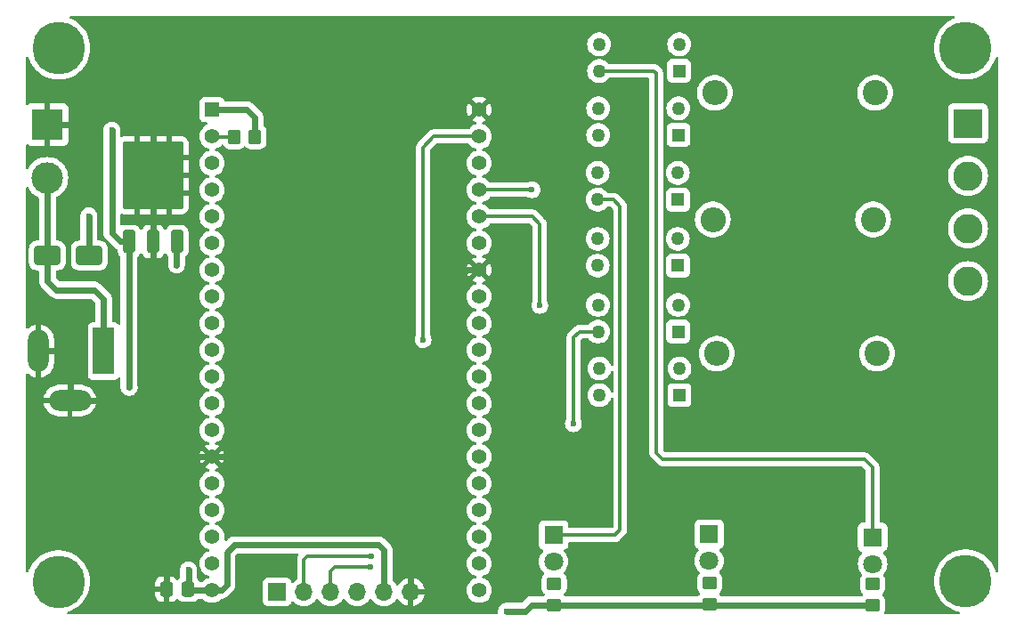
<source format=gbr>
%TF.GenerationSoftware,KiCad,Pcbnew,8.0.7*%
%TF.CreationDate,2025-06-01T16:35:16+09:00*%
%TF.ProjectId,ESP32 RST Monitoring,45535033-3220-4525-9354-204d6f6e6974,rev?*%
%TF.SameCoordinates,Original*%
%TF.FileFunction,Copper,L2,Bot*%
%TF.FilePolarity,Positive*%
%FSLAX46Y46*%
G04 Gerber Fmt 4.6, Leading zero omitted, Abs format (unit mm)*
G04 Created by KiCad (PCBNEW 8.0.7) date 2025-06-01 16:35:16*
%MOMM*%
%LPD*%
G01*
G04 APERTURE LIST*
G04 Aperture macros list*
%AMRoundRect*
0 Rectangle with rounded corners*
0 $1 Rounding radius*
0 $2 $3 $4 $5 $6 $7 $8 $9 X,Y pos of 4 corners*
0 Add a 4 corners polygon primitive as box body*
4,1,4,$2,$3,$4,$5,$6,$7,$8,$9,$2,$3,0*
0 Add four circle primitives for the rounded corners*
1,1,$1+$1,$2,$3*
1,1,$1+$1,$4,$5*
1,1,$1+$1,$6,$7*
1,1,$1+$1,$8,$9*
0 Add four rect primitives between the rounded corners*
20,1,$1+$1,$2,$3,$4,$5,0*
20,1,$1+$1,$4,$5,$6,$7,0*
20,1,$1+$1,$6,$7,$8,$9,0*
20,1,$1+$1,$8,$9,$2,$3,0*%
G04 Aperture macros list end*
%TA.AperFunction,ComponentPad*%
%ADD10R,2.800000X2.800000*%
%TD*%
%TA.AperFunction,ComponentPad*%
%ADD11C,2.800000*%
%TD*%
%TA.AperFunction,ComponentPad*%
%ADD12R,1.260000X1.260000*%
%TD*%
%TA.AperFunction,ComponentPad*%
%ADD13C,1.260000*%
%TD*%
%TA.AperFunction,ComponentPad*%
%ADD14R,1.800000X1.800000*%
%TD*%
%TA.AperFunction,ComponentPad*%
%ADD15C,1.800000*%
%TD*%
%TA.AperFunction,ComponentPad*%
%ADD16R,1.408000X1.408000*%
%TD*%
%TA.AperFunction,ComponentPad*%
%ADD17C,1.408000*%
%TD*%
%TA.AperFunction,ComponentPad*%
%ADD18R,3.000000X3.000000*%
%TD*%
%TA.AperFunction,ComponentPad*%
%ADD19C,3.000000*%
%TD*%
%TA.AperFunction,ComponentPad*%
%ADD20C,2.400000*%
%TD*%
%TA.AperFunction,ComponentPad*%
%ADD21O,2.400000X2.400000*%
%TD*%
%TA.AperFunction,ComponentPad*%
%ADD22R,2.000000X4.500000*%
%TD*%
%TA.AperFunction,ComponentPad*%
%ADD23O,2.000000X4.000000*%
%TD*%
%TA.AperFunction,ComponentPad*%
%ADD24O,4.000000X2.000000*%
%TD*%
%TA.AperFunction,SMDPad,CuDef*%
%ADD25RoundRect,0.250000X1.000000X0.650000X-1.000000X0.650000X-1.000000X-0.650000X1.000000X-0.650000X0*%
%TD*%
%TA.AperFunction,SMDPad,CuDef*%
%ADD26RoundRect,0.250000X0.350000X-0.850000X0.350000X0.850000X-0.350000X0.850000X-0.350000X-0.850000X0*%
%TD*%
%TA.AperFunction,SMDPad,CuDef*%
%ADD27RoundRect,0.250000X1.125000X-1.275000X1.125000X1.275000X-1.125000X1.275000X-1.125000X-1.275000X0*%
%TD*%
%TA.AperFunction,SMDPad,CuDef*%
%ADD28RoundRect,0.249997X2.650003X-2.950003X2.650003X2.950003X-2.650003X2.950003X-2.650003X-2.950003X0*%
%TD*%
%TA.AperFunction,SMDPad,CuDef*%
%ADD29RoundRect,0.250000X-0.450000X0.350000X-0.450000X-0.350000X0.450000X-0.350000X0.450000X0.350000X0*%
%TD*%
%TA.AperFunction,SMDPad,CuDef*%
%ADD30RoundRect,0.250000X0.337500X0.475000X-0.337500X0.475000X-0.337500X-0.475000X0.337500X-0.475000X0*%
%TD*%
%TA.AperFunction,ComponentPad*%
%ADD31R,1.700000X1.700000*%
%TD*%
%TA.AperFunction,ComponentPad*%
%ADD32O,1.700000X1.700000*%
%TD*%
%TA.AperFunction,SMDPad,CuDef*%
%ADD33RoundRect,0.250000X0.350000X0.450000X-0.350000X0.450000X-0.350000X-0.450000X0.350000X-0.450000X0*%
%TD*%
%TA.AperFunction,ViaPad*%
%ADD34C,5.000000*%
%TD*%
%TA.AperFunction,ViaPad*%
%ADD35C,0.600000*%
%TD*%
%TA.AperFunction,Conductor*%
%ADD36C,0.609600*%
%TD*%
%TA.AperFunction,Conductor*%
%ADD37C,0.304800*%
%TD*%
G04 APERTURE END LIST*
D10*
%TO.P,J3,1,Pin_1*%
%TO.N,N*%
X197916800Y-71360000D03*
D11*
%TO.P,J3,2,Pin_2*%
%TO.N,T*%
X197916800Y-76360000D03*
%TO.P,J3,3,Pin_3*%
%TO.N,R*%
X197916800Y-81360000D03*
%TO.P,J3,4,Pin_4*%
%TO.N,S*%
X197916800Y-86360000D03*
%TD*%
D12*
%TO.P,Q1,1*%
%TO.N,Net-(Q1-Pad1)*%
X170354700Y-91161200D03*
D13*
%TO.P,Q1,2*%
%TO.N,N*%
X170354700Y-88621200D03*
%TO.P,Q1,3*%
%TO.N,S_signal*%
X162734700Y-88621200D03*
%TO.P,Q1,4*%
%TO.N,Net-(D3-K)*%
X162734700Y-91161200D03*
%TD*%
D14*
%TO.P,D2,1,K*%
%TO.N,Net-(D2-K)*%
X158521400Y-110515400D03*
D15*
%TO.P,D2,2,A*%
%TO.N,Net-(D2-A)*%
X158521400Y-113055400D03*
%TD*%
D14*
%TO.P,D4,1,K*%
%TO.N,Net-(D4-K)*%
X188849000Y-110718600D03*
D15*
%TO.P,D4,2,A*%
%TO.N,Net-(D4-A)*%
X188849000Y-113258600D03*
%TD*%
D12*
%TO.P,Q4,1*%
%TO.N,N*%
X170329300Y-84886800D03*
D13*
%TO.P,Q4,2*%
%TO.N,Net-(Q2-Pad1)*%
X170329300Y-82346800D03*
%TO.P,Q4,3*%
%TO.N,R_signal*%
X162709300Y-82346800D03*
%TO.P,Q4,4*%
%TO.N,+5V*%
X162709300Y-84886800D03*
%TD*%
D12*
%TO.P,Q6,1*%
%TO.N,N*%
X170484800Y-97205800D03*
D13*
%TO.P,Q6,2*%
%TO.N,Net-(Q1-Pad1)*%
X170484800Y-94665800D03*
%TO.P,Q6,3*%
%TO.N,S_signal*%
X162864800Y-94665800D03*
%TO.P,Q6,4*%
%TO.N,+5V*%
X162864800Y-97205800D03*
%TD*%
D16*
%TO.P,U2,J2_1,3V3*%
%TO.N,+3.3V*%
X126034800Y-70053200D03*
D17*
%TO.P,U2,J2_2,EN*%
%TO.N,Net-(U2-EN)*%
X126034800Y-72593200D03*
%TO.P,U2,J2_3,SENSOR_VP*%
%TO.N,unconnected-(U2-SENSOR_VP-PadJ2_3)*%
X126034800Y-75133200D03*
%TO.P,U2,J2_4,SENSOR_VN*%
%TO.N,unconnected-(U2-SENSOR_VN-PadJ2_4)*%
X126034800Y-77673200D03*
%TO.P,U2,J2_5,IO34*%
%TO.N,unconnected-(U2-IO34-PadJ2_5)*%
X126034800Y-80213200D03*
%TO.P,U2,J2_6,IO35*%
%TO.N,unconnected-(U2-IO35-PadJ2_6)*%
X126034800Y-82753200D03*
%TO.P,U2,J2_7,IO32*%
%TO.N,unconnected-(U2-IO32-PadJ2_7)*%
X126034800Y-85293200D03*
%TO.P,U2,J2_8,IO33*%
%TO.N,unconnected-(U2-IO33-PadJ2_8)*%
X126034800Y-87833200D03*
%TO.P,U2,J2_9,IO25*%
%TO.N,unconnected-(U2-IO25-PadJ2_9)*%
X126034800Y-90373200D03*
%TO.P,U2,J2_10,IO26*%
%TO.N,unconnected-(U2-IO26-PadJ2_10)*%
X126034800Y-92913200D03*
%TO.P,U2,J2_11,IO27*%
%TO.N,unconnected-(U2-IO27-PadJ2_11)*%
X126034800Y-95453200D03*
%TO.P,U2,J2_12,IO14*%
%TO.N,unconnected-(U2-IO14-PadJ2_12)*%
X126034800Y-97993200D03*
%TO.P,U2,J2_13,IO12*%
%TO.N,unconnected-(U2-IO12-PadJ2_13)*%
X126034800Y-100533200D03*
%TO.P,U2,J2_14,GND_J2_14*%
%TO.N,GND*%
X126034800Y-103073200D03*
%TO.P,U2,J2_15,IO13*%
%TO.N,unconnected-(U2-IO13-PadJ2_15)*%
X126034800Y-105613200D03*
%TO.P,U2,J2_16,SD2*%
%TO.N,unconnected-(U2-SD2-PadJ2_16)*%
X126034800Y-108153200D03*
%TO.P,U2,J2_17,SD3*%
%TO.N,unconnected-(U2-SD3-PadJ2_17)*%
X126034800Y-110693200D03*
%TO.P,U2,J2_18,CMD*%
%TO.N,unconnected-(U2-CMD-PadJ2_18)*%
X126034800Y-113233200D03*
%TO.P,U2,J2_19,EXT_5V*%
%TO.N,+5V*%
X126034800Y-115773200D03*
%TO.P,U2,J3_1,GND_J3_1*%
%TO.N,GND*%
X151434800Y-70053200D03*
%TO.P,U2,J3_2,IO23*%
%TO.N,MOSI*%
X151434800Y-72593200D03*
%TO.P,U2,J3_3,IO22*%
%TO.N,unconnected-(U2-IO22-PadJ3_3)*%
X151434800Y-75133200D03*
%TO.P,U2,J3_4,TXD0*%
%TO.N,R_signal*%
X151434800Y-77673200D03*
%TO.P,U2,J3_5,RXD0*%
%TO.N,S_signal*%
X151434800Y-80213200D03*
%TO.P,U2,J3_6,IO21*%
%TO.N,T_signal*%
X151434800Y-82753200D03*
%TO.P,U2,J3_7,GND_J3_7*%
%TO.N,GND*%
X151434800Y-85293200D03*
%TO.P,U2,J3_8,IO19*%
%TO.N,MISO*%
X151434800Y-87833200D03*
%TO.P,U2,J3_9,IO18*%
%TO.N,SCK*%
X151434800Y-90373200D03*
%TO.P,U2,J3_10,IO5*%
%TO.N,unconnected-(U2-IO5-PadJ3_10)*%
X151434800Y-92913200D03*
%TO.P,U2,J3_11,IO17*%
%TO.N,unconnected-(U2-IO17-PadJ3_11)*%
X151434800Y-95453200D03*
%TO.P,U2,J3_12,IO16*%
%TO.N,unconnected-(U2-IO16-PadJ3_12)*%
X151434800Y-97993200D03*
%TO.P,U2,J3_13,IO4*%
%TO.N,unconnected-(U2-IO4-PadJ3_13)*%
X151434800Y-100533200D03*
%TO.P,U2,J3_14,IO0*%
%TO.N,unconnected-(U2-IO0-PadJ3_14)*%
X151434800Y-103073200D03*
%TO.P,U2,J3_15,IO2*%
%TO.N,unconnected-(U2-IO2-PadJ3_15)*%
X151434800Y-105613200D03*
%TO.P,U2,J3_16,IO15*%
%TO.N,unconnected-(U2-IO15-PadJ3_16)*%
X151434800Y-108153200D03*
%TO.P,U2,J3_17,SD1*%
%TO.N,unconnected-(U2-SD1-PadJ3_17)*%
X151434800Y-110693200D03*
%TO.P,U2,J3_18,SD0*%
%TO.N,unconnected-(U2-SD0-PadJ3_18)*%
X151434800Y-113233200D03*
%TO.P,U2,J3_19,CLK*%
%TO.N,unconnected-(U2-CLK-PadJ3_19)*%
X151434800Y-115773200D03*
%TD*%
D12*
%TO.P,Q3,1*%
%TO.N,Net-(Q3-Pad1)*%
X170456300Y-66369600D03*
D13*
%TO.P,Q3,2*%
%TO.N,N*%
X170456300Y-63829600D03*
%TO.P,Q3,3*%
%TO.N,T_signal*%
X162836300Y-63829600D03*
%TO.P,Q3,4*%
%TO.N,Net-(D4-K)*%
X162836300Y-66369600D03*
%TD*%
D18*
%TO.P,J1,1,Pin_1*%
%TO.N,GND*%
X110363000Y-71475600D03*
D19*
%TO.P,J1,2,Pin_2*%
%TO.N,Power in*%
X110363000Y-76555600D03*
%TD*%
D20*
%TO.P,R3,1*%
%TO.N,S*%
X189280800Y-93268800D03*
D21*
%TO.P,R3,2*%
%TO.N,Net-(Q1-Pad1)*%
X174040800Y-93268800D03*
%TD*%
D20*
%TO.P,R4,1*%
%TO.N,T*%
X189077600Y-68453000D03*
D21*
%TO.P,R4,2*%
%TO.N,Net-(Q3-Pad1)*%
X173837600Y-68453000D03*
%TD*%
D22*
%TO.P,J2,1*%
%TO.N,Power in*%
X115724800Y-93014800D03*
D23*
%TO.P,J2,2*%
%TO.N,GND*%
X109524800Y-93014800D03*
D24*
%TO.P,J2,3*%
X112524800Y-97714800D03*
%TD*%
D20*
%TO.P,R2,1*%
%TO.N,R*%
X188899800Y-80492600D03*
D21*
%TO.P,R2,2*%
%TO.N,Net-(Q2-Pad1)*%
X173659800Y-80492600D03*
%TD*%
D12*
%TO.P,Q5,1*%
%TO.N,N*%
X170383200Y-72466200D03*
D13*
%TO.P,Q5,2*%
%TO.N,Net-(Q3-Pad1)*%
X170383200Y-69926200D03*
%TO.P,Q5,3*%
%TO.N,T_signal*%
X162763200Y-69926200D03*
%TO.P,Q5,4*%
%TO.N,+5V*%
X162763200Y-72466200D03*
%TD*%
D14*
%TO.P,D3,1,K*%
%TO.N,Net-(D3-K)*%
X173304200Y-110434200D03*
D15*
%TO.P,D3,2,A*%
%TO.N,Net-(D3-A)*%
X173304200Y-112974200D03*
%TD*%
D12*
%TO.P,Q2,1*%
%TO.N,Net-(Q2-Pad1)*%
X170329300Y-78613000D03*
D13*
%TO.P,Q2,2*%
%TO.N,N*%
X170329300Y-76073000D03*
%TO.P,Q2,3*%
%TO.N,R_signal*%
X162709300Y-76073000D03*
%TO.P,Q2,4*%
%TO.N,Net-(D2-K)*%
X162709300Y-78613000D03*
%TD*%
D25*
%TO.P,D1,1,K*%
%TO.N,Net-(D1-K)*%
X114369600Y-83921600D03*
%TO.P,D1,2,A*%
%TO.N,Power in*%
X110369600Y-83921600D03*
%TD*%
D26*
%TO.P,U1,1,IN*%
%TO.N,Net-(D1-K)*%
X122707400Y-82600800D03*
%TO.P,U1,2,GND*%
%TO.N,GND*%
X120427400Y-82600800D03*
D27*
X118902400Y-77975800D03*
X121952400Y-77975800D03*
D28*
X120427400Y-76300800D03*
D27*
X118902400Y-74625800D03*
X121952400Y-74625800D03*
D26*
%TO.P,U1,3,OUT*%
%TO.N,+5V*%
X118147400Y-82600800D03*
%TD*%
D29*
%TO.P,R7,1*%
%TO.N,Net-(D4-A)*%
X188849000Y-115179600D03*
%TO.P,R7,2*%
%TO.N,+5V*%
X188849000Y-117179600D03*
%TD*%
%TO.P,R5,1*%
%TO.N,Net-(D2-A)*%
X158572200Y-115159200D03*
%TO.P,R5,2*%
%TO.N,+5V*%
X158572200Y-117159200D03*
%TD*%
D30*
%TO.P,C3,1*%
%TO.N,+5V*%
X123770300Y-115671600D03*
%TO.P,C3,2*%
%TO.N,GND*%
X121695300Y-115671600D03*
%TD*%
D29*
%TO.P,R6,1*%
%TO.N,Net-(D3-A)*%
X173355000Y-115078000D03*
%TO.P,R6,2*%
%TO.N,+5V*%
X173355000Y-117078000D03*
%TD*%
D31*
%TO.P,J4,1,Pin_1*%
%TO.N,unconnected-(J4-Pin_1-Pad1)*%
X132232000Y-115931400D03*
D32*
%TO.P,J4,2,Pin_2*%
%TO.N,SCK*%
X134772000Y-115931400D03*
%TO.P,J4,3,Pin_3*%
%TO.N,MOSI*%
X137312000Y-115931400D03*
%TO.P,J4,4,Pin_4*%
%TO.N,MISO*%
X139852000Y-115931400D03*
%TO.P,J4,5,Pin_5*%
%TO.N,+5V*%
X142392000Y-115931400D03*
%TO.P,J4,6,Pin_6*%
%TO.N,GND*%
X144932000Y-115931400D03*
%TD*%
D33*
%TO.P,R1,1*%
%TO.N,+3.3V*%
X130133600Y-72618600D03*
%TO.P,R1,2*%
%TO.N,Net-(U2-EN)*%
X128133600Y-72618600D03*
%TD*%
D34*
%TO.N,*%
X197688200Y-114884200D03*
X197688200Y-64185800D03*
X111455200Y-64185800D03*
X111429800Y-114960400D03*
D35*
%TO.N,+5V*%
X116513189Y-71986989D03*
X154025600Y-117762400D03*
X118160800Y-96469200D03*
X123799600Y-113817400D03*
%TO.N,Net-(D1-K)*%
X114325400Y-80162400D03*
X122656600Y-84810600D03*
%TO.N,MOSI*%
X146100800Y-91922600D03*
X141071600Y-113588800D03*
%TO.N,SCK*%
X141198600Y-112496600D03*
%TO.N,R_signal*%
X156464000Y-77673200D03*
%TO.N,S_signal*%
X157200600Y-88671384D03*
%TO.N,Net-(D3-K)*%
X160401000Y-99923600D03*
%TD*%
D36*
%TO.N,Power in*%
X110369600Y-83921600D02*
X110369600Y-76562200D01*
X110369600Y-83921600D02*
X110369600Y-86341200D01*
X114858800Y-87223600D02*
X115724800Y-88089600D01*
X111252000Y-87223600D02*
X114858800Y-87223600D01*
X110369600Y-86341200D02*
X111252000Y-87223600D01*
X110369600Y-76562200D02*
X110363000Y-76555600D01*
X115724800Y-88089600D02*
X115724800Y-93014800D01*
%TO.N,GND*%
X109524800Y-93014800D02*
X111480600Y-93014800D01*
X151434800Y-85293200D02*
X150291800Y-85293200D01*
X120427400Y-76300800D02*
X120427400Y-71227600D01*
X121695300Y-115671600D02*
X121695300Y-103153300D01*
X115239800Y-70764400D02*
X114528600Y-71475600D01*
X112524800Y-94059000D02*
X112524800Y-97714800D01*
X144932000Y-104394000D02*
X144932000Y-115931400D01*
X121695300Y-103153300D02*
X121615200Y-103073200D01*
X120427400Y-76300800D02*
X120427400Y-82600800D01*
X120427400Y-102622000D02*
X120878600Y-103073200D01*
X144932000Y-95555200D02*
X144932000Y-104394000D01*
X150291800Y-85293200D02*
X148920200Y-86664800D01*
X121615200Y-103073200D02*
X126034800Y-103073200D01*
X148920200Y-93954600D02*
X148183600Y-94691200D01*
X120427400Y-71227600D02*
X119964200Y-70764400D01*
X145796000Y-94691200D02*
X144932000Y-95555200D01*
X119964200Y-70764400D02*
X115239800Y-70764400D01*
X120427400Y-82600800D02*
X120427400Y-97713800D01*
X144932000Y-103073200D02*
X144932000Y-104394000D01*
X148183600Y-94691200D02*
X145796000Y-94691200D01*
X148920200Y-86664800D02*
X148920200Y-93954600D01*
X126034800Y-103073200D02*
X144932000Y-103073200D01*
X120878600Y-103073200D02*
X121615200Y-103073200D01*
X120427400Y-97713800D02*
X120427400Y-102622000D01*
X114528600Y-71475600D02*
X110363000Y-71475600D01*
X111480600Y-93014800D02*
X112524800Y-94059000D01*
X120426400Y-97714800D02*
X120427400Y-97713800D01*
X112524800Y-97714800D02*
X120426400Y-97714800D01*
%TO.N,+3.3V*%
X129362200Y-70053200D02*
X130133600Y-70824600D01*
X130133600Y-70824600D02*
X130133600Y-72618600D01*
X126034800Y-70053200D02*
X129362200Y-70053200D01*
%TO.N,+5V*%
X126923800Y-115773200D02*
X127431800Y-115265200D01*
X127431800Y-112166400D02*
X128143000Y-111455200D01*
X123871900Y-115773200D02*
X123770300Y-115671600D01*
X142392000Y-111962800D02*
X142392000Y-115931400D01*
X173694600Y-117078000D02*
X173796200Y-117179600D01*
X155795600Y-117762400D02*
X156398800Y-117159200D01*
X118147400Y-82600800D02*
X118147400Y-96455800D01*
X123799600Y-113817400D02*
X123799600Y-115642300D01*
X116513189Y-81765989D02*
X116513189Y-71986989D01*
X118147400Y-96455800D02*
X118160800Y-96469200D01*
X127431800Y-115265200D02*
X127431800Y-112166400D01*
X141884400Y-111455200D02*
X142392000Y-111962800D01*
X158572200Y-117159200D02*
X173273800Y-117159200D01*
X156398800Y-117159200D02*
X158572200Y-117159200D01*
X117348000Y-82600800D02*
X116513189Y-81765989D01*
X118147400Y-82600800D02*
X117348000Y-82600800D01*
X189010800Y-117144800D02*
X188874400Y-117281200D01*
X126034800Y-115773200D02*
X123871900Y-115773200D01*
X128143000Y-111455200D02*
X141884400Y-111455200D01*
X173355000Y-117078000D02*
X173694600Y-117078000D01*
X158572200Y-117159200D02*
X158505400Y-117226000D01*
X126034800Y-115773200D02*
X126923800Y-115773200D01*
X173273800Y-117159200D02*
X173355000Y-117078000D01*
X173796200Y-117179600D02*
X188849000Y-117179600D01*
X154025600Y-117762400D02*
X155795600Y-117762400D01*
X123799600Y-115642300D02*
X123770300Y-115671600D01*
%TO.N,Net-(D1-K)*%
X114325400Y-83877400D02*
X114369600Y-83921600D01*
X122656600Y-82651600D02*
X122707400Y-82600800D01*
X114325400Y-80162400D02*
X114325400Y-83877400D01*
X122656600Y-84810600D02*
X122656600Y-82651600D01*
D37*
%TO.N,Net-(U2-EN)*%
X126060200Y-72618600D02*
X126034800Y-72593200D01*
X128133600Y-72618600D02*
X126060200Y-72618600D01*
%TO.N,Net-(D2-K)*%
X164846000Y-110032800D02*
X164363400Y-110515400D01*
X164185600Y-78613000D02*
X164846000Y-79273400D01*
X164363400Y-110515400D02*
X158521400Y-110515400D01*
X164846000Y-79273400D02*
X164846000Y-110032800D01*
X162709300Y-78613000D02*
X164185600Y-78613000D01*
%TO.N,Net-(D2-A)*%
X158572200Y-113106200D02*
X158521400Y-113055400D01*
%TO.N,Net-(D3-A)*%
X173355000Y-113025000D02*
X173304200Y-112974200D01*
%TO.N,Net-(D4-K)*%
X168045800Y-66369600D02*
X162836300Y-66369600D01*
X188849000Y-104089200D02*
X188087000Y-103327200D01*
X168275000Y-66598800D02*
X168045800Y-66369600D01*
X188087000Y-103327200D02*
X168910000Y-103327200D01*
X168275000Y-102692200D02*
X168275000Y-66598800D01*
X168910000Y-103327200D02*
X168275000Y-102692200D01*
X188849000Y-110718600D02*
X188849000Y-104089200D01*
%TO.N,Net-(D4-A)*%
X188874400Y-113284000D02*
X188849000Y-113258600D01*
%TO.N,MOSI*%
X137312000Y-115931400D02*
X137312000Y-113970200D01*
X141020800Y-113538000D02*
X141071600Y-113588800D01*
X146100800Y-73634600D02*
X146100800Y-91922600D01*
X137744200Y-113538000D02*
X141020800Y-113538000D01*
X137312000Y-113970200D02*
X137744200Y-113538000D01*
X147142200Y-72593200D02*
X146100800Y-73634600D01*
X151434800Y-72593200D02*
X147142200Y-72593200D01*
%TO.N,SCK*%
X135128000Y-112496600D02*
X141198600Y-112496600D01*
X134772000Y-115931400D02*
X134772000Y-112852600D01*
X134772000Y-112852600D02*
X135128000Y-112496600D01*
%TO.N,R_signal*%
X151434800Y-77673200D02*
X156464000Y-77673200D01*
%TO.N,S_signal*%
X151434800Y-80213200D02*
X156489400Y-80213200D01*
X157200600Y-80924400D02*
X157200600Y-88671384D01*
X156489400Y-80213200D02*
X157200600Y-80924400D01*
%TO.N,Net-(D3-K)*%
X160984600Y-91161200D02*
X162734700Y-91161200D01*
X160401000Y-91744800D02*
X160984600Y-91161200D01*
X160401000Y-99923600D02*
X160401000Y-91744800D01*
%TD*%
%TA.AperFunction,Conductor*%
%TO.N,GND*%
G36*
X196604255Y-61175385D02*
G01*
X196650010Y-61228189D01*
X196659954Y-61297347D01*
X196630929Y-61360903D01*
X196579626Y-61396222D01*
X196497747Y-61426023D01*
X196497741Y-61426026D01*
X196185403Y-61582888D01*
X195893394Y-61774946D01*
X195893386Y-61774952D01*
X195625642Y-61999617D01*
X195625640Y-61999619D01*
X195385789Y-62253844D01*
X195385784Y-62253850D01*
X195177070Y-62534202D01*
X195002313Y-62836891D01*
X195002307Y-62836904D01*
X194863874Y-63157827D01*
X194763630Y-63492665D01*
X194763628Y-63492672D01*
X194702939Y-63836861D01*
X194702938Y-63836872D01*
X194682615Y-64185796D01*
X194682615Y-64185803D01*
X194702938Y-64534727D01*
X194702939Y-64534738D01*
X194763628Y-64878927D01*
X194763630Y-64878934D01*
X194863874Y-65213772D01*
X195002307Y-65534695D01*
X195002313Y-65534708D01*
X195177070Y-65837397D01*
X195385784Y-66117749D01*
X195385789Y-66117755D01*
X195446963Y-66182595D01*
X195625642Y-66371983D01*
X195802103Y-66520051D01*
X195893386Y-66596647D01*
X195893394Y-66596653D01*
X196185403Y-66788711D01*
X196185407Y-66788713D01*
X196497749Y-66945577D01*
X196826189Y-67065119D01*
X197166286Y-67145723D01*
X197513441Y-67186300D01*
X197513448Y-67186300D01*
X197862952Y-67186300D01*
X197862959Y-67186300D01*
X198210114Y-67145723D01*
X198550211Y-67065119D01*
X198878651Y-66945577D01*
X199190993Y-66788713D01*
X199483011Y-66596649D01*
X199750758Y-66371983D01*
X199990612Y-66117753D01*
X200199330Y-65837396D01*
X200374089Y-65534704D01*
X200512526Y-65213771D01*
X200551709Y-65082889D01*
X200589794Y-65024313D01*
X200653502Y-64995625D01*
X200722607Y-65005934D01*
X200775169Y-65051967D01*
X200794500Y-65118454D01*
X200794500Y-113951545D01*
X200774815Y-114018584D01*
X200722011Y-114064339D01*
X200652853Y-114074283D01*
X200589297Y-114045258D01*
X200551709Y-113987109D01*
X200533848Y-113927449D01*
X200512526Y-113856229D01*
X200374089Y-113535296D01*
X200199330Y-113232604D01*
X200199329Y-113232602D01*
X199990615Y-112952250D01*
X199990610Y-112952244D01*
X199849143Y-112802299D01*
X199750758Y-112698017D01*
X199566416Y-112543336D01*
X199483013Y-112473352D01*
X199483005Y-112473346D01*
X199190996Y-112281288D01*
X198878658Y-112124426D01*
X198878652Y-112124423D01*
X198550212Y-112004881D01*
X198550209Y-112004880D01*
X198210115Y-111924277D01*
X198166719Y-111919204D01*
X197862959Y-111883700D01*
X197513441Y-111883700D01*
X197209680Y-111919204D01*
X197166285Y-111924277D01*
X197166283Y-111924277D01*
X196826190Y-112004880D01*
X196826187Y-112004881D01*
X196497747Y-112124423D01*
X196497741Y-112124426D01*
X196185403Y-112281288D01*
X195893394Y-112473346D01*
X195893386Y-112473352D01*
X195625642Y-112698017D01*
X195625640Y-112698019D01*
X195385789Y-112952244D01*
X195385784Y-112952250D01*
X195177070Y-113232602D01*
X195002313Y-113535291D01*
X195002307Y-113535304D01*
X194863874Y-113856227D01*
X194763630Y-114191065D01*
X194763628Y-114191072D01*
X194702939Y-114535261D01*
X194702938Y-114535272D01*
X194682615Y-114884196D01*
X194682615Y-114884203D01*
X194702938Y-115233127D01*
X194702939Y-115233138D01*
X194763628Y-115577327D01*
X194763630Y-115577334D01*
X194863874Y-115912172D01*
X195002307Y-116233095D01*
X195002313Y-116233108D01*
X195177070Y-116535797D01*
X195385784Y-116816149D01*
X195385789Y-116816155D01*
X195499500Y-116936681D01*
X195625642Y-117070383D01*
X195716453Y-117146582D01*
X195893386Y-117295047D01*
X195893394Y-117295053D01*
X196185403Y-117487111D01*
X196185407Y-117487113D01*
X196497749Y-117643977D01*
X196826189Y-117763519D01*
X197003551Y-117805554D01*
X197073118Y-117822042D01*
X197133811Y-117856657D01*
X197166155Y-117918589D01*
X197159882Y-117988176D01*
X197116982Y-118043325D01*
X197051077Y-118066527D01*
X197044522Y-118066700D01*
X190071669Y-118066700D01*
X190004630Y-118047015D01*
X189958875Y-117994211D01*
X189948931Y-117925053D01*
X189966131Y-117877603D01*
X189983809Y-117848942D01*
X189983808Y-117848942D01*
X189983814Y-117848934D01*
X190038999Y-117682397D01*
X190049500Y-117579609D01*
X190049499Y-116779592D01*
X190045304Y-116738530D01*
X190038999Y-116676803D01*
X190038998Y-116676800D01*
X190019118Y-116616806D01*
X189983814Y-116510266D01*
X189891712Y-116360944D01*
X189798049Y-116267281D01*
X189764564Y-116205958D01*
X189769548Y-116136266D01*
X189798049Y-116091919D01*
X189838326Y-116051642D01*
X189891712Y-115998256D01*
X189983814Y-115848934D01*
X190038999Y-115682397D01*
X190049500Y-115579609D01*
X190049499Y-114779592D01*
X190049227Y-114776934D01*
X190038999Y-114676803D01*
X190038998Y-114676800D01*
X189983814Y-114510266D01*
X189891712Y-114360944D01*
X189891709Y-114360941D01*
X189887234Y-114355281D01*
X189889465Y-114353516D01*
X189862211Y-114303605D01*
X189867195Y-114233913D01*
X189892145Y-114193267D01*
X189957979Y-114121753D01*
X190084924Y-113927449D01*
X190178157Y-113714900D01*
X190235134Y-113489905D01*
X190237987Y-113455473D01*
X190254300Y-113258606D01*
X190254300Y-113258593D01*
X190235135Y-113027302D01*
X190235133Y-113027291D01*
X190178157Y-112802299D01*
X190084924Y-112589751D01*
X189957983Y-112395452D01*
X189957980Y-112395449D01*
X189957979Y-112395447D01*
X189863195Y-112292484D01*
X189832275Y-112229832D01*
X189840135Y-112160406D01*
X189884283Y-112106251D01*
X189911095Y-112092322D01*
X189991326Y-112062398D01*
X189991326Y-112062397D01*
X189991331Y-112062396D01*
X190106546Y-111976146D01*
X190192796Y-111860931D01*
X190243091Y-111726083D01*
X190249500Y-111666473D01*
X190249499Y-109770728D01*
X190243091Y-109711117D01*
X190243046Y-109710997D01*
X190192797Y-109576271D01*
X190192793Y-109576264D01*
X190106547Y-109461055D01*
X190106544Y-109461052D01*
X189991335Y-109374806D01*
X189991328Y-109374802D01*
X189856482Y-109324508D01*
X189856483Y-109324508D01*
X189796883Y-109318101D01*
X189796881Y-109318100D01*
X189796873Y-109318100D01*
X189796865Y-109318100D01*
X189625900Y-109318100D01*
X189558861Y-109298415D01*
X189513106Y-109245611D01*
X189501900Y-109194100D01*
X189501900Y-104024892D01*
X189476810Y-103898761D01*
X189476809Y-103898760D01*
X189476809Y-103898756D01*
X189427592Y-103779936D01*
X189356141Y-103673001D01*
X189356139Y-103672998D01*
X189356136Y-103672995D01*
X188503205Y-102820063D01*
X188503204Y-102820062D01*
X188468530Y-102796894D01*
X188396264Y-102748608D01*
X188310564Y-102713110D01*
X188277444Y-102699391D01*
X188277438Y-102699389D01*
X188151307Y-102674300D01*
X188151305Y-102674300D01*
X169231802Y-102674300D01*
X169164763Y-102654615D01*
X169144121Y-102637981D01*
X168964219Y-102458078D01*
X168930734Y-102396755D01*
X168927900Y-102370397D01*
X168927900Y-96527935D01*
X169354300Y-96527935D01*
X169354300Y-97883670D01*
X169354301Y-97883676D01*
X169360708Y-97943283D01*
X169411002Y-98078128D01*
X169411006Y-98078135D01*
X169497252Y-98193344D01*
X169497255Y-98193347D01*
X169612464Y-98279593D01*
X169612471Y-98279597D01*
X169747317Y-98329891D01*
X169747316Y-98329891D01*
X169754244Y-98330635D01*
X169806927Y-98336300D01*
X171162672Y-98336299D01*
X171222283Y-98329891D01*
X171357131Y-98279596D01*
X171472346Y-98193346D01*
X171558596Y-98078131D01*
X171608891Y-97943283D01*
X171615300Y-97883673D01*
X171615299Y-96527928D01*
X171608891Y-96468317D01*
X171607505Y-96464602D01*
X171558597Y-96333471D01*
X171558593Y-96333464D01*
X171472347Y-96218255D01*
X171472344Y-96218252D01*
X171357135Y-96132006D01*
X171357128Y-96132002D01*
X171222282Y-96081708D01*
X171222283Y-96081708D01*
X171162683Y-96075301D01*
X171162681Y-96075300D01*
X171162673Y-96075300D01*
X171162664Y-96075300D01*
X169806929Y-96075300D01*
X169806923Y-96075301D01*
X169747316Y-96081708D01*
X169612471Y-96132002D01*
X169612464Y-96132006D01*
X169497255Y-96218252D01*
X169497252Y-96218255D01*
X169411006Y-96333464D01*
X169411002Y-96333471D01*
X169360708Y-96468317D01*
X169354301Y-96527916D01*
X169354301Y-96527923D01*
X169354300Y-96527935D01*
X168927900Y-96527935D01*
X168927900Y-94665799D01*
X169349457Y-94665799D01*
X169349457Y-94665800D01*
X169368787Y-94874418D01*
X169426123Y-95075930D01*
X169426128Y-95075943D01*
X169519512Y-95263481D01*
X169645773Y-95430678D01*
X169645776Y-95430681D01*
X169800600Y-95571821D01*
X169800605Y-95571825D01*
X169978730Y-95682115D01*
X169978731Y-95682115D01*
X169978734Y-95682117D01*
X170174099Y-95757802D01*
X170380044Y-95796300D01*
X170380046Y-95796300D01*
X170589554Y-95796300D01*
X170589556Y-95796300D01*
X170795501Y-95757802D01*
X170990866Y-95682117D01*
X171168997Y-95571823D01*
X171323829Y-95430676D01*
X171450088Y-95263481D01*
X171543476Y-95075933D01*
X171600812Y-94874419D01*
X171620143Y-94665800D01*
X171600812Y-94457181D01*
X171543476Y-94255667D01*
X171450088Y-94068119D01*
X171323829Y-93900924D01*
X171323826Y-93900921D01*
X171323823Y-93900918D01*
X171168999Y-93759778D01*
X171168994Y-93759774D01*
X170990869Y-93649484D01*
X170990863Y-93649482D01*
X170795501Y-93573798D01*
X170589556Y-93535300D01*
X170380044Y-93535300D01*
X170174099Y-93573798D01*
X170050552Y-93621660D01*
X169978736Y-93649482D01*
X169978730Y-93649484D01*
X169800605Y-93759774D01*
X169800600Y-93759778D01*
X169645776Y-93900918D01*
X169645773Y-93900921D01*
X169519512Y-94068118D01*
X169426128Y-94255656D01*
X169426123Y-94255669D01*
X169368787Y-94457181D01*
X169349457Y-94665799D01*
X168927900Y-94665799D01*
X168927900Y-93268795D01*
X172335532Y-93268795D01*
X172335532Y-93268804D01*
X172354577Y-93522954D01*
X172408630Y-93759777D01*
X172411292Y-93771437D01*
X172504407Y-94008688D01*
X172631841Y-94229412D01*
X172790750Y-94428677D01*
X172977583Y-94602032D01*
X173188166Y-94745605D01*
X173188171Y-94745607D01*
X173188172Y-94745608D01*
X173188173Y-94745609D01*
X173303135Y-94800971D01*
X173417792Y-94856187D01*
X173417793Y-94856187D01*
X173417796Y-94856189D01*
X173661342Y-94931313D01*
X173913365Y-94969300D01*
X174168235Y-94969300D01*
X174420258Y-94931313D01*
X174663804Y-94856189D01*
X174893434Y-94745605D01*
X175104017Y-94602032D01*
X175290850Y-94428677D01*
X175449759Y-94229412D01*
X175577193Y-94008688D01*
X175670308Y-93771437D01*
X175727022Y-93522957D01*
X175735184Y-93414032D01*
X175746068Y-93268804D01*
X175746068Y-93268795D01*
X187575532Y-93268795D01*
X187575532Y-93268804D01*
X187594577Y-93522954D01*
X187648630Y-93759777D01*
X187651292Y-93771437D01*
X187744407Y-94008688D01*
X187871841Y-94229412D01*
X188030750Y-94428677D01*
X188217583Y-94602032D01*
X188428166Y-94745605D01*
X188428171Y-94745607D01*
X188428172Y-94745608D01*
X188428173Y-94745609D01*
X188543135Y-94800971D01*
X188657792Y-94856187D01*
X188657793Y-94856187D01*
X188657796Y-94856189D01*
X188901342Y-94931313D01*
X189153365Y-94969300D01*
X189408235Y-94969300D01*
X189660258Y-94931313D01*
X189903804Y-94856189D01*
X190133434Y-94745605D01*
X190344017Y-94602032D01*
X190530850Y-94428677D01*
X190689759Y-94229412D01*
X190817193Y-94008688D01*
X190910308Y-93771437D01*
X190967022Y-93522957D01*
X190975184Y-93414032D01*
X190986068Y-93268804D01*
X190986068Y-93268795D01*
X190967022Y-93014645D01*
X190910309Y-92766169D01*
X190910308Y-92766163D01*
X190817193Y-92528912D01*
X190689759Y-92308188D01*
X190530850Y-92108923D01*
X190344017Y-91935568D01*
X190133434Y-91791995D01*
X190133430Y-91791993D01*
X190133427Y-91791991D01*
X190133426Y-91791990D01*
X189903806Y-91681412D01*
X189903808Y-91681412D01*
X189660266Y-91606289D01*
X189660262Y-91606288D01*
X189660258Y-91606287D01*
X189539031Y-91588014D01*
X189408240Y-91568300D01*
X189408235Y-91568300D01*
X189153365Y-91568300D01*
X189153359Y-91568300D01*
X188996409Y-91591957D01*
X188901342Y-91606287D01*
X188901339Y-91606288D01*
X188901333Y-91606289D01*
X188657792Y-91681412D01*
X188428173Y-91791990D01*
X188428172Y-91791991D01*
X188217582Y-91935568D01*
X188030752Y-92108921D01*
X188030750Y-92108923D01*
X187871841Y-92308188D01*
X187744408Y-92528909D01*
X187651292Y-92766162D01*
X187651290Y-92766169D01*
X187594577Y-93014645D01*
X187575532Y-93268795D01*
X175746068Y-93268795D01*
X175727022Y-93014645D01*
X175670309Y-92766169D01*
X175670308Y-92766163D01*
X175577193Y-92528912D01*
X175449759Y-92308188D01*
X175290850Y-92108923D01*
X175104017Y-91935568D01*
X174893434Y-91791995D01*
X174893430Y-91791993D01*
X174893427Y-91791991D01*
X174893426Y-91791990D01*
X174663806Y-91681412D01*
X174663808Y-91681412D01*
X174420266Y-91606289D01*
X174420262Y-91606288D01*
X174420258Y-91606287D01*
X174299031Y-91588014D01*
X174168240Y-91568300D01*
X174168235Y-91568300D01*
X173913365Y-91568300D01*
X173913359Y-91568300D01*
X173756409Y-91591957D01*
X173661342Y-91606287D01*
X173661339Y-91606288D01*
X173661333Y-91606289D01*
X173417792Y-91681412D01*
X173188173Y-91791990D01*
X173188172Y-91791991D01*
X172977582Y-91935568D01*
X172790752Y-92108921D01*
X172790750Y-92108923D01*
X172631841Y-92308188D01*
X172504408Y-92528909D01*
X172411292Y-92766162D01*
X172411290Y-92766169D01*
X172354577Y-93014645D01*
X172335532Y-93268795D01*
X168927900Y-93268795D01*
X168927900Y-90483335D01*
X169224200Y-90483335D01*
X169224200Y-91839070D01*
X169224201Y-91839076D01*
X169230608Y-91898683D01*
X169280902Y-92033528D01*
X169280906Y-92033535D01*
X169367152Y-92148744D01*
X169367155Y-92148747D01*
X169482364Y-92234993D01*
X169482371Y-92234997D01*
X169617217Y-92285291D01*
X169617216Y-92285291D01*
X169624144Y-92286035D01*
X169676827Y-92291700D01*
X171032572Y-92291699D01*
X171092183Y-92285291D01*
X171227031Y-92234996D01*
X171342246Y-92148746D01*
X171428496Y-92033531D01*
X171478791Y-91898683D01*
X171485200Y-91839073D01*
X171485199Y-90483328D01*
X171478791Y-90423717D01*
X171463113Y-90381683D01*
X171428497Y-90288871D01*
X171428493Y-90288864D01*
X171342247Y-90173655D01*
X171342244Y-90173652D01*
X171227035Y-90087406D01*
X171227028Y-90087402D01*
X171092182Y-90037108D01*
X171092183Y-90037108D01*
X171032583Y-90030701D01*
X171032581Y-90030700D01*
X171032573Y-90030700D01*
X171032564Y-90030700D01*
X169676829Y-90030700D01*
X169676823Y-90030701D01*
X169617216Y-90037108D01*
X169482371Y-90087402D01*
X169482364Y-90087406D01*
X169367155Y-90173652D01*
X169367152Y-90173655D01*
X169280906Y-90288864D01*
X169280902Y-90288871D01*
X169230608Y-90423717D01*
X169224201Y-90483316D01*
X169224201Y-90483323D01*
X169224200Y-90483335D01*
X168927900Y-90483335D01*
X168927900Y-88621199D01*
X169219357Y-88621199D01*
X169219357Y-88621200D01*
X169238687Y-88829818D01*
X169296023Y-89031330D01*
X169296028Y-89031343D01*
X169368186Y-89176254D01*
X169389412Y-89218881D01*
X169451575Y-89301199D01*
X169515673Y-89386078D01*
X169515676Y-89386081D01*
X169670500Y-89527221D01*
X169670505Y-89527225D01*
X169848630Y-89637515D01*
X169848631Y-89637515D01*
X169848634Y-89637517D01*
X170043999Y-89713202D01*
X170249944Y-89751700D01*
X170249946Y-89751700D01*
X170459454Y-89751700D01*
X170459456Y-89751700D01*
X170665401Y-89713202D01*
X170860766Y-89637517D01*
X171038897Y-89527223D01*
X171193729Y-89386076D01*
X171319988Y-89218881D01*
X171413376Y-89031333D01*
X171470712Y-88829819D01*
X171490043Y-88621200D01*
X171470712Y-88412581D01*
X171413376Y-88211067D01*
X171392994Y-88170135D01*
X171340752Y-88065219D01*
X171319988Y-88023519D01*
X171193729Y-87856324D01*
X171193726Y-87856321D01*
X171193723Y-87856318D01*
X171038899Y-87715178D01*
X171038894Y-87715174D01*
X170860769Y-87604884D01*
X170860763Y-87604882D01*
X170665401Y-87529198D01*
X170459456Y-87490700D01*
X170249944Y-87490700D01*
X170043999Y-87529198D01*
X169922549Y-87576248D01*
X169848636Y-87604882D01*
X169848630Y-87604884D01*
X169670505Y-87715174D01*
X169670500Y-87715178D01*
X169515676Y-87856318D01*
X169515673Y-87856321D01*
X169389412Y-88023518D01*
X169296028Y-88211056D01*
X169296023Y-88211069D01*
X169238687Y-88412581D01*
X169219357Y-88621199D01*
X168927900Y-88621199D01*
X168927900Y-86359998D01*
X196011445Y-86359998D01*
X196011445Y-86360001D01*
X196030839Y-86631160D01*
X196030840Y-86631167D01*
X196088623Y-86896793D01*
X196088625Y-86896801D01*
X196133926Y-87018257D01*
X196183630Y-87151519D01*
X196313909Y-87390107D01*
X196313910Y-87390108D01*
X196313913Y-87390113D01*
X196476829Y-87607742D01*
X196476833Y-87607746D01*
X196476838Y-87607752D01*
X196669047Y-87799961D01*
X196669053Y-87799966D01*
X196669058Y-87799971D01*
X196886687Y-87962887D01*
X196886691Y-87962889D01*
X196886692Y-87962890D01*
X197125281Y-88093169D01*
X197125280Y-88093169D01*
X197125284Y-88093170D01*
X197125287Y-88093172D01*
X197379999Y-88188175D01*
X197645640Y-88245961D01*
X197897405Y-88263967D01*
X197916799Y-88265355D01*
X197916800Y-88265355D01*
X197916801Y-88265355D01*
X197934900Y-88264060D01*
X198187960Y-88245961D01*
X198453601Y-88188175D01*
X198708313Y-88093172D01*
X198708317Y-88093169D01*
X198708319Y-88093169D01*
X198882698Y-87997951D01*
X198946913Y-87962887D01*
X199164542Y-87799971D01*
X199356771Y-87607742D01*
X199519687Y-87390113D01*
X199649972Y-87151513D01*
X199744975Y-86896801D01*
X199802761Y-86631160D01*
X199822155Y-86360000D01*
X199802761Y-86088840D01*
X199744975Y-85823199D01*
X199649972Y-85568487D01*
X199649970Y-85568484D01*
X199649969Y-85568480D01*
X199519690Y-85329892D01*
X199519689Y-85329891D01*
X199519687Y-85329887D01*
X199356771Y-85112258D01*
X199356766Y-85112253D01*
X199356761Y-85112247D01*
X199164552Y-84920038D01*
X199164546Y-84920033D01*
X199164542Y-84920029D01*
X198946913Y-84757113D01*
X198946908Y-84757110D01*
X198946907Y-84757109D01*
X198708318Y-84626830D01*
X198708319Y-84626830D01*
X198658720Y-84608330D01*
X198453601Y-84531825D01*
X198453594Y-84531823D01*
X198453593Y-84531823D01*
X198187967Y-84474040D01*
X198187960Y-84474039D01*
X197916801Y-84454645D01*
X197916799Y-84454645D01*
X197645639Y-84474039D01*
X197645632Y-84474040D01*
X197380006Y-84531823D01*
X197380002Y-84531824D01*
X197379999Y-84531825D01*
X197252643Y-84579326D01*
X197125280Y-84626830D01*
X196886692Y-84757109D01*
X196886691Y-84757110D01*
X196669059Y-84920028D01*
X196669047Y-84920038D01*
X196476838Y-85112247D01*
X196476828Y-85112259D01*
X196313910Y-85329891D01*
X196313909Y-85329892D01*
X196183630Y-85568480D01*
X196165845Y-85616165D01*
X196088625Y-85823199D01*
X196088624Y-85823202D01*
X196088623Y-85823206D01*
X196030840Y-86088832D01*
X196030839Y-86088839D01*
X196011445Y-86359998D01*
X168927900Y-86359998D01*
X168927900Y-84208935D01*
X169198800Y-84208935D01*
X169198800Y-85564670D01*
X169198801Y-85564676D01*
X169205208Y-85624283D01*
X169255502Y-85759128D01*
X169255506Y-85759135D01*
X169341752Y-85874344D01*
X169341755Y-85874347D01*
X169456964Y-85960593D01*
X169456971Y-85960597D01*
X169591817Y-86010891D01*
X169591816Y-86010891D01*
X169598744Y-86011635D01*
X169651427Y-86017300D01*
X171007172Y-86017299D01*
X171066783Y-86010891D01*
X171201631Y-85960596D01*
X171316846Y-85874346D01*
X171403096Y-85759131D01*
X171453391Y-85624283D01*
X171459800Y-85564673D01*
X171459799Y-84208928D01*
X171453391Y-84149317D01*
X171449478Y-84138827D01*
X171403097Y-84014471D01*
X171403093Y-84014464D01*
X171316847Y-83899255D01*
X171316844Y-83899252D01*
X171201635Y-83813006D01*
X171201628Y-83813002D01*
X171066782Y-83762708D01*
X171066783Y-83762708D01*
X171007183Y-83756301D01*
X171007181Y-83756300D01*
X171007173Y-83756300D01*
X171007164Y-83756300D01*
X169651429Y-83756300D01*
X169651423Y-83756301D01*
X169591816Y-83762708D01*
X169456971Y-83813002D01*
X169456964Y-83813006D01*
X169341755Y-83899252D01*
X169341752Y-83899255D01*
X169255506Y-84014464D01*
X169255502Y-84014471D01*
X169205208Y-84149317D01*
X169200802Y-84190305D01*
X169198801Y-84208923D01*
X169198800Y-84208935D01*
X168927900Y-84208935D01*
X168927900Y-82346799D01*
X169193957Y-82346799D01*
X169193957Y-82346800D01*
X169213287Y-82555418D01*
X169270623Y-82756930D01*
X169270628Y-82756943D01*
X169364012Y-82944481D01*
X169489777Y-83111022D01*
X169490273Y-83111678D01*
X169490276Y-83111681D01*
X169645100Y-83252821D01*
X169645105Y-83252825D01*
X169823230Y-83363115D01*
X169823231Y-83363115D01*
X169823234Y-83363117D01*
X170018599Y-83438802D01*
X170224544Y-83477300D01*
X170224546Y-83477300D01*
X170434054Y-83477300D01*
X170434056Y-83477300D01*
X170640001Y-83438802D01*
X170835366Y-83363117D01*
X171013497Y-83252823D01*
X171168329Y-83111676D01*
X171294588Y-82944481D01*
X171387976Y-82756933D01*
X171445312Y-82555419D01*
X171464643Y-82346800D01*
X171445312Y-82138181D01*
X171387976Y-81936667D01*
X171294588Y-81749119D01*
X171168329Y-81581924D01*
X171168326Y-81581921D01*
X171168323Y-81581918D01*
X171013499Y-81440778D01*
X171013494Y-81440774D01*
X170835369Y-81330484D01*
X170835363Y-81330482D01*
X170640001Y-81254798D01*
X170434056Y-81216300D01*
X170224544Y-81216300D01*
X170018599Y-81254798D01*
X169895052Y-81302660D01*
X169823236Y-81330482D01*
X169823230Y-81330484D01*
X169645105Y-81440774D01*
X169645100Y-81440778D01*
X169490276Y-81581918D01*
X169490273Y-81581921D01*
X169364012Y-81749118D01*
X169270628Y-81936656D01*
X169270623Y-81936669D01*
X169213287Y-82138181D01*
X169193957Y-82346799D01*
X168927900Y-82346799D01*
X168927900Y-80492595D01*
X171954532Y-80492595D01*
X171954532Y-80492604D01*
X171973577Y-80746754D01*
X172030290Y-80995230D01*
X172030292Y-80995237D01*
X172123408Y-81232490D01*
X172150336Y-81279131D01*
X172250841Y-81453212D01*
X172409750Y-81652477D01*
X172596583Y-81825832D01*
X172807166Y-81969405D01*
X172807171Y-81969407D01*
X172807172Y-81969408D01*
X172807173Y-81969409D01*
X172872545Y-82000890D01*
X173036792Y-82079987D01*
X173036793Y-82079987D01*
X173036796Y-82079989D01*
X173280342Y-82155113D01*
X173532365Y-82193100D01*
X173787235Y-82193100D01*
X174039258Y-82155113D01*
X174282804Y-82079989D01*
X174512434Y-81969405D01*
X174723017Y-81825832D01*
X174909850Y-81652477D01*
X175068759Y-81453212D01*
X175196193Y-81232488D01*
X175289308Y-80995237D01*
X175346022Y-80746757D01*
X175365068Y-80492600D01*
X175365068Y-80492595D01*
X187194532Y-80492595D01*
X187194532Y-80492604D01*
X187213577Y-80746754D01*
X187270290Y-80995230D01*
X187270292Y-80995237D01*
X187363408Y-81232490D01*
X187390336Y-81279131D01*
X187490841Y-81453212D01*
X187649750Y-81652477D01*
X187836583Y-81825832D01*
X188047166Y-81969405D01*
X188047171Y-81969407D01*
X188047172Y-81969408D01*
X188047173Y-81969409D01*
X188112545Y-82000890D01*
X188276792Y-82079987D01*
X188276793Y-82079987D01*
X188276796Y-82079989D01*
X188520342Y-82155113D01*
X188772365Y-82193100D01*
X189027235Y-82193100D01*
X189279258Y-82155113D01*
X189522804Y-82079989D01*
X189752434Y-81969405D01*
X189963017Y-81825832D01*
X190149850Y-81652477D01*
X190308759Y-81453212D01*
X190362576Y-81359998D01*
X196011445Y-81359998D01*
X196011445Y-81360001D01*
X196030839Y-81631160D01*
X196030840Y-81631167D01*
X196077423Y-81845306D01*
X196088625Y-81896801D01*
X196156950Y-82079987D01*
X196183630Y-82151519D01*
X196313909Y-82390107D01*
X196313910Y-82390108D01*
X196313913Y-82390113D01*
X196476829Y-82607742D01*
X196476833Y-82607746D01*
X196476838Y-82607752D01*
X196669047Y-82799961D01*
X196669053Y-82799966D01*
X196669058Y-82799971D01*
X196886687Y-82962887D01*
X196886691Y-82962889D01*
X196886692Y-82962890D01*
X197125281Y-83093169D01*
X197125280Y-83093169D01*
X197125284Y-83093170D01*
X197125287Y-83093172D01*
X197379999Y-83188175D01*
X197645640Y-83245961D01*
X197897405Y-83263967D01*
X197916799Y-83265355D01*
X197916800Y-83265355D01*
X197916801Y-83265355D01*
X197934900Y-83264060D01*
X198187960Y-83245961D01*
X198453601Y-83188175D01*
X198708313Y-83093172D01*
X198708317Y-83093169D01*
X198708319Y-83093169D01*
X198827613Y-83028029D01*
X198946913Y-82962887D01*
X199164542Y-82799971D01*
X199356771Y-82607742D01*
X199519687Y-82390113D01*
X199627264Y-82193100D01*
X199649969Y-82151519D01*
X199649969Y-82151517D01*
X199649972Y-82151513D01*
X199744975Y-81896801D01*
X199802761Y-81631160D01*
X199822155Y-81360000D01*
X199802761Y-81088840D01*
X199744975Y-80823199D01*
X199649972Y-80568487D01*
X199649970Y-80568484D01*
X199649969Y-80568480D01*
X199519690Y-80329892D01*
X199519689Y-80329891D01*
X199519687Y-80329887D01*
X199356771Y-80112258D01*
X199356766Y-80112253D01*
X199356761Y-80112247D01*
X199164552Y-79920038D01*
X199164546Y-79920033D01*
X199164542Y-79920029D01*
X198946913Y-79757113D01*
X198946908Y-79757110D01*
X198946907Y-79757109D01*
X198708318Y-79626830D01*
X198708319Y-79626830D01*
X198637843Y-79600544D01*
X198453601Y-79531825D01*
X198453594Y-79531823D01*
X198453593Y-79531823D01*
X198187967Y-79474040D01*
X198187960Y-79474039D01*
X197916801Y-79454645D01*
X197916799Y-79454645D01*
X197645639Y-79474039D01*
X197645632Y-79474040D01*
X197380006Y-79531823D01*
X197380002Y-79531824D01*
X197379999Y-79531825D01*
X197260503Y-79576395D01*
X197125280Y-79626830D01*
X196886692Y-79757109D01*
X196886691Y-79757110D01*
X196669059Y-79920028D01*
X196669047Y-79920038D01*
X196476838Y-80112247D01*
X196476828Y-80112259D01*
X196313910Y-80329891D01*
X196313909Y-80329892D01*
X196183630Y-80568480D01*
X196136126Y-80695843D01*
X196088625Y-80823199D01*
X196088624Y-80823202D01*
X196088623Y-80823206D01*
X196030840Y-81088832D01*
X196030839Y-81088839D01*
X196011445Y-81359998D01*
X190362576Y-81359998D01*
X190436193Y-81232488D01*
X190529308Y-80995237D01*
X190586022Y-80746757D01*
X190605068Y-80492600D01*
X190600787Y-80435476D01*
X190586022Y-80238445D01*
X190570792Y-80171719D01*
X190529308Y-79989963D01*
X190436193Y-79752712D01*
X190308759Y-79531988D01*
X190149850Y-79332723D01*
X189963017Y-79159368D01*
X189752434Y-79015795D01*
X189752430Y-79015793D01*
X189752427Y-79015791D01*
X189752426Y-79015790D01*
X189522806Y-78905212D01*
X189522808Y-78905212D01*
X189279266Y-78830089D01*
X189279262Y-78830088D01*
X189279258Y-78830087D01*
X189158031Y-78811814D01*
X189027240Y-78792100D01*
X189027235Y-78792100D01*
X188772365Y-78792100D01*
X188772359Y-78792100D01*
X188615409Y-78815757D01*
X188520342Y-78830087D01*
X188520339Y-78830088D01*
X188520333Y-78830089D01*
X188276792Y-78905212D01*
X188047173Y-79015790D01*
X188047172Y-79015791D01*
X188047166Y-79015794D01*
X188047166Y-79015795D01*
X188022439Y-79032653D01*
X187836582Y-79159368D01*
X187649752Y-79332721D01*
X187649750Y-79332723D01*
X187490841Y-79531988D01*
X187363408Y-79752709D01*
X187270292Y-79989962D01*
X187270290Y-79989969D01*
X187213577Y-80238445D01*
X187194532Y-80492595D01*
X175365068Y-80492595D01*
X175360787Y-80435476D01*
X175346022Y-80238445D01*
X175330792Y-80171719D01*
X175289308Y-79989963D01*
X175196193Y-79752712D01*
X175068759Y-79531988D01*
X174909850Y-79332723D01*
X174723017Y-79159368D01*
X174512434Y-79015795D01*
X174512430Y-79015793D01*
X174512427Y-79015791D01*
X174512426Y-79015790D01*
X174282806Y-78905212D01*
X174282808Y-78905212D01*
X174039266Y-78830089D01*
X174039262Y-78830088D01*
X174039258Y-78830087D01*
X173918031Y-78811814D01*
X173787240Y-78792100D01*
X173787235Y-78792100D01*
X173532365Y-78792100D01*
X173532359Y-78792100D01*
X173375409Y-78815757D01*
X173280342Y-78830087D01*
X173280339Y-78830088D01*
X173280333Y-78830089D01*
X173036792Y-78905212D01*
X172807173Y-79015790D01*
X172807172Y-79015791D01*
X172807166Y-79015794D01*
X172807166Y-79015795D01*
X172782439Y-79032653D01*
X172596582Y-79159368D01*
X172409752Y-79332721D01*
X172409750Y-79332723D01*
X172250841Y-79531988D01*
X172123408Y-79752709D01*
X172030292Y-79989962D01*
X172030290Y-79989969D01*
X171973577Y-80238445D01*
X171954532Y-80492595D01*
X168927900Y-80492595D01*
X168927900Y-77935135D01*
X169198800Y-77935135D01*
X169198800Y-79290870D01*
X169198801Y-79290876D01*
X169205208Y-79350483D01*
X169255502Y-79485328D01*
X169255506Y-79485335D01*
X169341752Y-79600544D01*
X169341755Y-79600547D01*
X169456964Y-79686793D01*
X169456971Y-79686797D01*
X169591817Y-79737091D01*
X169591816Y-79737091D01*
X169598744Y-79737835D01*
X169651427Y-79743500D01*
X171007172Y-79743499D01*
X171066783Y-79737091D01*
X171201631Y-79686796D01*
X171316846Y-79600546D01*
X171403096Y-79485331D01*
X171453391Y-79350483D01*
X171459800Y-79290873D01*
X171459799Y-77935128D01*
X171453391Y-77875517D01*
X171450962Y-77869005D01*
X171403097Y-77740671D01*
X171403093Y-77740664D01*
X171316847Y-77625455D01*
X171316844Y-77625452D01*
X171201635Y-77539206D01*
X171201628Y-77539202D01*
X171066782Y-77488908D01*
X171066783Y-77488908D01*
X171007183Y-77482501D01*
X171007181Y-77482500D01*
X171007173Y-77482500D01*
X171007164Y-77482500D01*
X169651429Y-77482500D01*
X169651423Y-77482501D01*
X169591816Y-77488908D01*
X169456971Y-77539202D01*
X169456964Y-77539206D01*
X169341755Y-77625452D01*
X169341752Y-77625455D01*
X169255506Y-77740664D01*
X169255502Y-77740671D01*
X169205208Y-77875517D01*
X169198801Y-77935116D01*
X169198801Y-77935123D01*
X169198800Y-77935135D01*
X168927900Y-77935135D01*
X168927900Y-76072999D01*
X169193957Y-76072999D01*
X169193957Y-76073000D01*
X169213287Y-76281618D01*
X169270623Y-76483130D01*
X169270628Y-76483143D01*
X169344333Y-76631160D01*
X169364012Y-76670681D01*
X169392096Y-76707871D01*
X169490273Y-76837878D01*
X169490276Y-76837881D01*
X169645100Y-76979021D01*
X169645105Y-76979025D01*
X169823230Y-77089315D01*
X169823231Y-77089315D01*
X169823234Y-77089317D01*
X170018599Y-77165002D01*
X170224544Y-77203500D01*
X170224546Y-77203500D01*
X170434054Y-77203500D01*
X170434056Y-77203500D01*
X170640001Y-77165002D01*
X170835366Y-77089317D01*
X171013497Y-76979023D01*
X171168329Y-76837876D01*
X171294588Y-76670681D01*
X171387976Y-76483133D01*
X171423011Y-76359998D01*
X196011445Y-76359998D01*
X196011445Y-76360001D01*
X196030839Y-76631160D01*
X196030840Y-76631167D01*
X196086674Y-76887832D01*
X196088625Y-76896801D01*
X196143298Y-77043384D01*
X196183630Y-77151519D01*
X196313909Y-77390107D01*
X196313910Y-77390108D01*
X196313913Y-77390113D01*
X196476829Y-77607742D01*
X196476833Y-77607746D01*
X196476838Y-77607752D01*
X196669047Y-77799961D01*
X196669053Y-77799966D01*
X196669058Y-77799971D01*
X196886687Y-77962887D01*
X196886691Y-77962889D01*
X196886692Y-77962890D01*
X197125281Y-78093169D01*
X197125280Y-78093169D01*
X197125284Y-78093170D01*
X197125287Y-78093172D01*
X197379999Y-78188175D01*
X197645640Y-78245961D01*
X197897405Y-78263967D01*
X197916799Y-78265355D01*
X197916800Y-78265355D01*
X197916801Y-78265355D01*
X197934900Y-78264060D01*
X198187960Y-78245961D01*
X198453601Y-78188175D01*
X198708313Y-78093172D01*
X198708317Y-78093169D01*
X198708319Y-78093169D01*
X198906066Y-77985191D01*
X198946913Y-77962887D01*
X199164542Y-77799971D01*
X199356771Y-77607742D01*
X199519687Y-77390113D01*
X199584829Y-77270813D01*
X199649969Y-77151519D01*
X199649969Y-77151517D01*
X199649972Y-77151513D01*
X199744975Y-76896801D01*
X199802761Y-76631160D01*
X199822155Y-76360000D01*
X199802761Y-76088840D01*
X199744975Y-75823199D01*
X199649972Y-75568487D01*
X199649970Y-75568484D01*
X199649969Y-75568480D01*
X199519690Y-75329892D01*
X199519689Y-75329891D01*
X199519687Y-75329887D01*
X199356771Y-75112258D01*
X199356766Y-75112253D01*
X199356761Y-75112247D01*
X199164552Y-74920038D01*
X199164546Y-74920033D01*
X199164542Y-74920029D01*
X198946913Y-74757113D01*
X198946908Y-74757110D01*
X198946907Y-74757109D01*
X198708318Y-74626830D01*
X198708319Y-74626830D01*
X198658720Y-74608330D01*
X198453601Y-74531825D01*
X198453594Y-74531823D01*
X198453593Y-74531823D01*
X198187967Y-74474040D01*
X198187960Y-74474039D01*
X197916801Y-74454645D01*
X197916799Y-74454645D01*
X197645639Y-74474039D01*
X197645632Y-74474040D01*
X197380006Y-74531823D01*
X197380002Y-74531824D01*
X197379999Y-74531825D01*
X197276565Y-74570404D01*
X197125280Y-74626830D01*
X196886692Y-74757109D01*
X196886691Y-74757110D01*
X196669059Y-74920028D01*
X196669047Y-74920038D01*
X196476838Y-75112247D01*
X196476828Y-75112259D01*
X196313910Y-75329891D01*
X196313909Y-75329892D01*
X196183630Y-75568480D01*
X196148430Y-75662856D01*
X196088625Y-75823199D01*
X196088624Y-75823202D01*
X196088623Y-75823206D01*
X196030840Y-76088832D01*
X196030839Y-76088839D01*
X196011445Y-76359998D01*
X171423011Y-76359998D01*
X171445312Y-76281619D01*
X171464643Y-76073000D01*
X171445312Y-75864381D01*
X171387976Y-75662867D01*
X171378336Y-75643508D01*
X171340977Y-75568480D01*
X171294588Y-75475319D01*
X171168329Y-75308124D01*
X171168326Y-75308121D01*
X171168323Y-75308118D01*
X171013499Y-75166978D01*
X171013494Y-75166974D01*
X170835369Y-75056684D01*
X170835363Y-75056682D01*
X170640001Y-74980998D01*
X170434056Y-74942500D01*
X170224544Y-74942500D01*
X170018599Y-74980998D01*
X169895052Y-75028860D01*
X169823236Y-75056682D01*
X169823230Y-75056684D01*
X169645105Y-75166974D01*
X169645100Y-75166978D01*
X169490276Y-75308118D01*
X169490273Y-75308121D01*
X169364012Y-75475318D01*
X169270628Y-75662856D01*
X169270623Y-75662869D01*
X169213287Y-75864381D01*
X169193957Y-76072999D01*
X168927900Y-76072999D01*
X168927900Y-71788335D01*
X169252700Y-71788335D01*
X169252700Y-73144070D01*
X169252701Y-73144076D01*
X169259108Y-73203683D01*
X169309402Y-73338528D01*
X169309406Y-73338535D01*
X169395652Y-73453744D01*
X169395655Y-73453747D01*
X169510864Y-73539993D01*
X169510871Y-73539997D01*
X169645717Y-73590291D01*
X169645716Y-73590291D01*
X169652644Y-73591035D01*
X169705327Y-73596700D01*
X171061072Y-73596699D01*
X171120683Y-73590291D01*
X171255531Y-73539996D01*
X171370746Y-73453746D01*
X171456996Y-73338531D01*
X171507291Y-73203683D01*
X171513700Y-73144073D01*
X171513699Y-71788328D01*
X171507291Y-71728717D01*
X171506128Y-71725600D01*
X171456997Y-71593871D01*
X171456993Y-71593864D01*
X171370747Y-71478655D01*
X171370744Y-71478652D01*
X171255535Y-71392406D01*
X171255528Y-71392402D01*
X171120682Y-71342108D01*
X171120683Y-71342108D01*
X171061083Y-71335701D01*
X171061081Y-71335700D01*
X171061073Y-71335700D01*
X171061064Y-71335700D01*
X169705329Y-71335700D01*
X169705323Y-71335701D01*
X169645716Y-71342108D01*
X169510871Y-71392402D01*
X169510864Y-71392406D01*
X169395655Y-71478652D01*
X169395652Y-71478655D01*
X169309406Y-71593864D01*
X169309402Y-71593871D01*
X169259108Y-71728717D01*
X169252701Y-71788316D01*
X169252701Y-71788323D01*
X169252700Y-71788335D01*
X168927900Y-71788335D01*
X168927900Y-69926199D01*
X169247857Y-69926199D01*
X169247857Y-69926200D01*
X169267187Y-70134818D01*
X169324523Y-70336330D01*
X169324528Y-70336343D01*
X169401039Y-70489995D01*
X169417912Y-70523881D01*
X169467617Y-70589702D01*
X169544173Y-70691078D01*
X169544176Y-70691081D01*
X169699000Y-70832221D01*
X169699005Y-70832225D01*
X169877130Y-70942515D01*
X169877131Y-70942515D01*
X169877134Y-70942517D01*
X170072499Y-71018202D01*
X170278444Y-71056700D01*
X170278446Y-71056700D01*
X170487954Y-71056700D01*
X170487956Y-71056700D01*
X170693901Y-71018202D01*
X170889266Y-70942517D01*
X171067397Y-70832223D01*
X171222229Y-70691076D01*
X171348488Y-70523881D01*
X171441876Y-70336333D01*
X171499212Y-70134819D01*
X171518543Y-69926200D01*
X171513170Y-69868220D01*
X171499212Y-69717581D01*
X171469421Y-69612877D01*
X171441876Y-69516067D01*
X171413709Y-69459501D01*
X171390859Y-69413611D01*
X171348488Y-69328519D01*
X171222229Y-69161324D01*
X171222226Y-69161321D01*
X171222223Y-69161318D01*
X171067399Y-69020178D01*
X171067394Y-69020174D01*
X170889269Y-68909884D01*
X170889263Y-68909882D01*
X170693901Y-68834198D01*
X170487956Y-68795700D01*
X170278444Y-68795700D01*
X170072499Y-68834198D01*
X170018522Y-68855109D01*
X169877136Y-68909882D01*
X169877130Y-68909884D01*
X169699005Y-69020174D01*
X169699000Y-69020178D01*
X169544176Y-69161318D01*
X169544173Y-69161321D01*
X169417912Y-69328518D01*
X169324528Y-69516056D01*
X169324523Y-69516069D01*
X169267187Y-69717581D01*
X169247857Y-69926199D01*
X168927900Y-69926199D01*
X168927900Y-68452995D01*
X172132332Y-68452995D01*
X172132332Y-68453004D01*
X172151377Y-68707154D01*
X172197648Y-68909882D01*
X172208092Y-68955637D01*
X172301207Y-69192888D01*
X172428641Y-69413612D01*
X172587550Y-69612877D01*
X172774383Y-69786232D01*
X172984966Y-69929805D01*
X172984971Y-69929807D01*
X172984972Y-69929808D01*
X172984973Y-69929809D01*
X173106928Y-69988538D01*
X173214592Y-70040387D01*
X173214593Y-70040387D01*
X173214596Y-70040389D01*
X173458142Y-70115513D01*
X173710165Y-70153500D01*
X173965035Y-70153500D01*
X174217058Y-70115513D01*
X174460604Y-70040389D01*
X174690234Y-69929805D01*
X174900817Y-69786232D01*
X175087650Y-69612877D01*
X175246559Y-69413612D01*
X175373993Y-69192888D01*
X175467108Y-68955637D01*
X175523822Y-68707157D01*
X175542868Y-68453000D01*
X175542868Y-68452995D01*
X187372332Y-68452995D01*
X187372332Y-68453004D01*
X187391377Y-68707154D01*
X187437648Y-68909882D01*
X187448092Y-68955637D01*
X187541207Y-69192888D01*
X187668641Y-69413612D01*
X187827550Y-69612877D01*
X188014383Y-69786232D01*
X188224966Y-69929805D01*
X188224971Y-69929807D01*
X188224972Y-69929808D01*
X188224973Y-69929809D01*
X188346928Y-69988538D01*
X188454592Y-70040387D01*
X188454593Y-70040387D01*
X188454596Y-70040389D01*
X188698142Y-70115513D01*
X188950165Y-70153500D01*
X189205035Y-70153500D01*
X189457058Y-70115513D01*
X189700604Y-70040389D01*
X189930234Y-69929805D01*
X189956151Y-69912135D01*
X196016300Y-69912135D01*
X196016300Y-72807870D01*
X196016301Y-72807876D01*
X196022708Y-72867483D01*
X196073002Y-73002328D01*
X196073006Y-73002335D01*
X196159252Y-73117544D01*
X196159255Y-73117547D01*
X196274464Y-73203793D01*
X196274471Y-73203797D01*
X196409317Y-73254091D01*
X196409316Y-73254091D01*
X196416244Y-73254835D01*
X196468927Y-73260500D01*
X199364672Y-73260499D01*
X199424283Y-73254091D01*
X199559131Y-73203796D01*
X199674346Y-73117546D01*
X199760596Y-73002331D01*
X199810891Y-72867483D01*
X199817300Y-72807873D01*
X199817299Y-69912128D01*
X199810891Y-69852517D01*
X199802872Y-69831018D01*
X199760597Y-69717671D01*
X199760593Y-69717664D01*
X199674347Y-69602455D01*
X199674344Y-69602452D01*
X199559135Y-69516206D01*
X199559128Y-69516202D01*
X199424282Y-69465908D01*
X199424283Y-69465908D01*
X199364683Y-69459501D01*
X199364681Y-69459500D01*
X199364673Y-69459500D01*
X199364664Y-69459500D01*
X196468929Y-69459500D01*
X196468923Y-69459501D01*
X196409316Y-69465908D01*
X196274471Y-69516202D01*
X196274464Y-69516206D01*
X196159255Y-69602452D01*
X196159252Y-69602455D01*
X196073006Y-69717664D01*
X196073002Y-69717671D01*
X196022708Y-69852517D01*
X196019807Y-69879506D01*
X196016301Y-69912123D01*
X196016300Y-69912135D01*
X189956151Y-69912135D01*
X190140817Y-69786232D01*
X190327650Y-69612877D01*
X190486559Y-69413612D01*
X190613993Y-69192888D01*
X190707108Y-68955637D01*
X190763822Y-68707157D01*
X190782868Y-68453000D01*
X190763822Y-68198843D01*
X190707108Y-67950363D01*
X190613993Y-67713112D01*
X190486559Y-67492388D01*
X190327650Y-67293123D01*
X190140817Y-67119768D01*
X189930234Y-66976195D01*
X189930230Y-66976193D01*
X189930227Y-66976191D01*
X189930226Y-66976190D01*
X189700606Y-66865612D01*
X189700608Y-66865612D01*
X189457066Y-66790489D01*
X189457062Y-66790488D01*
X189457058Y-66790487D01*
X189335831Y-66772214D01*
X189205040Y-66752500D01*
X189205035Y-66752500D01*
X188950165Y-66752500D01*
X188950159Y-66752500D01*
X188793209Y-66776157D01*
X188698142Y-66790487D01*
X188698139Y-66790488D01*
X188698133Y-66790489D01*
X188454592Y-66865612D01*
X188224973Y-66976190D01*
X188224972Y-66976191D01*
X188014382Y-67119768D01*
X187827552Y-67293121D01*
X187827550Y-67293123D01*
X187668641Y-67492388D01*
X187541208Y-67713109D01*
X187448092Y-67950362D01*
X187448090Y-67950369D01*
X187391377Y-68198845D01*
X187372332Y-68452995D01*
X175542868Y-68452995D01*
X175523822Y-68198843D01*
X175467108Y-67950363D01*
X175373993Y-67713112D01*
X175246559Y-67492388D01*
X175087650Y-67293123D01*
X174900817Y-67119768D01*
X174690234Y-66976195D01*
X174690230Y-66976193D01*
X174690227Y-66976191D01*
X174690226Y-66976190D01*
X174460606Y-66865612D01*
X174460608Y-66865612D01*
X174217066Y-66790489D01*
X174217062Y-66790488D01*
X174217058Y-66790487D01*
X174095831Y-66772214D01*
X173965040Y-66752500D01*
X173965035Y-66752500D01*
X173710165Y-66752500D01*
X173710159Y-66752500D01*
X173553209Y-66776157D01*
X173458142Y-66790487D01*
X173458139Y-66790488D01*
X173458133Y-66790489D01*
X173214592Y-66865612D01*
X172984973Y-66976190D01*
X172984972Y-66976191D01*
X172774382Y-67119768D01*
X172587552Y-67293121D01*
X172587550Y-67293123D01*
X172428641Y-67492388D01*
X172301208Y-67713109D01*
X172208092Y-67950362D01*
X172208090Y-67950369D01*
X172151377Y-68198845D01*
X172132332Y-68452995D01*
X168927900Y-68452995D01*
X168927900Y-66534492D01*
X168902810Y-66408361D01*
X168902809Y-66408360D01*
X168902809Y-66408356D01*
X168853592Y-66289536D01*
X168846182Y-66278446D01*
X168782141Y-66182601D01*
X168782139Y-66182598D01*
X168782136Y-66182595D01*
X168462005Y-65862463D01*
X168462004Y-65862462D01*
X168424491Y-65837397D01*
X168355064Y-65791008D01*
X168236244Y-65741791D01*
X168236238Y-65741789D01*
X168110107Y-65716700D01*
X168110105Y-65716700D01*
X163821633Y-65716700D01*
X163754594Y-65697015D01*
X163748899Y-65691735D01*
X169325800Y-65691735D01*
X169325800Y-67047470D01*
X169325801Y-67047476D01*
X169332208Y-67107083D01*
X169382502Y-67241928D01*
X169382506Y-67241935D01*
X169468752Y-67357144D01*
X169468755Y-67357147D01*
X169583964Y-67443393D01*
X169583971Y-67443397D01*
X169718817Y-67493691D01*
X169718816Y-67493691D01*
X169725744Y-67494435D01*
X169778427Y-67500100D01*
X171134172Y-67500099D01*
X171193783Y-67493691D01*
X171328631Y-67443396D01*
X171443846Y-67357146D01*
X171530096Y-67241931D01*
X171580391Y-67107083D01*
X171586800Y-67047473D01*
X171586799Y-65691728D01*
X171580391Y-65632117D01*
X171544058Y-65534704D01*
X171530097Y-65497271D01*
X171530093Y-65497264D01*
X171443847Y-65382055D01*
X171443844Y-65382052D01*
X171328635Y-65295806D01*
X171328628Y-65295802D01*
X171193782Y-65245508D01*
X171193783Y-65245508D01*
X171134183Y-65239101D01*
X171134181Y-65239100D01*
X171134173Y-65239100D01*
X171134164Y-65239100D01*
X169778429Y-65239100D01*
X169778423Y-65239101D01*
X169718816Y-65245508D01*
X169583971Y-65295802D01*
X169583964Y-65295806D01*
X169468755Y-65382052D01*
X169468752Y-65382055D01*
X169382506Y-65497264D01*
X169382502Y-65497271D01*
X169332208Y-65632117D01*
X169325801Y-65691716D01*
X169325801Y-65691723D01*
X169325800Y-65691735D01*
X163748899Y-65691735D01*
X163722681Y-65667429D01*
X163675329Y-65604724D01*
X163675326Y-65604721D01*
X163520499Y-65463578D01*
X163520494Y-65463574D01*
X163342369Y-65353284D01*
X163342363Y-65353282D01*
X163147001Y-65277598D01*
X162941056Y-65239100D01*
X162731544Y-65239100D01*
X162525599Y-65277598D01*
X162478599Y-65295806D01*
X162330236Y-65353282D01*
X162330230Y-65353284D01*
X162152105Y-65463574D01*
X162152100Y-65463578D01*
X161997276Y-65604718D01*
X161997273Y-65604721D01*
X161871012Y-65771918D01*
X161777628Y-65959456D01*
X161777623Y-65959469D01*
X161720287Y-66160981D01*
X161700957Y-66369599D01*
X161700957Y-66369600D01*
X161720287Y-66578218D01*
X161777623Y-66779730D01*
X161777628Y-66779743D01*
X161860203Y-66945573D01*
X161871012Y-66967281D01*
X161986164Y-67119768D01*
X161997273Y-67134478D01*
X161997276Y-67134481D01*
X162152100Y-67275621D01*
X162152105Y-67275625D01*
X162330230Y-67385915D01*
X162330231Y-67385915D01*
X162330234Y-67385917D01*
X162525599Y-67461602D01*
X162731544Y-67500100D01*
X162731546Y-67500100D01*
X162941054Y-67500100D01*
X162941056Y-67500100D01*
X163147001Y-67461602D01*
X163342366Y-67385917D01*
X163520497Y-67275623D01*
X163675329Y-67134476D01*
X163722680Y-67071772D01*
X163778787Y-67030138D01*
X163821633Y-67022500D01*
X167498100Y-67022500D01*
X167565139Y-67042185D01*
X167610894Y-67094989D01*
X167622100Y-67146500D01*
X167622100Y-102756507D01*
X167634743Y-102820063D01*
X167640882Y-102850926D01*
X167647191Y-102882644D01*
X167696407Y-103001462D01*
X167767862Y-103108404D01*
X167767863Y-103108405D01*
X168493797Y-103834338D01*
X168493798Y-103834339D01*
X168493801Y-103834341D01*
X168600737Y-103905793D01*
X168670340Y-103934623D01*
X168719556Y-103955009D01*
X168719560Y-103955009D01*
X168719561Y-103955010D01*
X168845692Y-103980100D01*
X168845695Y-103980100D01*
X168974305Y-103980100D01*
X187765197Y-103980100D01*
X187832236Y-103999785D01*
X187852878Y-104016419D01*
X188159781Y-104323321D01*
X188193266Y-104384644D01*
X188196100Y-104411002D01*
X188196100Y-109194100D01*
X188176415Y-109261139D01*
X188123611Y-109306894D01*
X188072101Y-109318100D01*
X187901130Y-109318100D01*
X187901123Y-109318101D01*
X187841516Y-109324508D01*
X187706671Y-109374802D01*
X187706664Y-109374806D01*
X187591455Y-109461052D01*
X187591452Y-109461055D01*
X187505206Y-109576264D01*
X187505202Y-109576271D01*
X187454908Y-109711117D01*
X187448501Y-109770716D01*
X187448501Y-109770723D01*
X187448500Y-109770735D01*
X187448500Y-111666470D01*
X187448501Y-111666476D01*
X187454908Y-111726083D01*
X187505202Y-111860928D01*
X187505206Y-111860935D01*
X187591452Y-111976144D01*
X187591455Y-111976147D01*
X187706664Y-112062393D01*
X187706673Y-112062398D01*
X187786904Y-112092322D01*
X187842838Y-112134193D01*
X187867256Y-112199657D01*
X187852405Y-112267930D01*
X187834802Y-112292486D01*
X187740019Y-112395449D01*
X187613075Y-112589751D01*
X187519842Y-112802299D01*
X187462866Y-113027291D01*
X187462864Y-113027302D01*
X187443700Y-113258593D01*
X187443700Y-113258606D01*
X187462864Y-113489897D01*
X187462866Y-113489908D01*
X187519842Y-113714900D01*
X187613075Y-113927448D01*
X187740020Y-114121753D01*
X187740022Y-114121755D01*
X187805851Y-114193265D01*
X187836773Y-114255919D01*
X187828913Y-114325345D01*
X187809486Y-114354255D01*
X187810772Y-114355272D01*
X187806293Y-114360936D01*
X187714187Y-114510263D01*
X187714185Y-114510268D01*
X187694823Y-114568700D01*
X187659001Y-114676803D01*
X187659001Y-114676804D01*
X187659000Y-114676804D01*
X187648500Y-114779583D01*
X187648500Y-115579601D01*
X187648501Y-115579619D01*
X187659000Y-115682396D01*
X187659001Y-115682399D01*
X187714185Y-115848931D01*
X187714187Y-115848936D01*
X187735927Y-115884182D01*
X187804573Y-115995476D01*
X187806289Y-115998257D01*
X187899951Y-116091919D01*
X187933436Y-116153242D01*
X187928452Y-116222934D01*
X187899951Y-116267281D01*
X187829251Y-116337981D01*
X187767928Y-116371466D01*
X187741570Y-116374300D01*
X174537824Y-116374300D01*
X174470785Y-116354615D01*
X174432285Y-116315396D01*
X174397712Y-116259344D01*
X174304049Y-116165681D01*
X174270564Y-116104358D01*
X174275548Y-116034666D01*
X174304049Y-115990319D01*
X174316512Y-115977856D01*
X174397712Y-115896656D01*
X174489814Y-115747334D01*
X174544999Y-115580797D01*
X174555500Y-115478009D01*
X174555499Y-114677992D01*
X174553453Y-114657967D01*
X174544999Y-114575203D01*
X174544998Y-114575200D01*
X174531767Y-114535272D01*
X174489814Y-114408666D01*
X174397712Y-114259344D01*
X174287626Y-114149258D01*
X174254141Y-114087935D01*
X174259125Y-114018243D01*
X174284073Y-113977599D01*
X174413179Y-113837353D01*
X174540124Y-113643049D01*
X174633357Y-113430500D01*
X174690334Y-113205505D01*
X174691463Y-113191881D01*
X174709500Y-112974206D01*
X174709500Y-112974193D01*
X174690335Y-112742902D01*
X174690333Y-112742891D01*
X174633357Y-112517899D01*
X174540124Y-112305351D01*
X174413183Y-112111052D01*
X174413180Y-112111049D01*
X174413179Y-112111047D01*
X174318395Y-112008084D01*
X174287475Y-111945432D01*
X174295335Y-111876006D01*
X174339483Y-111821851D01*
X174366295Y-111807922D01*
X174446526Y-111777998D01*
X174446526Y-111777997D01*
X174446531Y-111777996D01*
X174561746Y-111691746D01*
X174647996Y-111576531D01*
X174698291Y-111441683D01*
X174704700Y-111382073D01*
X174704699Y-109486328D01*
X174698291Y-109426717D01*
X174694261Y-109415913D01*
X174647997Y-109291871D01*
X174647993Y-109291864D01*
X174561747Y-109176655D01*
X174561744Y-109176652D01*
X174446535Y-109090406D01*
X174446528Y-109090402D01*
X174311682Y-109040108D01*
X174311683Y-109040108D01*
X174252083Y-109033701D01*
X174252081Y-109033700D01*
X174252073Y-109033700D01*
X174252064Y-109033700D01*
X172356329Y-109033700D01*
X172356323Y-109033701D01*
X172296716Y-109040108D01*
X172161871Y-109090402D01*
X172161864Y-109090406D01*
X172046655Y-109176652D01*
X172046652Y-109176655D01*
X171960406Y-109291864D01*
X171960402Y-109291871D01*
X171910108Y-109426717D01*
X171906417Y-109461052D01*
X171903701Y-109486323D01*
X171903700Y-109486335D01*
X171903700Y-111382070D01*
X171903701Y-111382076D01*
X171910108Y-111441683D01*
X171960402Y-111576528D01*
X171960406Y-111576535D01*
X172046652Y-111691744D01*
X172046655Y-111691747D01*
X172161864Y-111777993D01*
X172161873Y-111777998D01*
X172242104Y-111807922D01*
X172298038Y-111849793D01*
X172322456Y-111915257D01*
X172307605Y-111983530D01*
X172290002Y-112008086D01*
X172195219Y-112111049D01*
X172068275Y-112305351D01*
X171975042Y-112517899D01*
X171918066Y-112742891D01*
X171918064Y-112742902D01*
X171898900Y-112974193D01*
X171898900Y-112974206D01*
X171918064Y-113205497D01*
X171918066Y-113205508D01*
X171975042Y-113430500D01*
X172068275Y-113643048D01*
X172195216Y-113837347D01*
X172195219Y-113837351D01*
X172195221Y-113837353D01*
X172352416Y-114008113D01*
X172360318Y-114014263D01*
X172401130Y-114070974D01*
X172404803Y-114140747D01*
X172371836Y-114199796D01*
X172312287Y-114259345D01*
X172220187Y-114408663D01*
X172220185Y-114408668D01*
X172193280Y-114489863D01*
X172165001Y-114575203D01*
X172165001Y-114575204D01*
X172165000Y-114575204D01*
X172154500Y-114677983D01*
X172154500Y-115478001D01*
X172154501Y-115478019D01*
X172165000Y-115580796D01*
X172165001Y-115580799D01*
X172220185Y-115747331D01*
X172220187Y-115747336D01*
X172236140Y-115773200D01*
X172308625Y-115890718D01*
X172312289Y-115896657D01*
X172405951Y-115990319D01*
X172439436Y-116051642D01*
X172434452Y-116121334D01*
X172405951Y-116165681D01*
X172312289Y-116259342D01*
X172312287Y-116259345D01*
X172290297Y-116294997D01*
X172238349Y-116341722D01*
X172184759Y-116353900D01*
X159679630Y-116353900D01*
X159612591Y-116334215D01*
X159591949Y-116317581D01*
X159521249Y-116246881D01*
X159487764Y-116185558D01*
X159492748Y-116115866D01*
X159521249Y-116071519D01*
X159558102Y-116034666D01*
X159614912Y-115977856D01*
X159707014Y-115828534D01*
X159762199Y-115661997D01*
X159772700Y-115559209D01*
X159772699Y-114759192D01*
X159772512Y-114757365D01*
X159762199Y-114656403D01*
X159762198Y-114656400D01*
X159754223Y-114632332D01*
X159707014Y-114489866D01*
X159614912Y-114340544D01*
X159504826Y-114230458D01*
X159471341Y-114169135D01*
X159476325Y-114099443D01*
X159501273Y-114058799D01*
X159630379Y-113918553D01*
X159757324Y-113724249D01*
X159850557Y-113511700D01*
X159907534Y-113286705D01*
X159907535Y-113286697D01*
X159926700Y-113055406D01*
X159926700Y-113055393D01*
X159907535Y-112824102D01*
X159907533Y-112824091D01*
X159850557Y-112599099D01*
X159757324Y-112386551D01*
X159630383Y-112192252D01*
X159630380Y-112192249D01*
X159630379Y-112192247D01*
X159535595Y-112089284D01*
X159504675Y-112026632D01*
X159512535Y-111957206D01*
X159556683Y-111903051D01*
X159583495Y-111889122D01*
X159663726Y-111859198D01*
X159663726Y-111859197D01*
X159663731Y-111859196D01*
X159778946Y-111772946D01*
X159865196Y-111657731D01*
X159915491Y-111522883D01*
X159921900Y-111463273D01*
X159921900Y-111292300D01*
X159941585Y-111225261D01*
X159994389Y-111179506D01*
X160045900Y-111168300D01*
X164427707Y-111168300D01*
X164512565Y-111151419D01*
X164553844Y-111143209D01*
X164672664Y-111093992D01*
X164702963Y-111073747D01*
X164779600Y-111022541D01*
X165353140Y-110449000D01*
X165424592Y-110342064D01*
X165473809Y-110223244D01*
X165486996Y-110156949D01*
X165498900Y-110097105D01*
X165498900Y-79209095D01*
X165498900Y-79209092D01*
X165473810Y-79082959D01*
X165473807Y-79082950D01*
X165459394Y-79048157D01*
X165459391Y-79048150D01*
X165424595Y-78964140D01*
X165424592Y-78964135D01*
X165415473Y-78950488D01*
X165353141Y-78857201D01*
X165353138Y-78857197D01*
X164601805Y-78105863D01*
X164601804Y-78105862D01*
X164582812Y-78093172D01*
X164494864Y-78034408D01*
X164376044Y-77985191D01*
X164376038Y-77985189D01*
X164249907Y-77960100D01*
X164249905Y-77960100D01*
X163694633Y-77960100D01*
X163627594Y-77940415D01*
X163595681Y-77910829D01*
X163548329Y-77848124D01*
X163548326Y-77848121D01*
X163393499Y-77706978D01*
X163393494Y-77706974D01*
X163215369Y-77596684D01*
X163215363Y-77596682D01*
X163020001Y-77520998D01*
X162814056Y-77482500D01*
X162604544Y-77482500D01*
X162398599Y-77520998D01*
X162351599Y-77539206D01*
X162203236Y-77596682D01*
X162203230Y-77596684D01*
X162025105Y-77706974D01*
X162025100Y-77706978D01*
X161870276Y-77848118D01*
X161870273Y-77848121D01*
X161744012Y-78015318D01*
X161650628Y-78202856D01*
X161650623Y-78202869D01*
X161593287Y-78404381D01*
X161573957Y-78612999D01*
X161573957Y-78613000D01*
X161593287Y-78821618D01*
X161650623Y-79023130D01*
X161650628Y-79023143D01*
X161718461Y-79159368D01*
X161744012Y-79210681D01*
X161849584Y-79350482D01*
X161870273Y-79377878D01*
X161870276Y-79377881D01*
X162025100Y-79519021D01*
X162025105Y-79519025D01*
X162203230Y-79629315D01*
X162203231Y-79629315D01*
X162203234Y-79629317D01*
X162398599Y-79705002D01*
X162604544Y-79743500D01*
X162604546Y-79743500D01*
X162814054Y-79743500D01*
X162814056Y-79743500D01*
X163020001Y-79705002D01*
X163215366Y-79629317D01*
X163311287Y-79569925D01*
X163393494Y-79519025D01*
X163393494Y-79519024D01*
X163393497Y-79519023D01*
X163548329Y-79377876D01*
X163595680Y-79315172D01*
X163651787Y-79273538D01*
X163694633Y-79265900D01*
X163863797Y-79265900D01*
X163930836Y-79285585D01*
X163951478Y-79302219D01*
X164156781Y-79507521D01*
X164190266Y-79568844D01*
X164193100Y-79595202D01*
X164193100Y-94314371D01*
X164173415Y-94381410D01*
X164120611Y-94427165D01*
X164051453Y-94437109D01*
X163987897Y-94408084D01*
X163950123Y-94349306D01*
X163949834Y-94348306D01*
X163923476Y-94255667D01*
X163830088Y-94068119D01*
X163703829Y-93900924D01*
X163703826Y-93900921D01*
X163703823Y-93900918D01*
X163548999Y-93759778D01*
X163548994Y-93759774D01*
X163370869Y-93649484D01*
X163370863Y-93649482D01*
X163175501Y-93573798D01*
X162969556Y-93535300D01*
X162760044Y-93535300D01*
X162554099Y-93573798D01*
X162430552Y-93621660D01*
X162358736Y-93649482D01*
X162358730Y-93649484D01*
X162180605Y-93759774D01*
X162180600Y-93759778D01*
X162025776Y-93900918D01*
X162025773Y-93900921D01*
X161899512Y-94068118D01*
X161806128Y-94255656D01*
X161806123Y-94255669D01*
X161748787Y-94457181D01*
X161729457Y-94665799D01*
X161729457Y-94665800D01*
X161748787Y-94874418D01*
X161806123Y-95075930D01*
X161806128Y-95075943D01*
X161899512Y-95263481D01*
X162025773Y-95430678D01*
X162025776Y-95430681D01*
X162180600Y-95571821D01*
X162180605Y-95571825D01*
X162358730Y-95682115D01*
X162358731Y-95682115D01*
X162358734Y-95682117D01*
X162554099Y-95757802D01*
X162760044Y-95796300D01*
X162760046Y-95796300D01*
X162969554Y-95796300D01*
X162969556Y-95796300D01*
X163175501Y-95757802D01*
X163370866Y-95682117D01*
X163548997Y-95571823D01*
X163703829Y-95430676D01*
X163830088Y-95263481D01*
X163923476Y-95075933D01*
X163949834Y-94983293D01*
X163987113Y-94924200D01*
X164050423Y-94894643D01*
X164119662Y-94904005D01*
X164172849Y-94949315D01*
X164193096Y-95016186D01*
X164193100Y-95017228D01*
X164193100Y-96854371D01*
X164173415Y-96921410D01*
X164120611Y-96967165D01*
X164051453Y-96977109D01*
X163987897Y-96948084D01*
X163950123Y-96889306D01*
X163949834Y-96888306D01*
X163923476Y-96795667D01*
X163894568Y-96737613D01*
X163851015Y-96650146D01*
X163830088Y-96608119D01*
X163703829Y-96440924D01*
X163703826Y-96440921D01*
X163703823Y-96440918D01*
X163548999Y-96299778D01*
X163548994Y-96299774D01*
X163370869Y-96189484D01*
X163370863Y-96189482D01*
X163175501Y-96113798D01*
X162969556Y-96075300D01*
X162760044Y-96075300D01*
X162554099Y-96113798D01*
X162507099Y-96132006D01*
X162358736Y-96189482D01*
X162358730Y-96189484D01*
X162180605Y-96299774D01*
X162180600Y-96299778D01*
X162025776Y-96440918D01*
X162025773Y-96440921D01*
X161899512Y-96608118D01*
X161806128Y-96795656D01*
X161806123Y-96795669D01*
X161748787Y-96997181D01*
X161729457Y-97205799D01*
X161729457Y-97205800D01*
X161748787Y-97414418D01*
X161806123Y-97615930D01*
X161806128Y-97615943D01*
X161899512Y-97803481D01*
X162005084Y-97943282D01*
X162025773Y-97970678D01*
X162025776Y-97970681D01*
X162180600Y-98111821D01*
X162180605Y-98111825D01*
X162358730Y-98222115D01*
X162358731Y-98222115D01*
X162358734Y-98222117D01*
X162554099Y-98297802D01*
X162760044Y-98336300D01*
X162760046Y-98336300D01*
X162969554Y-98336300D01*
X162969556Y-98336300D01*
X163175501Y-98297802D01*
X163370866Y-98222117D01*
X163548997Y-98111823D01*
X163703829Y-97970676D01*
X163830088Y-97803481D01*
X163923476Y-97615933D01*
X163949834Y-97523293D01*
X163987113Y-97464200D01*
X164050423Y-97434643D01*
X164119662Y-97444005D01*
X164172849Y-97489315D01*
X164193096Y-97556186D01*
X164193100Y-97557228D01*
X164193100Y-109710997D01*
X164173415Y-109778036D01*
X164156781Y-109798678D01*
X164129278Y-109826181D01*
X164067955Y-109859666D01*
X164041597Y-109862500D01*
X160045899Y-109862500D01*
X159978860Y-109842815D01*
X159933105Y-109790011D01*
X159921899Y-109738500D01*
X159921899Y-109567529D01*
X159921898Y-109567523D01*
X159921897Y-109567516D01*
X159915491Y-109507917D01*
X159907441Y-109486335D01*
X159865197Y-109373071D01*
X159865193Y-109373064D01*
X159778947Y-109257855D01*
X159778944Y-109257852D01*
X159663735Y-109171606D01*
X159663728Y-109171602D01*
X159528882Y-109121308D01*
X159528883Y-109121308D01*
X159469283Y-109114901D01*
X159469281Y-109114900D01*
X159469273Y-109114900D01*
X159469264Y-109114900D01*
X157573529Y-109114900D01*
X157573523Y-109114901D01*
X157513916Y-109121308D01*
X157379071Y-109171602D01*
X157379064Y-109171606D01*
X157263855Y-109257852D01*
X157263852Y-109257855D01*
X157177606Y-109373064D01*
X157177602Y-109373071D01*
X157127308Y-109507917D01*
X157120901Y-109567516D01*
X157120901Y-109567523D01*
X157120900Y-109567535D01*
X157120900Y-111463270D01*
X157120901Y-111463276D01*
X157127308Y-111522883D01*
X157177602Y-111657728D01*
X157177606Y-111657735D01*
X157263852Y-111772944D01*
X157263855Y-111772947D01*
X157379064Y-111859193D01*
X157379073Y-111859198D01*
X157459304Y-111889122D01*
X157515238Y-111930993D01*
X157539656Y-111996457D01*
X157524805Y-112064730D01*
X157507202Y-112089286D01*
X157412419Y-112192249D01*
X157285475Y-112386551D01*
X157192242Y-112599099D01*
X157135266Y-112824091D01*
X157135264Y-112824102D01*
X157116100Y-113055393D01*
X157116100Y-113055406D01*
X157135264Y-113286697D01*
X157135266Y-113286708D01*
X157192242Y-113511700D01*
X157285475Y-113724248D01*
X157412416Y-113918547D01*
X157412419Y-113918551D01*
X157412421Y-113918553D01*
X157569616Y-114089313D01*
X157577518Y-114095463D01*
X157618330Y-114152174D01*
X157622003Y-114221947D01*
X157589036Y-114280996D01*
X157529487Y-114340545D01*
X157437387Y-114489863D01*
X157437385Y-114489868D01*
X157412823Y-114563993D01*
X157382201Y-114656403D01*
X157382201Y-114656404D01*
X157382200Y-114656404D01*
X157371700Y-114759183D01*
X157371700Y-115559201D01*
X157371701Y-115559219D01*
X157382200Y-115661996D01*
X157382201Y-115661999D01*
X157437385Y-115828531D01*
X157437387Y-115828536D01*
X157460232Y-115865574D01*
X157488973Y-115912171D01*
X157529489Y-115977857D01*
X157623151Y-116071519D01*
X157656636Y-116132842D01*
X157651652Y-116202534D01*
X157623151Y-116246881D01*
X157552451Y-116317581D01*
X157491128Y-116351066D01*
X157464770Y-116353900D01*
X156484250Y-116353900D01*
X156484230Y-116353899D01*
X156478116Y-116353899D01*
X156319485Y-116353899D01*
X156319480Y-116353899D01*
X156163910Y-116384844D01*
X156163902Y-116384846D01*
X156017350Y-116445550D01*
X156017340Y-116445555D01*
X155885451Y-116533681D01*
X155885447Y-116533684D01*
X155498353Y-116920781D01*
X155437030Y-116954266D01*
X155410672Y-116957100D01*
X154034915Y-116957100D01*
X154030196Y-116956835D01*
X154021004Y-116956835D01*
X154016285Y-116957100D01*
X153946280Y-116957100D01*
X153790710Y-116988044D01*
X153790701Y-116988047D01*
X153644153Y-117048748D01*
X153644140Y-117048755D01*
X153512251Y-117136881D01*
X153512247Y-117136884D01*
X153400084Y-117249047D01*
X153400081Y-117249051D01*
X153311955Y-117380940D01*
X153311948Y-117380953D01*
X153251247Y-117527501D01*
X153251244Y-117527510D01*
X153220300Y-117683080D01*
X153220300Y-117753086D01*
X153220035Y-117757802D01*
X153220035Y-117767000D01*
X153220300Y-117771719D01*
X153220300Y-117841716D01*
X153235575Y-117918508D01*
X153229348Y-117988100D01*
X153186485Y-118043277D01*
X153120595Y-118066522D01*
X153113958Y-118066700D01*
X112371425Y-118066700D01*
X112304386Y-118047015D01*
X112258631Y-117994211D01*
X112248687Y-117925053D01*
X112277712Y-117861497D01*
X112329015Y-117826178D01*
X112370324Y-117811142D01*
X112620251Y-117720177D01*
X112932593Y-117563313D01*
X113224611Y-117371249D01*
X113492358Y-117146583D01*
X113732212Y-116892353D01*
X113940930Y-116611996D01*
X114115689Y-116309304D01*
X114164311Y-116196586D01*
X120607801Y-116196586D01*
X120618294Y-116299297D01*
X120673441Y-116465719D01*
X120673443Y-116465724D01*
X120765484Y-116614945D01*
X120889454Y-116738915D01*
X121038675Y-116830956D01*
X121038680Y-116830958D01*
X121205102Y-116886105D01*
X121205109Y-116886106D01*
X121307819Y-116896599D01*
X121445299Y-116896599D01*
X121445300Y-116896598D01*
X121445300Y-115921600D01*
X120607801Y-115921600D01*
X120607801Y-116196586D01*
X114164311Y-116196586D01*
X114254126Y-115988371D01*
X114354369Y-115653536D01*
X114367195Y-115580799D01*
X114415060Y-115309338D01*
X114415059Y-115309338D01*
X114415062Y-115309327D01*
X114424539Y-115146613D01*
X120607800Y-115146613D01*
X120607800Y-115421600D01*
X121445300Y-115421600D01*
X121445300Y-114446600D01*
X121945300Y-114446600D01*
X121945300Y-116896599D01*
X122082772Y-116896599D01*
X122082786Y-116896598D01*
X122185497Y-116886105D01*
X122351919Y-116830958D01*
X122351924Y-116830956D01*
X122501145Y-116738915D01*
X122625118Y-116614942D01*
X122626965Y-116611948D01*
X122628769Y-116610324D01*
X122629598Y-116609277D01*
X122629776Y-116609418D01*
X122678910Y-116565221D01*
X122747873Y-116553996D01*
X122811956Y-116581836D01*
X122838043Y-116611941D01*
X122840088Y-116615256D01*
X122964144Y-116739312D01*
X123113466Y-116831414D01*
X123280003Y-116886599D01*
X123382791Y-116897100D01*
X124157808Y-116897099D01*
X124157816Y-116897098D01*
X124157819Y-116897098D01*
X124214102Y-116891348D01*
X124260597Y-116886599D01*
X124427134Y-116831414D01*
X124576456Y-116739312D01*
X124700512Y-116615256D01*
X124700512Y-116615255D01*
X124700949Y-116614819D01*
X124762272Y-116581334D01*
X124788630Y-116578500D01*
X125082234Y-116578500D01*
X125149273Y-116598185D01*
X125165769Y-116610860D01*
X125305817Y-116738530D01*
X125305822Y-116738533D01*
X125305825Y-116738535D01*
X125495604Y-116856041D01*
X125495605Y-116856041D01*
X125495608Y-116856043D01*
X125703761Y-116936682D01*
X125923187Y-116977700D01*
X125923189Y-116977700D01*
X126146411Y-116977700D01*
X126146413Y-116977700D01*
X126365839Y-116936682D01*
X126573992Y-116856043D01*
X126763783Y-116738530D01*
X126903827Y-116610862D01*
X126966632Y-116580247D01*
X126987365Y-116578501D01*
X127003117Y-116578501D01*
X127107782Y-116557680D01*
X127158697Y-116547553D01*
X127305253Y-116486848D01*
X127305258Y-116486844D01*
X127305261Y-116486843D01*
X127336552Y-116465935D01*
X127336554Y-116465934D01*
X127430094Y-116403432D01*
X127437149Y-116398718D01*
X127549318Y-116286549D01*
X127549319Y-116286547D01*
X127556385Y-116279481D01*
X127556388Y-116279477D01*
X127945145Y-115890720D01*
X127945149Y-115890718D01*
X128057318Y-115778549D01*
X128145448Y-115646653D01*
X128206153Y-115500097D01*
X128237100Y-115344515D01*
X128237100Y-112551328D01*
X128256785Y-112484289D01*
X128273419Y-112463647D01*
X128440247Y-112296819D01*
X128501570Y-112263334D01*
X128527928Y-112260500D01*
X134150405Y-112260500D01*
X134217444Y-112280185D01*
X134263199Y-112332989D01*
X134273143Y-112402147D01*
X134253507Y-112453390D01*
X134193408Y-112543333D01*
X134144191Y-112662155D01*
X134144189Y-112662161D01*
X134119100Y-112788292D01*
X134119100Y-114675359D01*
X134099415Y-114742398D01*
X134066223Y-114776934D01*
X133900600Y-114892903D01*
X133778673Y-115014830D01*
X133717350Y-115048314D01*
X133647658Y-115043330D01*
X133591725Y-115001458D01*
X133574810Y-114970481D01*
X133525797Y-114839071D01*
X133525793Y-114839064D01*
X133439547Y-114723855D01*
X133439544Y-114723852D01*
X133324335Y-114637606D01*
X133324328Y-114637602D01*
X133189482Y-114587308D01*
X133189483Y-114587308D01*
X133129883Y-114580901D01*
X133129881Y-114580900D01*
X133129873Y-114580900D01*
X133129864Y-114580900D01*
X131334129Y-114580900D01*
X131334123Y-114580901D01*
X131274516Y-114587308D01*
X131139671Y-114637602D01*
X131139664Y-114637606D01*
X131024455Y-114723852D01*
X131024452Y-114723855D01*
X130938206Y-114839064D01*
X130938202Y-114839071D01*
X130887908Y-114973917D01*
X130881501Y-115033516D01*
X130881500Y-115033535D01*
X130881500Y-116829270D01*
X130881501Y-116829276D01*
X130887908Y-116888883D01*
X130938202Y-117023728D01*
X130938206Y-117023735D01*
X131024452Y-117138944D01*
X131024455Y-117138947D01*
X131139664Y-117225193D01*
X131139671Y-117225197D01*
X131274517Y-117275491D01*
X131274516Y-117275491D01*
X131281444Y-117276235D01*
X131334127Y-117281900D01*
X133129872Y-117281899D01*
X133189483Y-117275491D01*
X133324331Y-117225196D01*
X133439546Y-117138946D01*
X133525796Y-117023731D01*
X133574810Y-116892316D01*
X133616681Y-116836384D01*
X133682145Y-116811966D01*
X133750418Y-116826817D01*
X133778673Y-116847969D01*
X133900599Y-116969895D01*
X133997384Y-117037665D01*
X134094165Y-117105432D01*
X134094167Y-117105433D01*
X134094170Y-117105435D01*
X134308337Y-117205303D01*
X134536592Y-117266463D01*
X134713034Y-117281900D01*
X134771999Y-117287059D01*
X134772000Y-117287059D01*
X134772001Y-117287059D01*
X134830966Y-117281900D01*
X135007408Y-117266463D01*
X135235663Y-117205303D01*
X135449830Y-117105435D01*
X135643401Y-116969895D01*
X135810495Y-116802801D01*
X135940425Y-116617242D01*
X135995002Y-116573617D01*
X136064500Y-116566423D01*
X136126855Y-116597946D01*
X136143575Y-116617242D01*
X136273281Y-116802482D01*
X136273505Y-116802801D01*
X136440599Y-116969895D01*
X136537384Y-117037665D01*
X136634165Y-117105432D01*
X136634167Y-117105433D01*
X136634170Y-117105435D01*
X136848337Y-117205303D01*
X137076592Y-117266463D01*
X137253034Y-117281900D01*
X137311999Y-117287059D01*
X137312000Y-117287059D01*
X137312001Y-117287059D01*
X137370966Y-117281900D01*
X137547408Y-117266463D01*
X137775663Y-117205303D01*
X137989830Y-117105435D01*
X138183401Y-116969895D01*
X138350495Y-116802801D01*
X138480425Y-116617242D01*
X138535002Y-116573617D01*
X138604500Y-116566423D01*
X138666855Y-116597946D01*
X138683575Y-116617242D01*
X138813281Y-116802482D01*
X138813505Y-116802801D01*
X138980599Y-116969895D01*
X139077384Y-117037665D01*
X139174165Y-117105432D01*
X139174167Y-117105433D01*
X139174170Y-117105435D01*
X139388337Y-117205303D01*
X139616592Y-117266463D01*
X139793034Y-117281900D01*
X139851999Y-117287059D01*
X139852000Y-117287059D01*
X139852001Y-117287059D01*
X139910966Y-117281900D01*
X140087408Y-117266463D01*
X140315663Y-117205303D01*
X140529830Y-117105435D01*
X140723401Y-116969895D01*
X140890495Y-116802801D01*
X141020425Y-116617242D01*
X141075002Y-116573617D01*
X141144500Y-116566423D01*
X141206855Y-116597946D01*
X141223575Y-116617242D01*
X141353281Y-116802482D01*
X141353505Y-116802801D01*
X141520599Y-116969895D01*
X141617384Y-117037665D01*
X141714165Y-117105432D01*
X141714167Y-117105433D01*
X141714170Y-117105435D01*
X141928337Y-117205303D01*
X142156592Y-117266463D01*
X142333034Y-117281900D01*
X142391999Y-117287059D01*
X142392000Y-117287059D01*
X142392001Y-117287059D01*
X142450966Y-117281900D01*
X142627408Y-117266463D01*
X142855663Y-117205303D01*
X143069830Y-117105435D01*
X143263401Y-116969895D01*
X143430495Y-116802801D01*
X143560730Y-116616805D01*
X143615307Y-116573181D01*
X143684805Y-116565987D01*
X143747160Y-116597510D01*
X143763879Y-116616805D01*
X143893890Y-116802478D01*
X144060917Y-116969505D01*
X144254421Y-117105000D01*
X144468507Y-117204829D01*
X144468516Y-117204833D01*
X144682000Y-117262034D01*
X144682000Y-116364412D01*
X144739007Y-116397325D01*
X144866174Y-116431400D01*
X144997826Y-116431400D01*
X145124993Y-116397325D01*
X145182000Y-116364412D01*
X145182000Y-117262033D01*
X145395483Y-117204833D01*
X145395492Y-117204829D01*
X145609578Y-117105000D01*
X145803082Y-116969505D01*
X145970105Y-116802482D01*
X146105600Y-116608978D01*
X146205429Y-116394892D01*
X146205432Y-116394886D01*
X146262636Y-116181400D01*
X145365012Y-116181400D01*
X145397925Y-116124393D01*
X145432000Y-115997226D01*
X145432000Y-115865574D01*
X145397925Y-115738407D01*
X145365012Y-115681400D01*
X146262636Y-115681400D01*
X146262635Y-115681399D01*
X146205432Y-115467913D01*
X146205429Y-115467907D01*
X146105600Y-115253822D01*
X146105599Y-115253820D01*
X145970113Y-115060326D01*
X145970108Y-115060320D01*
X145803082Y-114893294D01*
X145609578Y-114757799D01*
X145395492Y-114657970D01*
X145395486Y-114657967D01*
X145182000Y-114600764D01*
X145182000Y-115498388D01*
X145124993Y-115465475D01*
X144997826Y-115431400D01*
X144866174Y-115431400D01*
X144739007Y-115465475D01*
X144682000Y-115498388D01*
X144682000Y-114600764D01*
X144681999Y-114600764D01*
X144468513Y-114657967D01*
X144468507Y-114657970D01*
X144254422Y-114757799D01*
X144254420Y-114757800D01*
X144060926Y-114893286D01*
X144060920Y-114893291D01*
X143893891Y-115060320D01*
X143893890Y-115060322D01*
X143763880Y-115245995D01*
X143709303Y-115289619D01*
X143639804Y-115296812D01*
X143577450Y-115265290D01*
X143560730Y-115245994D01*
X143430494Y-115059997D01*
X143263404Y-114892908D01*
X143263402Y-114892906D01*
X143263401Y-114892905D01*
X143250174Y-114883643D01*
X143206551Y-114829066D01*
X143197300Y-114782070D01*
X143197300Y-112048250D01*
X143197301Y-112048229D01*
X143197301Y-111883482D01*
X143166354Y-111727908D01*
X143166353Y-111727907D01*
X143166353Y-111727903D01*
X143151377Y-111691747D01*
X143105651Y-111581353D01*
X143105643Y-111581338D01*
X143078611Y-111540883D01*
X143078609Y-111540881D01*
X143066583Y-111522883D01*
X143017518Y-111449451D01*
X143017516Y-111449448D01*
X142902253Y-111334185D01*
X142902222Y-111334156D01*
X142514258Y-110946192D01*
X142514238Y-110946170D01*
X142397752Y-110829684D01*
X142397748Y-110829681D01*
X142265859Y-110741555D01*
X142265846Y-110741548D01*
X142119304Y-110680849D01*
X142119291Y-110680845D01*
X142119229Y-110680833D01*
X142119229Y-110680832D01*
X141963717Y-110649899D01*
X141963715Y-110649899D01*
X141805085Y-110649899D01*
X141798971Y-110649899D01*
X141798951Y-110649900D01*
X128228450Y-110649900D01*
X128228430Y-110649899D01*
X128222316Y-110649899D01*
X128063685Y-110649899D01*
X128063680Y-110649899D01*
X127908110Y-110680844D01*
X127908102Y-110680846D01*
X127761550Y-110741550D01*
X127761540Y-110741555D01*
X127629652Y-110829680D01*
X127573567Y-110885765D01*
X127517482Y-110941851D01*
X127517479Y-110941854D01*
X127446813Y-111012520D01*
X127433441Y-111025892D01*
X127372117Y-111059376D01*
X127302426Y-111054392D01*
X127246492Y-111012520D01*
X127222076Y-110947055D01*
X127223544Y-110921202D01*
X127223334Y-110921183D01*
X127244460Y-110693200D01*
X127244460Y-110693199D01*
X127223863Y-110470926D01*
X127223862Y-110470923D01*
X127217624Y-110449000D01*
X127187199Y-110342064D01*
X127162776Y-110256224D01*
X127162773Y-110256218D01*
X127146350Y-110223236D01*
X127063274Y-110056396D01*
X126928750Y-109878257D01*
X126911465Y-109862500D01*
X126763784Y-109727871D01*
X126763774Y-109727864D01*
X126573995Y-109610358D01*
X126573986Y-109610354D01*
X126485988Y-109576264D01*
X126389347Y-109538825D01*
X126333948Y-109496254D01*
X126310357Y-109430488D01*
X126326068Y-109362407D01*
X126376092Y-109313628D01*
X126389338Y-109307578D01*
X126573992Y-109236043D01*
X126763783Y-109118530D01*
X126928750Y-108968143D01*
X127063274Y-108790004D01*
X127162774Y-108590180D01*
X127162774Y-108590177D01*
X127162776Y-108590175D01*
X127223862Y-108375476D01*
X127223863Y-108375473D01*
X127244460Y-108153200D01*
X127244460Y-108153199D01*
X127223863Y-107930926D01*
X127223862Y-107930923D01*
X127162776Y-107716224D01*
X127162773Y-107716218D01*
X127063274Y-107516396D01*
X126928750Y-107338257D01*
X126763783Y-107187870D01*
X126763779Y-107187867D01*
X126763774Y-107187864D01*
X126573995Y-107070358D01*
X126573986Y-107070354D01*
X126488230Y-107037132D01*
X126389347Y-106998825D01*
X126333948Y-106956254D01*
X126310357Y-106890488D01*
X126326068Y-106822407D01*
X126376092Y-106773628D01*
X126389338Y-106767578D01*
X126573992Y-106696043D01*
X126763783Y-106578530D01*
X126928750Y-106428143D01*
X127063274Y-106250004D01*
X127162774Y-106050180D01*
X127162774Y-106050177D01*
X127162776Y-106050175D01*
X127223862Y-105835476D01*
X127223863Y-105835473D01*
X127244460Y-105613200D01*
X127244460Y-105613199D01*
X127223863Y-105390926D01*
X127223862Y-105390923D01*
X127162776Y-105176224D01*
X127162773Y-105176218D01*
X127063274Y-104976396D01*
X126928750Y-104798257D01*
X126763783Y-104647870D01*
X126763779Y-104647867D01*
X126763774Y-104647864D01*
X126573995Y-104530358D01*
X126573989Y-104530356D01*
X126388655Y-104458557D01*
X126333257Y-104415986D01*
X126309666Y-104350219D01*
X126325377Y-104282139D01*
X126375401Y-104233360D01*
X126388659Y-104227305D01*
X126573764Y-104155595D01*
X126573768Y-104155593D01*
X126691033Y-104082985D01*
X126123385Y-103515337D01*
X126208494Y-103492533D01*
X126311106Y-103433290D01*
X126394890Y-103349506D01*
X126454133Y-103246894D01*
X126476938Y-103161785D01*
X127046516Y-103731363D01*
X127062846Y-103709741D01*
X127162301Y-103510008D01*
X127162306Y-103509995D01*
X127223370Y-103295381D01*
X127243958Y-103073200D01*
X127243958Y-103073199D01*
X127223370Y-102851018D01*
X127162306Y-102636404D01*
X127162301Y-102636391D01*
X127062844Y-102436655D01*
X127046517Y-102415034D01*
X127046516Y-102415034D01*
X126476937Y-102984613D01*
X126454133Y-102899506D01*
X126394890Y-102796894D01*
X126311106Y-102713110D01*
X126208494Y-102653867D01*
X126123384Y-102631061D01*
X126691033Y-102063413D01*
X126691032Y-102063412D01*
X126573771Y-101990807D01*
X126573765Y-101990804D01*
X126388658Y-101919094D01*
X126333256Y-101876521D01*
X126309666Y-101810754D01*
X126325377Y-101742674D01*
X126375401Y-101693895D01*
X126388637Y-101687849D01*
X126573992Y-101616043D01*
X126763783Y-101498530D01*
X126928750Y-101348143D01*
X127063274Y-101170004D01*
X127162774Y-100970180D01*
X127162774Y-100970177D01*
X127162776Y-100970175D01*
X127223862Y-100755476D01*
X127223863Y-100755473D01*
X127244460Y-100533200D01*
X127244460Y-100533199D01*
X127223863Y-100310926D01*
X127223862Y-100310923D01*
X127162776Y-100096224D01*
X127162773Y-100096218D01*
X127076821Y-99923603D01*
X127063274Y-99896396D01*
X126928750Y-99718257D01*
X126763783Y-99567870D01*
X126763779Y-99567867D01*
X126763774Y-99567864D01*
X126573995Y-99450358D01*
X126573986Y-99450354D01*
X126488230Y-99417132D01*
X126389347Y-99378825D01*
X126333948Y-99336254D01*
X126310357Y-99270488D01*
X126326068Y-99202407D01*
X126376092Y-99153628D01*
X126389338Y-99147578D01*
X126573992Y-99076043D01*
X126763783Y-98958530D01*
X126928750Y-98808143D01*
X127063274Y-98630004D01*
X127162774Y-98430180D01*
X127162774Y-98430177D01*
X127162776Y-98430175D01*
X127205619Y-98279596D01*
X127223863Y-98215474D01*
X127244460Y-97993200D01*
X127239834Y-97943283D01*
X127223863Y-97770926D01*
X127223862Y-97770923D01*
X127162776Y-97556224D01*
X127162773Y-97556218D01*
X127117252Y-97464800D01*
X127063274Y-97356396D01*
X126928750Y-97178257D01*
X126763783Y-97027870D01*
X126763779Y-97027867D01*
X126763774Y-97027864D01*
X126573995Y-96910358D01*
X126573986Y-96910354D01*
X126488230Y-96877132D01*
X126389347Y-96838825D01*
X126333948Y-96796254D01*
X126310357Y-96730488D01*
X126326068Y-96662407D01*
X126376092Y-96613628D01*
X126389338Y-96607578D01*
X126573992Y-96536043D01*
X126763783Y-96418530D01*
X126928750Y-96268143D01*
X127063274Y-96090004D01*
X127162774Y-95890180D01*
X127162774Y-95890177D01*
X127162776Y-95890175D01*
X127200439Y-95757801D01*
X127223863Y-95675474D01*
X127244460Y-95453200D01*
X127239984Y-95404902D01*
X127223863Y-95230926D01*
X127223862Y-95230923D01*
X127162776Y-95016224D01*
X127162773Y-95016218D01*
X127129459Y-94949315D01*
X127063274Y-94816396D01*
X126928750Y-94638257D01*
X126763783Y-94487870D01*
X126763779Y-94487867D01*
X126763774Y-94487864D01*
X126573995Y-94370358D01*
X126573986Y-94370354D01*
X126488230Y-94337132D01*
X126389347Y-94298825D01*
X126333948Y-94256254D01*
X126310357Y-94190488D01*
X126326068Y-94122407D01*
X126376092Y-94073628D01*
X126389338Y-94067578D01*
X126573992Y-93996043D01*
X126763783Y-93878530D01*
X126928750Y-93728143D01*
X127063274Y-93550004D01*
X127162774Y-93350180D01*
X127162774Y-93350177D01*
X127162776Y-93350175D01*
X127223862Y-93135476D01*
X127223863Y-93135473D01*
X127244460Y-92913200D01*
X127244460Y-92913199D01*
X127223863Y-92690926D01*
X127223862Y-92690923D01*
X127162776Y-92476224D01*
X127162773Y-92476218D01*
X127070894Y-92291700D01*
X127063274Y-92276396D01*
X126928750Y-92098257D01*
X126894709Y-92067225D01*
X126763784Y-91947871D01*
X126763774Y-91947864D01*
X126722965Y-91922596D01*
X145295235Y-91922596D01*
X145295235Y-91922603D01*
X145315430Y-92101849D01*
X145315431Y-92101854D01*
X145375011Y-92272123D01*
X145470984Y-92424862D01*
X145598538Y-92552416D01*
X145751278Y-92648389D01*
X145872833Y-92690923D01*
X145921545Y-92707968D01*
X145921550Y-92707969D01*
X146100796Y-92728165D01*
X146100800Y-92728165D01*
X146100804Y-92728165D01*
X146280049Y-92707969D01*
X146280052Y-92707968D01*
X146280055Y-92707968D01*
X146450322Y-92648389D01*
X146603062Y-92552416D01*
X146730616Y-92424862D01*
X146826589Y-92272122D01*
X146886168Y-92101855D01*
X146886169Y-92101849D01*
X146906365Y-91922603D01*
X146906365Y-91922596D01*
X146886169Y-91743350D01*
X146886166Y-91743337D01*
X146826590Y-91573079D01*
X146772706Y-91487322D01*
X146753700Y-91421351D01*
X146753700Y-73956403D01*
X146773385Y-73889364D01*
X146790019Y-73868722D01*
X147376322Y-73282419D01*
X147437645Y-73248934D01*
X147464003Y-73246100D01*
X150356736Y-73246100D01*
X150423775Y-73265785D01*
X150455690Y-73295373D01*
X150478317Y-73325336D01*
X150540850Y-73408143D01*
X150705817Y-73558530D01*
X150705824Y-73558534D01*
X150705825Y-73558535D01*
X150895604Y-73676041D01*
X150895605Y-73676041D01*
X150895608Y-73676043D01*
X151080252Y-73747574D01*
X151135651Y-73790146D01*
X151159242Y-73855913D01*
X151143531Y-73923993D01*
X151093507Y-73972772D01*
X151080261Y-73978821D01*
X150937016Y-74034315D01*
X150895610Y-74050356D01*
X150895604Y-74050358D01*
X150705825Y-74167864D01*
X150705815Y-74167871D01*
X150540851Y-74318255D01*
X150406326Y-74496395D01*
X150306826Y-74696218D01*
X150306823Y-74696224D01*
X150245737Y-74910923D01*
X150245736Y-74910926D01*
X150225140Y-75133199D01*
X150225140Y-75133200D01*
X150245736Y-75355473D01*
X150245737Y-75355476D01*
X150306823Y-75570175D01*
X150306826Y-75570181D01*
X150406326Y-75770004D01*
X150540850Y-75948143D01*
X150705817Y-76098530D01*
X150705824Y-76098534D01*
X150705825Y-76098535D01*
X150895604Y-76216041D01*
X150895605Y-76216041D01*
X150895608Y-76216043D01*
X151080252Y-76287574D01*
X151135651Y-76330146D01*
X151159242Y-76395913D01*
X151143531Y-76463993D01*
X151093507Y-76512772D01*
X151080261Y-76518821D01*
X150937016Y-76574315D01*
X150895610Y-76590356D01*
X150895604Y-76590358D01*
X150705825Y-76707864D01*
X150705815Y-76707871D01*
X150540851Y-76858255D01*
X150406326Y-77036395D01*
X150306826Y-77236218D01*
X150306823Y-77236224D01*
X150245737Y-77450923D01*
X150245736Y-77450926D01*
X150225140Y-77673199D01*
X150225140Y-77673200D01*
X150245736Y-77895473D01*
X150245737Y-77895476D01*
X150306823Y-78110175D01*
X150306826Y-78110181D01*
X150402846Y-78303015D01*
X150406326Y-78310004D01*
X150540850Y-78488143D01*
X150705817Y-78638530D01*
X150705824Y-78638534D01*
X150705825Y-78638535D01*
X150895604Y-78756041D01*
X150895605Y-78756041D01*
X150895608Y-78756043D01*
X151080252Y-78827574D01*
X151135651Y-78870146D01*
X151159242Y-78935913D01*
X151143531Y-79003993D01*
X151093507Y-79052772D01*
X151080261Y-79058821D01*
X150937016Y-79114315D01*
X150895610Y-79130356D01*
X150895604Y-79130358D01*
X150705825Y-79247864D01*
X150705815Y-79247871D01*
X150540851Y-79398255D01*
X150406326Y-79576395D01*
X150306826Y-79776218D01*
X150306823Y-79776224D01*
X150245737Y-79990923D01*
X150245736Y-79990926D01*
X150225140Y-80213199D01*
X150225140Y-80213200D01*
X150245736Y-80435473D01*
X150245737Y-80435476D01*
X150306823Y-80650175D01*
X150306826Y-80650181D01*
X150354914Y-80746754D01*
X150406326Y-80850004D01*
X150540850Y-81028143D01*
X150705817Y-81178530D01*
X150705824Y-81178534D01*
X150705825Y-81178535D01*
X150895604Y-81296041D01*
X150895605Y-81296041D01*
X150895608Y-81296043D01*
X151080252Y-81367574D01*
X151135651Y-81410146D01*
X151159242Y-81475913D01*
X151143531Y-81543993D01*
X151093507Y-81592772D01*
X151080261Y-81598821D01*
X150941764Y-81652476D01*
X150895610Y-81670356D01*
X150895604Y-81670358D01*
X150705825Y-81787864D01*
X150705815Y-81787871D01*
X150540851Y-81938255D01*
X150406326Y-82116395D01*
X150306826Y-82316218D01*
X150306823Y-82316224D01*
X150245737Y-82530923D01*
X150245736Y-82530926D01*
X150225140Y-82753199D01*
X150225140Y-82753200D01*
X150245736Y-82975473D01*
X150245737Y-82975476D01*
X150306823Y-83190175D01*
X150306826Y-83190181D01*
X150368703Y-83314446D01*
X150406326Y-83390004D01*
X150540850Y-83568143D01*
X150705817Y-83718530D01*
X150705824Y-83718534D01*
X150705825Y-83718535D01*
X150895604Y-83836041D01*
X150895606Y-83836042D01*
X150895608Y-83836043D01*
X151080942Y-83907842D01*
X151136342Y-83950413D01*
X151159933Y-84016179D01*
X151144222Y-84084260D01*
X151094199Y-84133039D01*
X151080941Y-84139093D01*
X150895842Y-84210801D01*
X150895826Y-84210809D01*
X150778566Y-84283412D01*
X150778565Y-84283413D01*
X151346215Y-84851061D01*
X151261106Y-84873867D01*
X151158494Y-84933110D01*
X151074710Y-85016894D01*
X151015467Y-85119506D01*
X150992661Y-85204614D01*
X150423082Y-84635034D01*
X150406748Y-84656666D01*
X150307300Y-84856386D01*
X150307293Y-84856404D01*
X150246229Y-85071018D01*
X150225642Y-85293199D01*
X150225642Y-85293200D01*
X150246229Y-85515381D01*
X150307293Y-85729995D01*
X150307298Y-85730008D01*
X150406753Y-85929741D01*
X150423081Y-85951363D01*
X150423082Y-85951363D01*
X150992661Y-85381784D01*
X151015467Y-85466894D01*
X151074710Y-85569506D01*
X151158494Y-85653290D01*
X151261106Y-85712533D01*
X151346214Y-85735337D01*
X150778565Y-86302985D01*
X150895834Y-86375594D01*
X151080941Y-86447305D01*
X151136342Y-86489878D01*
X151159933Y-86555645D01*
X151144222Y-86623725D01*
X151094198Y-86672504D01*
X151080947Y-86678555D01*
X151029231Y-86698591D01*
X150895610Y-86750355D01*
X150895604Y-86750358D01*
X150705825Y-86867864D01*
X150705815Y-86867871D01*
X150540851Y-87018255D01*
X150406326Y-87196395D01*
X150306826Y-87396218D01*
X150306823Y-87396224D01*
X150245737Y-87610923D01*
X150245736Y-87610926D01*
X150225140Y-87833199D01*
X150225140Y-87833200D01*
X150245736Y-88055473D01*
X150245737Y-88055476D01*
X150306823Y-88270175D01*
X150306826Y-88270181D01*
X150406326Y-88470004D01*
X150540851Y-88648144D01*
X150595839Y-88698272D01*
X150705817Y-88798530D01*
X150705824Y-88798534D01*
X150705825Y-88798535D01*
X150895604Y-88916041D01*
X150895605Y-88916041D01*
X150895608Y-88916043D01*
X151080252Y-88987574D01*
X151135651Y-89030146D01*
X151159242Y-89095913D01*
X151143531Y-89163993D01*
X151093507Y-89212772D01*
X151080261Y-89218821D01*
X150937016Y-89274315D01*
X150895610Y-89290356D01*
X150895604Y-89290358D01*
X150705825Y-89407864D01*
X150705815Y-89407871D01*
X150540851Y-89558255D01*
X150406326Y-89736395D01*
X150306826Y-89936218D01*
X150306823Y-89936224D01*
X150245737Y-90150923D01*
X150245736Y-90150926D01*
X150225140Y-90373199D01*
X150225140Y-90373200D01*
X150245736Y-90595473D01*
X150245737Y-90595476D01*
X150306823Y-90810175D01*
X150306826Y-90810181D01*
X150341417Y-90879649D01*
X150406326Y-91010004D01*
X150540850Y-91188143D01*
X150705817Y-91338530D01*
X150705824Y-91338534D01*
X150705825Y-91338535D01*
X150895604Y-91456041D01*
X150895605Y-91456041D01*
X150895608Y-91456043D01*
X151080252Y-91527574D01*
X151135651Y-91570146D01*
X151159242Y-91635913D01*
X151143531Y-91703993D01*
X151093507Y-91752772D01*
X151080261Y-91758821D01*
X150994632Y-91791995D01*
X150895610Y-91830356D01*
X150895604Y-91830358D01*
X150705825Y-91947864D01*
X150705815Y-91947871D01*
X150540851Y-92098255D01*
X150406326Y-92276395D01*
X150306826Y-92476218D01*
X150306823Y-92476224D01*
X150245737Y-92690923D01*
X150245736Y-92690926D01*
X150225140Y-92913199D01*
X150225140Y-92913200D01*
X150245736Y-93135473D01*
X150245737Y-93135476D01*
X150306823Y-93350175D01*
X150306826Y-93350180D01*
X150406326Y-93550004D01*
X150540850Y-93728143D01*
X150705817Y-93878530D01*
X150705824Y-93878534D01*
X150705825Y-93878535D01*
X150895604Y-93996041D01*
X150895605Y-93996041D01*
X150895608Y-93996043D01*
X151080252Y-94067574D01*
X151135651Y-94110146D01*
X151159242Y-94175913D01*
X151143531Y-94243993D01*
X151093507Y-94292772D01*
X151080261Y-94298821D01*
X150952528Y-94348306D01*
X150895610Y-94370356D01*
X150895604Y-94370358D01*
X150705825Y-94487864D01*
X150705815Y-94487871D01*
X150540851Y-94638255D01*
X150406326Y-94816395D01*
X150306826Y-95016218D01*
X150306823Y-95016224D01*
X150245737Y-95230923D01*
X150245736Y-95230926D01*
X150225140Y-95453199D01*
X150225140Y-95453200D01*
X150245736Y-95675473D01*
X150245737Y-95675476D01*
X150306823Y-95890175D01*
X150306826Y-95890180D01*
X150406326Y-96090004D01*
X150540850Y-96268143D01*
X150705817Y-96418530D01*
X150705824Y-96418534D01*
X150705825Y-96418535D01*
X150895604Y-96536041D01*
X150895605Y-96536041D01*
X150895608Y-96536043D01*
X151080252Y-96607574D01*
X151135651Y-96650146D01*
X151159242Y-96715913D01*
X151143531Y-96783993D01*
X151093507Y-96832772D01*
X151080261Y-96838821D01*
X150952528Y-96888306D01*
X150895610Y-96910356D01*
X150895604Y-96910358D01*
X150705825Y-97027864D01*
X150705815Y-97027871D01*
X150540851Y-97178255D01*
X150406326Y-97356395D01*
X150306826Y-97556218D01*
X150306823Y-97556224D01*
X150245737Y-97770923D01*
X150245736Y-97770926D01*
X150225140Y-97993199D01*
X150225140Y-97993200D01*
X150245736Y-98215473D01*
X150245737Y-98215476D01*
X150306823Y-98430175D01*
X150306826Y-98430181D01*
X150406326Y-98630004D01*
X150540850Y-98808143D01*
X150705817Y-98958530D01*
X150705824Y-98958534D01*
X150705825Y-98958535D01*
X150895604Y-99076041D01*
X150895605Y-99076041D01*
X150895608Y-99076043D01*
X151080252Y-99147574D01*
X151135651Y-99190146D01*
X151159242Y-99255913D01*
X151143531Y-99323993D01*
X151093507Y-99372772D01*
X151080261Y-99378821D01*
X150967900Y-99422351D01*
X150895610Y-99450356D01*
X150895604Y-99450358D01*
X150705825Y-99567864D01*
X150705815Y-99567871D01*
X150540851Y-99718255D01*
X150406326Y-99896395D01*
X150306826Y-100096218D01*
X150306823Y-100096224D01*
X150245737Y-100310923D01*
X150245736Y-100310926D01*
X150225140Y-100533199D01*
X150225140Y-100533200D01*
X150245736Y-100755473D01*
X150245737Y-100755476D01*
X150306823Y-100970175D01*
X150306826Y-100970180D01*
X150406326Y-101170004D01*
X150540850Y-101348143D01*
X150705817Y-101498530D01*
X150705824Y-101498534D01*
X150705825Y-101498535D01*
X150895604Y-101616041D01*
X150895605Y-101616041D01*
X150895608Y-101616043D01*
X151080252Y-101687574D01*
X151135651Y-101730146D01*
X151159242Y-101795913D01*
X151143531Y-101863993D01*
X151093507Y-101912772D01*
X151080261Y-101918821D01*
X150937016Y-101974315D01*
X150895610Y-101990356D01*
X150895604Y-101990358D01*
X150705825Y-102107864D01*
X150705815Y-102107871D01*
X150540851Y-102258255D01*
X150406326Y-102436395D01*
X150306826Y-102636218D01*
X150306823Y-102636224D01*
X150245737Y-102850923D01*
X150245736Y-102850926D01*
X150225140Y-103073199D01*
X150225140Y-103073200D01*
X150245736Y-103295473D01*
X150245737Y-103295476D01*
X150306823Y-103510175D01*
X150306826Y-103510180D01*
X150406326Y-103710004D01*
X150540850Y-103888143D01*
X150705817Y-104038530D01*
X150705824Y-104038534D01*
X150705825Y-104038535D01*
X150895604Y-104156041D01*
X150895605Y-104156041D01*
X150895608Y-104156043D01*
X151080252Y-104227574D01*
X151135651Y-104270146D01*
X151159242Y-104335913D01*
X151143531Y-104403993D01*
X151093507Y-104452772D01*
X151080261Y-104458821D01*
X150937016Y-104514315D01*
X150895610Y-104530356D01*
X150895604Y-104530358D01*
X150705825Y-104647864D01*
X150705815Y-104647871D01*
X150540851Y-104798255D01*
X150406326Y-104976395D01*
X150306826Y-105176218D01*
X150306823Y-105176224D01*
X150245737Y-105390923D01*
X150245736Y-105390926D01*
X150225140Y-105613199D01*
X150225140Y-105613200D01*
X150245736Y-105835473D01*
X150245737Y-105835476D01*
X150306823Y-106050175D01*
X150306826Y-106050180D01*
X150406326Y-106250004D01*
X150540850Y-106428143D01*
X150705817Y-106578530D01*
X150705824Y-106578534D01*
X150705825Y-106578535D01*
X150895604Y-106696041D01*
X150895605Y-106696041D01*
X150895608Y-106696043D01*
X151080252Y-106767574D01*
X151135651Y-106810146D01*
X151159242Y-106875913D01*
X151143531Y-106943993D01*
X151093507Y-106992772D01*
X151080261Y-106998821D01*
X150937016Y-107054315D01*
X150895610Y-107070356D01*
X150895604Y-107070358D01*
X150705825Y-107187864D01*
X150705815Y-107187871D01*
X150540851Y-107338255D01*
X150406326Y-107516395D01*
X150306826Y-107716218D01*
X150306823Y-107716224D01*
X150245737Y-107930923D01*
X150245736Y-107930926D01*
X150225140Y-108153199D01*
X150225140Y-108153200D01*
X150245736Y-108375473D01*
X150245737Y-108375476D01*
X150306823Y-108590175D01*
X150306826Y-108590180D01*
X150406326Y-108790004D01*
X150540850Y-108968143D01*
X150705817Y-109118530D01*
X150705824Y-109118534D01*
X150705825Y-109118535D01*
X150895604Y-109236041D01*
X150895605Y-109236041D01*
X150895608Y-109236043D01*
X151080252Y-109307574D01*
X151135651Y-109350146D01*
X151159242Y-109415913D01*
X151143531Y-109483993D01*
X151093507Y-109532772D01*
X151080261Y-109538821D01*
X150937016Y-109594315D01*
X150895610Y-109610356D01*
X150895604Y-109610358D01*
X150705825Y-109727864D01*
X150705815Y-109727871D01*
X150540851Y-109878255D01*
X150406326Y-110056395D01*
X150306826Y-110256218D01*
X150306823Y-110256224D01*
X150245737Y-110470923D01*
X150245736Y-110470926D01*
X150225140Y-110693199D01*
X150225140Y-110693200D01*
X150245736Y-110915473D01*
X150245737Y-110915476D01*
X150306823Y-111130175D01*
X150306826Y-111130181D01*
X150313314Y-111143210D01*
X150406326Y-111330004D01*
X150540850Y-111508143D01*
X150705817Y-111658530D01*
X150705824Y-111658534D01*
X150705825Y-111658535D01*
X150895604Y-111776041D01*
X150895605Y-111776041D01*
X150895608Y-111776043D01*
X151080252Y-111847574D01*
X151135651Y-111890146D01*
X151159242Y-111955913D01*
X151143531Y-112023993D01*
X151093507Y-112072772D01*
X151080261Y-112078821D01*
X150962544Y-112124426D01*
X150895610Y-112150356D01*
X150895604Y-112150358D01*
X150705825Y-112267864D01*
X150705815Y-112267871D01*
X150540851Y-112418255D01*
X150406326Y-112596395D01*
X150306826Y-112796218D01*
X150306823Y-112796224D01*
X150245737Y-113010923D01*
X150245736Y-113010926D01*
X150225140Y-113233199D01*
X150225140Y-113233200D01*
X150245736Y-113455473D01*
X150245737Y-113455476D01*
X150306823Y-113670175D01*
X150306826Y-113670181D01*
X150375495Y-113808086D01*
X150406326Y-113870004D01*
X150540850Y-114048143D01*
X150705817Y-114198530D01*
X150705824Y-114198534D01*
X150705825Y-114198535D01*
X150895604Y-114316041D01*
X150895605Y-114316041D01*
X150895608Y-114316043D01*
X151080252Y-114387574D01*
X151135651Y-114430146D01*
X151159242Y-114495913D01*
X151143531Y-114563993D01*
X151093507Y-114612772D01*
X151080261Y-114618821D01*
X150951638Y-114668651D01*
X150895610Y-114690356D01*
X150895604Y-114690358D01*
X150705825Y-114807864D01*
X150705815Y-114807871D01*
X150540851Y-114958255D01*
X150406326Y-115136395D01*
X150306826Y-115336218D01*
X150306823Y-115336224D01*
X150245737Y-115550923D01*
X150245736Y-115550926D01*
X150225140Y-115773199D01*
X150225140Y-115773200D01*
X150245736Y-115995473D01*
X150245737Y-115995476D01*
X150306823Y-116210175D01*
X150306826Y-116210181D01*
X150378389Y-116353899D01*
X150406326Y-116410004D01*
X150531728Y-116576064D01*
X150540851Y-116588144D01*
X150567017Y-116611997D01*
X150705817Y-116738530D01*
X150705822Y-116738533D01*
X150705825Y-116738535D01*
X150895604Y-116856041D01*
X150895605Y-116856041D01*
X150895608Y-116856043D01*
X151103761Y-116936682D01*
X151323187Y-116977700D01*
X151323189Y-116977700D01*
X151546411Y-116977700D01*
X151546413Y-116977700D01*
X151765839Y-116936682D01*
X151973992Y-116856043D01*
X152163783Y-116738530D01*
X152328750Y-116588143D01*
X152463274Y-116410004D01*
X152562774Y-116210180D01*
X152562774Y-116210177D01*
X152562776Y-116210175D01*
X152623071Y-115998256D01*
X152623863Y-115995474D01*
X152644460Y-115773200D01*
X152623863Y-115550926D01*
X152603119Y-115478019D01*
X152562776Y-115336224D01*
X152562773Y-115336218D01*
X152542935Y-115296377D01*
X152463274Y-115136396D01*
X152328750Y-114958257D01*
X152317734Y-114948215D01*
X152163784Y-114807871D01*
X152163774Y-114807864D01*
X151973995Y-114690358D01*
X151973986Y-114690354D01*
X151886339Y-114656400D01*
X151789347Y-114618825D01*
X151733948Y-114576254D01*
X151710357Y-114510488D01*
X151726068Y-114442407D01*
X151776092Y-114393628D01*
X151789338Y-114387578D01*
X151973992Y-114316043D01*
X152163783Y-114198530D01*
X152328750Y-114048143D01*
X152463274Y-113870004D01*
X152562774Y-113670180D01*
X152562774Y-113670177D01*
X152562776Y-113670175D01*
X152607865Y-113511700D01*
X152623863Y-113455474D01*
X152644460Y-113233200D01*
X152640631Y-113191884D01*
X152623863Y-113010926D01*
X152623862Y-113010923D01*
X152562776Y-112796224D01*
X152562773Y-112796218D01*
X152464620Y-112599100D01*
X152463274Y-112596396D01*
X152328750Y-112418257D01*
X152262089Y-112357488D01*
X152190787Y-112292487D01*
X152163783Y-112267870D01*
X152163779Y-112267867D01*
X152163774Y-112267864D01*
X151973995Y-112150358D01*
X151973986Y-112150354D01*
X151860141Y-112106251D01*
X151789347Y-112078825D01*
X151733948Y-112036254D01*
X151710357Y-111970488D01*
X151726068Y-111902407D01*
X151776092Y-111853628D01*
X151789338Y-111847578D01*
X151973992Y-111776043D01*
X152163783Y-111658530D01*
X152328750Y-111508143D01*
X152463274Y-111330004D01*
X152562774Y-111130180D01*
X152562774Y-111130177D01*
X152562776Y-111130175D01*
X152622233Y-110921202D01*
X152623863Y-110915474D01*
X152644460Y-110693200D01*
X152643315Y-110680849D01*
X152623863Y-110470926D01*
X152623862Y-110470923D01*
X152617624Y-110449000D01*
X152587199Y-110342064D01*
X152562776Y-110256224D01*
X152562773Y-110256218D01*
X152546350Y-110223236D01*
X152463274Y-110056396D01*
X152328750Y-109878257D01*
X152311465Y-109862500D01*
X152163784Y-109727871D01*
X152163774Y-109727864D01*
X151973995Y-109610358D01*
X151973986Y-109610354D01*
X151885988Y-109576264D01*
X151789347Y-109538825D01*
X151733948Y-109496254D01*
X151710357Y-109430488D01*
X151726068Y-109362407D01*
X151776092Y-109313628D01*
X151789338Y-109307578D01*
X151973992Y-109236043D01*
X152163783Y-109118530D01*
X152328750Y-108968143D01*
X152463274Y-108790004D01*
X152562774Y-108590180D01*
X152562774Y-108590177D01*
X152562776Y-108590175D01*
X152623862Y-108375476D01*
X152623863Y-108375473D01*
X152644460Y-108153200D01*
X152644460Y-108153199D01*
X152623863Y-107930926D01*
X152623862Y-107930923D01*
X152562776Y-107716224D01*
X152562773Y-107716218D01*
X152463274Y-107516396D01*
X152328750Y-107338257D01*
X152163783Y-107187870D01*
X152163779Y-107187867D01*
X152163774Y-107187864D01*
X151973995Y-107070358D01*
X151973986Y-107070354D01*
X151888230Y-107037132D01*
X151789347Y-106998825D01*
X151733948Y-106956254D01*
X151710357Y-106890488D01*
X151726068Y-106822407D01*
X151776092Y-106773628D01*
X151789338Y-106767578D01*
X151973992Y-106696043D01*
X152163783Y-106578530D01*
X152328750Y-106428143D01*
X152463274Y-106250004D01*
X152562774Y-106050180D01*
X152562774Y-106050177D01*
X152562776Y-106050175D01*
X152623862Y-105835476D01*
X152623863Y-105835473D01*
X152644460Y-105613200D01*
X152644460Y-105613199D01*
X152623863Y-105390926D01*
X152623862Y-105390923D01*
X152562776Y-105176224D01*
X152562773Y-105176218D01*
X152463274Y-104976396D01*
X152328750Y-104798257D01*
X152163783Y-104647870D01*
X152163779Y-104647867D01*
X152163774Y-104647864D01*
X151973995Y-104530358D01*
X151973986Y-104530354D01*
X151888230Y-104497132D01*
X151789347Y-104458825D01*
X151733948Y-104416254D01*
X151710357Y-104350488D01*
X151726068Y-104282407D01*
X151776092Y-104233628D01*
X151789338Y-104227578D01*
X151973992Y-104156043D01*
X152163783Y-104038530D01*
X152328750Y-103888143D01*
X152463274Y-103710004D01*
X152562774Y-103510180D01*
X152562774Y-103510177D01*
X152562776Y-103510175D01*
X152597754Y-103387236D01*
X152623863Y-103295474D01*
X152644460Y-103073200D01*
X152623863Y-102850926D01*
X152586511Y-102719646D01*
X152562776Y-102636224D01*
X152562773Y-102636218D01*
X152463408Y-102436666D01*
X152463274Y-102436396D01*
X152328750Y-102258257D01*
X152163783Y-102107870D01*
X152163779Y-102107867D01*
X152163774Y-102107864D01*
X151973995Y-101990358D01*
X151973986Y-101990354D01*
X151888230Y-101957132D01*
X151789347Y-101918825D01*
X151733948Y-101876254D01*
X151710357Y-101810488D01*
X151726068Y-101742407D01*
X151776092Y-101693628D01*
X151789338Y-101687578D01*
X151973992Y-101616043D01*
X152163783Y-101498530D01*
X152328750Y-101348143D01*
X152463274Y-101170004D01*
X152562774Y-100970180D01*
X152562774Y-100970177D01*
X152562776Y-100970175D01*
X152623862Y-100755476D01*
X152623863Y-100755473D01*
X152644460Y-100533200D01*
X152644460Y-100533199D01*
X152623863Y-100310926D01*
X152623862Y-100310923D01*
X152562776Y-100096224D01*
X152562773Y-100096218D01*
X152476821Y-99923603D01*
X152476818Y-99923596D01*
X159595435Y-99923596D01*
X159595435Y-99923603D01*
X159615630Y-100102849D01*
X159615631Y-100102854D01*
X159675211Y-100273123D01*
X159771184Y-100425862D01*
X159898738Y-100553416D01*
X160051478Y-100649389D01*
X160221745Y-100708968D01*
X160221750Y-100708969D01*
X160400996Y-100729165D01*
X160401000Y-100729165D01*
X160401004Y-100729165D01*
X160580249Y-100708969D01*
X160580252Y-100708968D01*
X160580255Y-100708968D01*
X160750522Y-100649389D01*
X160903262Y-100553416D01*
X161030816Y-100425862D01*
X161126789Y-100273122D01*
X161186368Y-100102855D01*
X161206565Y-99923600D01*
X161186368Y-99744345D01*
X161186367Y-99744343D01*
X161186366Y-99744337D01*
X161126790Y-99574079D01*
X161072906Y-99488322D01*
X161053900Y-99422351D01*
X161053900Y-92066602D01*
X161073585Y-91999563D01*
X161090219Y-91978921D01*
X161218721Y-91850419D01*
X161280044Y-91816934D01*
X161306402Y-91814100D01*
X161749367Y-91814100D01*
X161816406Y-91833785D01*
X161848318Y-91863370D01*
X161895671Y-91926076D01*
X161895673Y-91926078D01*
X162050500Y-92067221D01*
X162050505Y-92067225D01*
X162228630Y-92177515D01*
X162228631Y-92177515D01*
X162228634Y-92177517D01*
X162423999Y-92253202D01*
X162629944Y-92291700D01*
X162629946Y-92291700D01*
X162839454Y-92291700D01*
X162839456Y-92291700D01*
X163045401Y-92253202D01*
X163240766Y-92177517D01*
X163418897Y-92067223D01*
X163573729Y-91926076D01*
X163699988Y-91758881D01*
X163793376Y-91571333D01*
X163850712Y-91369819D01*
X163870043Y-91161200D01*
X163850712Y-90952581D01*
X163793376Y-90751067D01*
X163783825Y-90731887D01*
X163730451Y-90624697D01*
X163699988Y-90563519D01*
X163573729Y-90396324D01*
X163573726Y-90396321D01*
X163573723Y-90396318D01*
X163418899Y-90255178D01*
X163418894Y-90255174D01*
X163240769Y-90144884D01*
X163240763Y-90144882D01*
X163045401Y-90069198D01*
X162839456Y-90030700D01*
X162629944Y-90030700D01*
X162423999Y-90069198D01*
X162376999Y-90087406D01*
X162228636Y-90144882D01*
X162228630Y-90144884D01*
X162050505Y-90255174D01*
X162050500Y-90255178D01*
X161895673Y-90396321D01*
X161895671Y-90396324D01*
X161848319Y-90459027D01*
X161792213Y-90500662D01*
X161749367Y-90508300D01*
X160920293Y-90508300D01*
X160794161Y-90533389D01*
X160794155Y-90533391D01*
X160675337Y-90582607D01*
X160568397Y-90654061D01*
X160568396Y-90654062D01*
X159893863Y-91328594D01*
X159893862Y-91328595D01*
X159832564Y-91420337D01*
X159832562Y-91420340D01*
X159822409Y-91435533D01*
X159822406Y-91435538D01*
X159773191Y-91554355D01*
X159773189Y-91554361D01*
X159748100Y-91680492D01*
X159748100Y-99422351D01*
X159729094Y-99488322D01*
X159675209Y-99574079D01*
X159615633Y-99744337D01*
X159615630Y-99744350D01*
X159595435Y-99923596D01*
X152476818Y-99923596D01*
X152463274Y-99896396D01*
X152328750Y-99718257D01*
X152163783Y-99567870D01*
X152163779Y-99567867D01*
X152163774Y-99567864D01*
X151973995Y-99450358D01*
X151973986Y-99450354D01*
X151888230Y-99417132D01*
X151789347Y-99378825D01*
X151733948Y-99336254D01*
X151710357Y-99270488D01*
X151726068Y-99202407D01*
X151776092Y-99153628D01*
X151789338Y-99147578D01*
X151973992Y-99076043D01*
X152163783Y-98958530D01*
X152328750Y-98808143D01*
X152463274Y-98630004D01*
X152562774Y-98430180D01*
X152562774Y-98430177D01*
X152562776Y-98430175D01*
X152605619Y-98279596D01*
X152623863Y-98215474D01*
X152644460Y-97993200D01*
X152639834Y-97943283D01*
X152623863Y-97770926D01*
X152623862Y-97770923D01*
X152562776Y-97556224D01*
X152562773Y-97556218D01*
X152517252Y-97464800D01*
X152463274Y-97356396D01*
X152328750Y-97178257D01*
X152163783Y-97027870D01*
X152163779Y-97027867D01*
X152163774Y-97027864D01*
X151973995Y-96910358D01*
X151973986Y-96910354D01*
X151888230Y-96877132D01*
X151789347Y-96838825D01*
X151733948Y-96796254D01*
X151710357Y-96730488D01*
X151726068Y-96662407D01*
X151776092Y-96613628D01*
X151789338Y-96607578D01*
X151973992Y-96536043D01*
X152163783Y-96418530D01*
X152328750Y-96268143D01*
X152463274Y-96090004D01*
X152562774Y-95890180D01*
X152562774Y-95890177D01*
X152562776Y-95890175D01*
X152600439Y-95757801D01*
X152623863Y-95675474D01*
X152644460Y-95453200D01*
X152639984Y-95404902D01*
X152623863Y-95230926D01*
X152623862Y-95230923D01*
X152562776Y-95016224D01*
X152562773Y-95016218D01*
X152529459Y-94949315D01*
X152463274Y-94816396D01*
X152328750Y-94638257D01*
X152163783Y-94487870D01*
X152163779Y-94487867D01*
X152163774Y-94487864D01*
X151973995Y-94370358D01*
X151973986Y-94370354D01*
X151888230Y-94337132D01*
X151789347Y-94298825D01*
X151733948Y-94256254D01*
X151710357Y-94190488D01*
X151726068Y-94122407D01*
X151776092Y-94073628D01*
X151789338Y-94067578D01*
X151973992Y-93996043D01*
X152163783Y-93878530D01*
X152328750Y-93728143D01*
X152463274Y-93550004D01*
X152562774Y-93350180D01*
X152562774Y-93350177D01*
X152562776Y-93350175D01*
X152623862Y-93135476D01*
X152623863Y-93135473D01*
X152644460Y-92913200D01*
X152644460Y-92913199D01*
X152623863Y-92690926D01*
X152623862Y-92690923D01*
X152562776Y-92476224D01*
X152562773Y-92476218D01*
X152470894Y-92291700D01*
X152463274Y-92276396D01*
X152328750Y-92098257D01*
X152294709Y-92067225D01*
X152163784Y-91947871D01*
X152163774Y-91947864D01*
X151973995Y-91830358D01*
X151973986Y-91830354D01*
X151874955Y-91791990D01*
X151789347Y-91758825D01*
X151733948Y-91716254D01*
X151710357Y-91650488D01*
X151726068Y-91582407D01*
X151776092Y-91533628D01*
X151789338Y-91527578D01*
X151973992Y-91456043D01*
X152163783Y-91338530D01*
X152328750Y-91188143D01*
X152463274Y-91010004D01*
X152562774Y-90810180D01*
X152562774Y-90810177D01*
X152562776Y-90810175D01*
X152607193Y-90654062D01*
X152623863Y-90595474D01*
X152644460Y-90373200D01*
X152639623Y-90321006D01*
X152623863Y-90150926D01*
X152623862Y-90150923D01*
X152562776Y-89936224D01*
X152562773Y-89936218D01*
X152470894Y-89751700D01*
X152463274Y-89736396D01*
X152328750Y-89558257D01*
X152294709Y-89527225D01*
X152163784Y-89407871D01*
X152163774Y-89407864D01*
X151973995Y-89290358D01*
X151973986Y-89290354D01*
X151888230Y-89257132D01*
X151789347Y-89218825D01*
X151733948Y-89176254D01*
X151710357Y-89110488D01*
X151726068Y-89042407D01*
X151776092Y-88993628D01*
X151789338Y-88987578D01*
X151973992Y-88916043D01*
X152163783Y-88798530D01*
X152328750Y-88648143D01*
X152463274Y-88470004D01*
X152562774Y-88270180D01*
X152562774Y-88270177D01*
X152562776Y-88270175D01*
X152623862Y-88055476D01*
X152623863Y-88055473D01*
X152644460Y-87833200D01*
X152644460Y-87833199D01*
X152623863Y-87610926D01*
X152623862Y-87610923D01*
X152622956Y-87607740D01*
X152613996Y-87576248D01*
X152562776Y-87396224D01*
X152562773Y-87396218D01*
X152559730Y-87390107D01*
X152463274Y-87196396D01*
X152328750Y-87018257D01*
X152272216Y-86966720D01*
X152163784Y-86867871D01*
X152163774Y-86867864D01*
X151973995Y-86750358D01*
X151973989Y-86750356D01*
X151788655Y-86678557D01*
X151733257Y-86635986D01*
X151709666Y-86570219D01*
X151725377Y-86502139D01*
X151775401Y-86453360D01*
X151788659Y-86447305D01*
X151973764Y-86375595D01*
X151973768Y-86375593D01*
X152091033Y-86302985D01*
X151523385Y-85735337D01*
X151608494Y-85712533D01*
X151711106Y-85653290D01*
X151794890Y-85569506D01*
X151854133Y-85466894D01*
X151876938Y-85381785D01*
X152446516Y-85951363D01*
X152462846Y-85929741D01*
X152562301Y-85730008D01*
X152562306Y-85729995D01*
X152623370Y-85515381D01*
X152643958Y-85293200D01*
X152643958Y-85293199D01*
X152623370Y-85071018D01*
X152562306Y-84856404D01*
X152562301Y-84856391D01*
X152462844Y-84656655D01*
X152446517Y-84635034D01*
X152446516Y-84635034D01*
X151876937Y-85204613D01*
X151854133Y-85119506D01*
X151794890Y-85016894D01*
X151711106Y-84933110D01*
X151608494Y-84873867D01*
X151523384Y-84851061D01*
X152091033Y-84283413D01*
X152091032Y-84283412D01*
X151973771Y-84210807D01*
X151973765Y-84210804D01*
X151788658Y-84139094D01*
X151733256Y-84096521D01*
X151709666Y-84030754D01*
X151725377Y-83962674D01*
X151775401Y-83913895D01*
X151788637Y-83907849D01*
X151973992Y-83836043D01*
X152163783Y-83718530D01*
X152328750Y-83568143D01*
X152463274Y-83390004D01*
X152562774Y-83190180D01*
X152562774Y-83190177D01*
X152562776Y-83190175D01*
X152623862Y-82975476D01*
X152623863Y-82975473D01*
X152626014Y-82952266D01*
X152644460Y-82753200D01*
X152623863Y-82530926D01*
X152614991Y-82499744D01*
X152562776Y-82316224D01*
X152562773Y-82316218D01*
X152463274Y-82116396D01*
X152328750Y-81938257D01*
X152163783Y-81787870D01*
X152163779Y-81787867D01*
X152163774Y-81787864D01*
X151973995Y-81670358D01*
X151973986Y-81670354D01*
X151872813Y-81631160D01*
X151789347Y-81598825D01*
X151733948Y-81556254D01*
X151710357Y-81490488D01*
X151726068Y-81422407D01*
X151776092Y-81373628D01*
X151789338Y-81367578D01*
X151973992Y-81296043D01*
X152163783Y-81178530D01*
X152328750Y-81028143D01*
X152413910Y-80915373D01*
X152470019Y-80873737D01*
X152512864Y-80866100D01*
X156167597Y-80866100D01*
X156234636Y-80885785D01*
X156255278Y-80902419D01*
X156511381Y-81158521D01*
X156544866Y-81219844D01*
X156547700Y-81246202D01*
X156547700Y-88170135D01*
X156528694Y-88236106D01*
X156474809Y-88321863D01*
X156415233Y-88492121D01*
X156415230Y-88492134D01*
X156395035Y-88671380D01*
X156395035Y-88671387D01*
X156415230Y-88850633D01*
X156415231Y-88850638D01*
X156474811Y-89020907D01*
X156521941Y-89095913D01*
X156570784Y-89173646D01*
X156698338Y-89301200D01*
X156851078Y-89397173D01*
X157021345Y-89456752D01*
X157021350Y-89456753D01*
X157200596Y-89476949D01*
X157200600Y-89476949D01*
X157200604Y-89476949D01*
X157379849Y-89456753D01*
X157379852Y-89456752D01*
X157379855Y-89456752D01*
X157550122Y-89397173D01*
X157702862Y-89301200D01*
X157830416Y-89173646D01*
X157926389Y-89020906D01*
X157985968Y-88850639D01*
X157991839Y-88798535D01*
X158006165Y-88671387D01*
X158006165Y-88671380D01*
X158000511Y-88621199D01*
X161599357Y-88621199D01*
X161599357Y-88621200D01*
X161618687Y-88829818D01*
X161676023Y-89031330D01*
X161676028Y-89031343D01*
X161748186Y-89176254D01*
X161769412Y-89218881D01*
X161831575Y-89301199D01*
X161895673Y-89386078D01*
X161895676Y-89386081D01*
X162050500Y-89527221D01*
X162050505Y-89527225D01*
X162228630Y-89637515D01*
X162228631Y-89637515D01*
X162228634Y-89637517D01*
X162423999Y-89713202D01*
X162629944Y-89751700D01*
X162629946Y-89751700D01*
X162839454Y-89751700D01*
X162839456Y-89751700D01*
X163045401Y-89713202D01*
X163240766Y-89637517D01*
X163418897Y-89527223D01*
X163573729Y-89386076D01*
X163699988Y-89218881D01*
X163793376Y-89031333D01*
X163850712Y-88829819D01*
X163870043Y-88621200D01*
X163850712Y-88412581D01*
X163793376Y-88211067D01*
X163772994Y-88170135D01*
X163720752Y-88065219D01*
X163699988Y-88023519D01*
X163573729Y-87856324D01*
X163573726Y-87856321D01*
X163573723Y-87856318D01*
X163418899Y-87715178D01*
X163418894Y-87715174D01*
X163240769Y-87604884D01*
X163240763Y-87604882D01*
X163045401Y-87529198D01*
X162839456Y-87490700D01*
X162629944Y-87490700D01*
X162423999Y-87529198D01*
X162302549Y-87576248D01*
X162228636Y-87604882D01*
X162228630Y-87604884D01*
X162050505Y-87715174D01*
X162050500Y-87715178D01*
X161895676Y-87856318D01*
X161895673Y-87856321D01*
X161769412Y-88023518D01*
X161676028Y-88211056D01*
X161676023Y-88211069D01*
X161618687Y-88412581D01*
X161599357Y-88621199D01*
X158000511Y-88621199D01*
X157985969Y-88492134D01*
X157985966Y-88492121D01*
X157926390Y-88321863D01*
X157872506Y-88236106D01*
X157853500Y-88170135D01*
X157853500Y-84886799D01*
X161573957Y-84886799D01*
X161573957Y-84886800D01*
X161593287Y-85095418D01*
X161650623Y-85296930D01*
X161650628Y-85296943D01*
X161719930Y-85436118D01*
X161744012Y-85484481D01*
X161866553Y-85646753D01*
X161870273Y-85651678D01*
X161870276Y-85651681D01*
X162025100Y-85792821D01*
X162025105Y-85792825D01*
X162203230Y-85903115D01*
X162203231Y-85903115D01*
X162203234Y-85903117D01*
X162398599Y-85978802D01*
X162604544Y-86017300D01*
X162604546Y-86017300D01*
X162814054Y-86017300D01*
X162814056Y-86017300D01*
X163020001Y-85978802D01*
X163215366Y-85903117D01*
X163393497Y-85792823D01*
X163548329Y-85651676D01*
X163674588Y-85484481D01*
X163767976Y-85296933D01*
X163825312Y-85095419D01*
X163844643Y-84886800D01*
X163841826Y-84856404D01*
X163825312Y-84678181D01*
X163819113Y-84656395D01*
X163767976Y-84476667D01*
X163766667Y-84474039D01*
X163693884Y-84327871D01*
X163674588Y-84289119D01*
X163548329Y-84121924D01*
X163548326Y-84121921D01*
X163548323Y-84121918D01*
X163393499Y-83980778D01*
X163393494Y-83980774D01*
X163215369Y-83870484D01*
X163215363Y-83870482D01*
X163020001Y-83794798D01*
X162814056Y-83756300D01*
X162604544Y-83756300D01*
X162398599Y-83794798D01*
X162275052Y-83842660D01*
X162203236Y-83870482D01*
X162203230Y-83870484D01*
X162025105Y-83980774D01*
X162025100Y-83980778D01*
X161870276Y-84121918D01*
X161870273Y-84121921D01*
X161744012Y-84289118D01*
X161650628Y-84476656D01*
X161650623Y-84476669D01*
X161593287Y-84678181D01*
X161573957Y-84886799D01*
X157853500Y-84886799D01*
X157853500Y-82346799D01*
X161573957Y-82346799D01*
X161573957Y-82346800D01*
X161593287Y-82555418D01*
X161650623Y-82756930D01*
X161650628Y-82756943D01*
X161744012Y-82944481D01*
X161869777Y-83111022D01*
X161870273Y-83111678D01*
X161870276Y-83111681D01*
X162025100Y-83252821D01*
X162025105Y-83252825D01*
X162203230Y-83363115D01*
X162203231Y-83363115D01*
X162203234Y-83363117D01*
X162398599Y-83438802D01*
X162604544Y-83477300D01*
X162604546Y-83477300D01*
X162814054Y-83477300D01*
X162814056Y-83477300D01*
X163020001Y-83438802D01*
X163215366Y-83363117D01*
X163393497Y-83252823D01*
X163548329Y-83111676D01*
X163674588Y-82944481D01*
X163767976Y-82756933D01*
X163825312Y-82555419D01*
X163844643Y-82346800D01*
X163825312Y-82138181D01*
X163767976Y-81936667D01*
X163674588Y-81749119D01*
X163548329Y-81581924D01*
X163548326Y-81581921D01*
X163548323Y-81581918D01*
X163393499Y-81440778D01*
X163393494Y-81440774D01*
X163215369Y-81330484D01*
X163215363Y-81330482D01*
X163020001Y-81254798D01*
X162814056Y-81216300D01*
X162604544Y-81216300D01*
X162398599Y-81254798D01*
X162275052Y-81302660D01*
X162203236Y-81330482D01*
X162203230Y-81330484D01*
X162025105Y-81440774D01*
X162025100Y-81440778D01*
X161870276Y-81581918D01*
X161870273Y-81581921D01*
X161744012Y-81749118D01*
X161650628Y-81936656D01*
X161650623Y-81936669D01*
X161593287Y-82138181D01*
X161573957Y-82346799D01*
X157853500Y-82346799D01*
X157853500Y-80860092D01*
X157828410Y-80733961D01*
X157828409Y-80733960D01*
X157828409Y-80733956D01*
X157779192Y-80615136D01*
X157779191Y-80615135D01*
X157779187Y-80615127D01*
X157748023Y-80568488D01*
X157748021Y-80568486D01*
X157748017Y-80568480D01*
X157707741Y-80508201D01*
X157529427Y-80329887D01*
X156905605Y-79706063D01*
X156905604Y-79706062D01*
X156904018Y-79705002D01*
X156798664Y-79634608D01*
X156785890Y-79629317D01*
X156679844Y-79585391D01*
X156679838Y-79585389D01*
X156553707Y-79560300D01*
X156553705Y-79560300D01*
X152512864Y-79560300D01*
X152445825Y-79540615D01*
X152413910Y-79511027D01*
X152366879Y-79448748D01*
X152328750Y-79398257D01*
X152256862Y-79332723D01*
X152205154Y-79285585D01*
X152163783Y-79247870D01*
X152163779Y-79247867D01*
X152163774Y-79247864D01*
X151973995Y-79130358D01*
X151973986Y-79130354D01*
X151888230Y-79097132D01*
X151789347Y-79058825D01*
X151733948Y-79016254D01*
X151710357Y-78950488D01*
X151726068Y-78882407D01*
X151776092Y-78833628D01*
X151789338Y-78827578D01*
X151973992Y-78756043D01*
X152163783Y-78638530D01*
X152328750Y-78488143D01*
X152413910Y-78375373D01*
X152470019Y-78333737D01*
X152512864Y-78326100D01*
X155962752Y-78326100D01*
X156028723Y-78345105D01*
X156114478Y-78398989D01*
X156284745Y-78458568D01*
X156284750Y-78458569D01*
X156463996Y-78478765D01*
X156464000Y-78478765D01*
X156464004Y-78478765D01*
X156643249Y-78458569D01*
X156643252Y-78458568D01*
X156643255Y-78458568D01*
X156813522Y-78398989D01*
X156966262Y-78303016D01*
X157093816Y-78175462D01*
X157189789Y-78022722D01*
X157249368Y-77852455D01*
X157249856Y-77848124D01*
X157269565Y-77673203D01*
X157269565Y-77673196D01*
X157249369Y-77493950D01*
X157249368Y-77493945D01*
X157218028Y-77404380D01*
X157189789Y-77323678D01*
X157093816Y-77170938D01*
X156966262Y-77043384D01*
X156929524Y-77020300D01*
X156813523Y-76947411D01*
X156643254Y-76887831D01*
X156643249Y-76887830D01*
X156464004Y-76867635D01*
X156463996Y-76867635D01*
X156284750Y-76887830D01*
X156284745Y-76887831D01*
X156114477Y-76947411D01*
X156041242Y-76993427D01*
X156029805Y-77000615D01*
X156028724Y-77001294D01*
X155962752Y-77020300D01*
X152512864Y-77020300D01*
X152445825Y-77000615D01*
X152413910Y-76971027D01*
X152351082Y-76887830D01*
X152328750Y-76858257D01*
X152163783Y-76707870D01*
X152163779Y-76707867D01*
X152163774Y-76707864D01*
X151973995Y-76590358D01*
X151973986Y-76590354D01*
X151888230Y-76557132D01*
X151789347Y-76518825D01*
X151733948Y-76476254D01*
X151710357Y-76410488D01*
X151726068Y-76342407D01*
X151776092Y-76293628D01*
X151789338Y-76287578D01*
X151973992Y-76216043D01*
X152163783Y-76098530D01*
X152191789Y-76072999D01*
X161573957Y-76072999D01*
X161573957Y-76073000D01*
X161593287Y-76281618D01*
X161650623Y-76483130D01*
X161650628Y-76483143D01*
X161724333Y-76631160D01*
X161744012Y-76670681D01*
X161772096Y-76707871D01*
X161870273Y-76837878D01*
X161870276Y-76837881D01*
X162025100Y-76979021D01*
X162025105Y-76979025D01*
X162203230Y-77089315D01*
X162203231Y-77089315D01*
X162203234Y-77089317D01*
X162398599Y-77165002D01*
X162604544Y-77203500D01*
X162604546Y-77203500D01*
X162814054Y-77203500D01*
X162814056Y-77203500D01*
X163020001Y-77165002D01*
X163215366Y-77089317D01*
X163393497Y-76979023D01*
X163548329Y-76837876D01*
X163674588Y-76670681D01*
X163767976Y-76483133D01*
X163825312Y-76281619D01*
X163844643Y-76073000D01*
X163825312Y-75864381D01*
X163767976Y-75662867D01*
X163758336Y-75643508D01*
X163720977Y-75568480D01*
X163674588Y-75475319D01*
X163548329Y-75308124D01*
X163548326Y-75308121D01*
X163548323Y-75308118D01*
X163393499Y-75166978D01*
X163393494Y-75166974D01*
X163215369Y-75056684D01*
X163215363Y-75056682D01*
X163020001Y-74980998D01*
X162814056Y-74942500D01*
X162604544Y-74942500D01*
X162398599Y-74980998D01*
X162275052Y-75028860D01*
X162203236Y-75056682D01*
X162203230Y-75056684D01*
X162025105Y-75166974D01*
X162025100Y-75166978D01*
X161870276Y-75308118D01*
X161870273Y-75308121D01*
X161744012Y-75475318D01*
X161650628Y-75662856D01*
X161650623Y-75662869D01*
X161593287Y-75864381D01*
X161573957Y-76072999D01*
X152191789Y-76072999D01*
X152328750Y-75948143D01*
X152463274Y-75770004D01*
X152562774Y-75570180D01*
X152562774Y-75570177D01*
X152562776Y-75570175D01*
X152623862Y-75355476D01*
X152623863Y-75355473D01*
X152626234Y-75329892D01*
X152644460Y-75133200D01*
X152637369Y-75056682D01*
X152623863Y-74910926D01*
X152623862Y-74910923D01*
X152562776Y-74696224D01*
X152562773Y-74696218D01*
X152480914Y-74531823D01*
X152463274Y-74496396D01*
X152328750Y-74318257D01*
X152163783Y-74167870D01*
X152163779Y-74167867D01*
X152163774Y-74167864D01*
X151973995Y-74050358D01*
X151973986Y-74050354D01*
X151888230Y-74017132D01*
X151789347Y-73978825D01*
X151733948Y-73936254D01*
X151710357Y-73870488D01*
X151726068Y-73802407D01*
X151776092Y-73753628D01*
X151789338Y-73747578D01*
X151973992Y-73676043D01*
X152163783Y-73558530D01*
X152328750Y-73408143D01*
X152463274Y-73230004D01*
X152562774Y-73030180D01*
X152562774Y-73030177D01*
X152562776Y-73030175D01*
X152623862Y-72815476D01*
X152623863Y-72815473D01*
X152644460Y-72593200D01*
X152644460Y-72593199D01*
X152632692Y-72466199D01*
X161627857Y-72466199D01*
X161627857Y-72466200D01*
X161647187Y-72674818D01*
X161704523Y-72876330D01*
X161704528Y-72876343D01*
X161777768Y-73023427D01*
X161797912Y-73063881D01*
X161923361Y-73230004D01*
X161924173Y-73231078D01*
X161924176Y-73231081D01*
X162079000Y-73372221D01*
X162079005Y-73372225D01*
X162257130Y-73482515D01*
X162257131Y-73482515D01*
X162257134Y-73482517D01*
X162452499Y-73558202D01*
X162658444Y-73596700D01*
X162658446Y-73596700D01*
X162867954Y-73596700D01*
X162867956Y-73596700D01*
X163073901Y-73558202D01*
X163269266Y-73482517D01*
X163441673Y-73375767D01*
X163447394Y-73372225D01*
X163447394Y-73372224D01*
X163447397Y-73372223D01*
X163602229Y-73231076D01*
X163728488Y-73063881D01*
X163821876Y-72876333D01*
X163879212Y-72674819D01*
X163898543Y-72466200D01*
X163889714Y-72370923D01*
X163879212Y-72257581D01*
X163850372Y-72156220D01*
X163821876Y-72056067D01*
X163801825Y-72015800D01*
X163747982Y-71907669D01*
X163728488Y-71868519D01*
X163602229Y-71701324D01*
X163602226Y-71701321D01*
X163602223Y-71701318D01*
X163447399Y-71560178D01*
X163447394Y-71560174D01*
X163269269Y-71449884D01*
X163269263Y-71449882D01*
X163240035Y-71438559D01*
X163073901Y-71374198D01*
X162867956Y-71335700D01*
X162658444Y-71335700D01*
X162452499Y-71374198D01*
X162339175Y-71418100D01*
X162257136Y-71449882D01*
X162257130Y-71449884D01*
X162079005Y-71560174D01*
X162079000Y-71560178D01*
X161924176Y-71701318D01*
X161924173Y-71701321D01*
X161797912Y-71868518D01*
X161704528Y-72056056D01*
X161704523Y-72056069D01*
X161647187Y-72257581D01*
X161627857Y-72466199D01*
X152632692Y-72466199D01*
X152623863Y-72370926D01*
X152623862Y-72370923D01*
X152562776Y-72156224D01*
X152562773Y-72156218D01*
X152559230Y-72149103D01*
X152463274Y-71956396D01*
X152328750Y-71778257D01*
X152242843Y-71699943D01*
X152163784Y-71627871D01*
X152163774Y-71627864D01*
X151973995Y-71510358D01*
X151973989Y-71510356D01*
X151788655Y-71438557D01*
X151733257Y-71395986D01*
X151709666Y-71330219D01*
X151725377Y-71262139D01*
X151775401Y-71213360D01*
X151788659Y-71207305D01*
X151973764Y-71135595D01*
X151973768Y-71135593D01*
X152091033Y-71062985D01*
X151523385Y-70495337D01*
X151608494Y-70472533D01*
X151711106Y-70413290D01*
X151794890Y-70329506D01*
X151854133Y-70226894D01*
X151876938Y-70141785D01*
X152446516Y-70711363D01*
X152462846Y-70689741D01*
X152562301Y-70490008D01*
X152562306Y-70489995D01*
X152623370Y-70275381D01*
X152643958Y-70053200D01*
X152643958Y-70053199D01*
X152632190Y-69926199D01*
X161627857Y-69926199D01*
X161627857Y-69926200D01*
X161647187Y-70134818D01*
X161704523Y-70336330D01*
X161704528Y-70336343D01*
X161781039Y-70489995D01*
X161797912Y-70523881D01*
X161847617Y-70589702D01*
X161924173Y-70691078D01*
X161924176Y-70691081D01*
X162079000Y-70832221D01*
X162079005Y-70832225D01*
X162257130Y-70942515D01*
X162257131Y-70942515D01*
X162257134Y-70942517D01*
X162452499Y-71018202D01*
X162658444Y-71056700D01*
X162658446Y-71056700D01*
X162867954Y-71056700D01*
X162867956Y-71056700D01*
X163073901Y-71018202D01*
X163269266Y-70942517D01*
X163447397Y-70832223D01*
X163602229Y-70691076D01*
X163728488Y-70523881D01*
X163821876Y-70336333D01*
X163879212Y-70134819D01*
X163898543Y-69926200D01*
X163893170Y-69868220D01*
X163879212Y-69717581D01*
X163849421Y-69612877D01*
X163821876Y-69516067D01*
X163793709Y-69459501D01*
X163770859Y-69413611D01*
X163728488Y-69328519D01*
X163602229Y-69161324D01*
X163602226Y-69161321D01*
X163602223Y-69161318D01*
X163447399Y-69020178D01*
X163447394Y-69020174D01*
X163269269Y-68909884D01*
X163269263Y-68909882D01*
X163073901Y-68834198D01*
X162867956Y-68795700D01*
X162658444Y-68795700D01*
X162452499Y-68834198D01*
X162398522Y-68855109D01*
X162257136Y-68909882D01*
X162257130Y-68909884D01*
X162079005Y-69020174D01*
X162079000Y-69020178D01*
X161924176Y-69161318D01*
X161924173Y-69161321D01*
X161797912Y-69328518D01*
X161704528Y-69516056D01*
X161704523Y-69516069D01*
X161647187Y-69717581D01*
X161627857Y-69926199D01*
X152632190Y-69926199D01*
X152623370Y-69831018D01*
X152562306Y-69616404D01*
X152562301Y-69616391D01*
X152462844Y-69416655D01*
X152446517Y-69395034D01*
X152446516Y-69395034D01*
X151876937Y-69964613D01*
X151854133Y-69879506D01*
X151794890Y-69776894D01*
X151711106Y-69693110D01*
X151608494Y-69633867D01*
X151523384Y-69611061D01*
X152091033Y-69043413D01*
X152091032Y-69043412D01*
X151973771Y-68970807D01*
X151973765Y-68970804D01*
X151765704Y-68890202D01*
X151546365Y-68849200D01*
X151323235Y-68849200D01*
X151103895Y-68890202D01*
X150895833Y-68970805D01*
X150895826Y-68970809D01*
X150778566Y-69043412D01*
X150778565Y-69043413D01*
X151346215Y-69611061D01*
X151261106Y-69633867D01*
X151158494Y-69693110D01*
X151074710Y-69776894D01*
X151015467Y-69879506D01*
X150992661Y-69964614D01*
X150423082Y-69395034D01*
X150406748Y-69416666D01*
X150307300Y-69616386D01*
X150307293Y-69616404D01*
X150246229Y-69831018D01*
X150225642Y-70053199D01*
X150225642Y-70053200D01*
X150246229Y-70275381D01*
X150307293Y-70489995D01*
X150307298Y-70490008D01*
X150406753Y-70689741D01*
X150423081Y-70711363D01*
X150423082Y-70711363D01*
X150992661Y-70141784D01*
X151015467Y-70226894D01*
X151074710Y-70329506D01*
X151158494Y-70413290D01*
X151261106Y-70472533D01*
X151346214Y-70495337D01*
X150778565Y-71062985D01*
X150895834Y-71135594D01*
X151080941Y-71207305D01*
X151136342Y-71249878D01*
X151159933Y-71315645D01*
X151144222Y-71383725D01*
X151094198Y-71432504D01*
X151080947Y-71438555D01*
X151029231Y-71458591D01*
X150895610Y-71510355D01*
X150895604Y-71510358D01*
X150705825Y-71627864D01*
X150705815Y-71627871D01*
X150540851Y-71778255D01*
X150455690Y-71891027D01*
X150399581Y-71932663D01*
X150356736Y-71940300D01*
X147077893Y-71940300D01*
X146951761Y-71965389D01*
X146951755Y-71965391D01*
X146832937Y-72014607D01*
X146725995Y-72086062D01*
X146725994Y-72086063D01*
X145593661Y-73218397D01*
X145593660Y-73218398D01*
X145548246Y-73286367D01*
X145522207Y-73325337D01*
X145472991Y-73444155D01*
X145472989Y-73444161D01*
X145447900Y-73570292D01*
X145447900Y-91421351D01*
X145428894Y-91487322D01*
X145375009Y-91573079D01*
X145315433Y-91743337D01*
X145315430Y-91743350D01*
X145295235Y-91922596D01*
X126722965Y-91922596D01*
X126573995Y-91830358D01*
X126573986Y-91830354D01*
X126474955Y-91791990D01*
X126389347Y-91758825D01*
X126333948Y-91716254D01*
X126310357Y-91650488D01*
X126326068Y-91582407D01*
X126376092Y-91533628D01*
X126389338Y-91527578D01*
X126573992Y-91456043D01*
X126763783Y-91338530D01*
X126928750Y-91188143D01*
X127063274Y-91010004D01*
X127162774Y-90810180D01*
X127162774Y-90810177D01*
X127162776Y-90810175D01*
X127207193Y-90654062D01*
X127223863Y-90595474D01*
X127244460Y-90373200D01*
X127239623Y-90321006D01*
X127223863Y-90150926D01*
X127223862Y-90150923D01*
X127162776Y-89936224D01*
X127162773Y-89936218D01*
X127070894Y-89751700D01*
X127063274Y-89736396D01*
X126928750Y-89558257D01*
X126894709Y-89527225D01*
X126763784Y-89407871D01*
X126763774Y-89407864D01*
X126573995Y-89290358D01*
X126573986Y-89290354D01*
X126488230Y-89257132D01*
X126389347Y-89218825D01*
X126333948Y-89176254D01*
X126310357Y-89110488D01*
X126326068Y-89042407D01*
X126376092Y-88993628D01*
X126389338Y-88987578D01*
X126573992Y-88916043D01*
X126763783Y-88798530D01*
X126928750Y-88648143D01*
X127063274Y-88470004D01*
X127162774Y-88270180D01*
X127162774Y-88270177D01*
X127162776Y-88270175D01*
X127223862Y-88055476D01*
X127223863Y-88055473D01*
X127244460Y-87833200D01*
X127244460Y-87833199D01*
X127223863Y-87610926D01*
X127223862Y-87610923D01*
X127222956Y-87607740D01*
X127213996Y-87576248D01*
X127162776Y-87396224D01*
X127162773Y-87396218D01*
X127159730Y-87390107D01*
X127063274Y-87196396D01*
X126928750Y-87018257D01*
X126872216Y-86966720D01*
X126763784Y-86867871D01*
X126763774Y-86867864D01*
X126573995Y-86750358D01*
X126573986Y-86750354D01*
X126470474Y-86710254D01*
X126389347Y-86678825D01*
X126333948Y-86636254D01*
X126310357Y-86570488D01*
X126326068Y-86502407D01*
X126376092Y-86453628D01*
X126389338Y-86447578D01*
X126573992Y-86376043D01*
X126763783Y-86258530D01*
X126928750Y-86108143D01*
X127063274Y-85930004D01*
X127162774Y-85730180D01*
X127162774Y-85730177D01*
X127162776Y-85730175D01*
X127204094Y-85584955D01*
X127223863Y-85515474D01*
X127244460Y-85293200D01*
X127223863Y-85070926D01*
X127186511Y-84939646D01*
X127162776Y-84856224D01*
X127162773Y-84856218D01*
X127144698Y-84819919D01*
X127063274Y-84656396D01*
X126928750Y-84478257D01*
X126763783Y-84327870D01*
X126763779Y-84327867D01*
X126763774Y-84327864D01*
X126573995Y-84210358D01*
X126573986Y-84210354D01*
X126488230Y-84177132D01*
X126389347Y-84138825D01*
X126333948Y-84096254D01*
X126310357Y-84030488D01*
X126326068Y-83962407D01*
X126376092Y-83913628D01*
X126389338Y-83907578D01*
X126573992Y-83836043D01*
X126763783Y-83718530D01*
X126928750Y-83568143D01*
X127063274Y-83390004D01*
X127162774Y-83190180D01*
X127162774Y-83190177D01*
X127162776Y-83190175D01*
X127223862Y-82975476D01*
X127223863Y-82975473D01*
X127226014Y-82952266D01*
X127244460Y-82753200D01*
X127223863Y-82530926D01*
X127214991Y-82499744D01*
X127162776Y-82316224D01*
X127162773Y-82316218D01*
X127063274Y-82116396D01*
X126928750Y-81938257D01*
X126763783Y-81787870D01*
X126763779Y-81787867D01*
X126763774Y-81787864D01*
X126573995Y-81670358D01*
X126573986Y-81670354D01*
X126472813Y-81631160D01*
X126389347Y-81598825D01*
X126333948Y-81556254D01*
X126310357Y-81490488D01*
X126326068Y-81422407D01*
X126376092Y-81373628D01*
X126389338Y-81367578D01*
X126573992Y-81296043D01*
X126763783Y-81178530D01*
X126928750Y-81028143D01*
X127063274Y-80850004D01*
X127162774Y-80650180D01*
X127162774Y-80650177D01*
X127162776Y-80650175D01*
X127223862Y-80435476D01*
X127223863Y-80435473D01*
X127244460Y-80213200D01*
X127244460Y-80213199D01*
X127223863Y-79990926D01*
X127223862Y-79990923D01*
X127223686Y-79990306D01*
X127164121Y-79780953D01*
X127162776Y-79776224D01*
X127162773Y-79776218D01*
X127127840Y-79706063D01*
X127063274Y-79576396D01*
X126928750Y-79398257D01*
X126856862Y-79332723D01*
X126805154Y-79285585D01*
X126763783Y-79247870D01*
X126763779Y-79247867D01*
X126763774Y-79247864D01*
X126573995Y-79130358D01*
X126573986Y-79130354D01*
X126488230Y-79097132D01*
X126389347Y-79058825D01*
X126333948Y-79016254D01*
X126310357Y-78950488D01*
X126326068Y-78882407D01*
X126376092Y-78833628D01*
X126389338Y-78827578D01*
X126573992Y-78756043D01*
X126763783Y-78638530D01*
X126928750Y-78488143D01*
X127063274Y-78310004D01*
X127162774Y-78110180D01*
X127162774Y-78110177D01*
X127162776Y-78110175D01*
X127198337Y-77985189D01*
X127223863Y-77895474D01*
X127244460Y-77673200D01*
X127240035Y-77625452D01*
X127223863Y-77450926D01*
X127223862Y-77450923D01*
X127162776Y-77236224D01*
X127162773Y-77236218D01*
X127146481Y-77203500D01*
X127063274Y-77036396D01*
X126928750Y-76858257D01*
X126763783Y-76707870D01*
X126763779Y-76707867D01*
X126763774Y-76707864D01*
X126573995Y-76590358D01*
X126573986Y-76590354D01*
X126488230Y-76557132D01*
X126389347Y-76518825D01*
X126333948Y-76476254D01*
X126310357Y-76410488D01*
X126326068Y-76342407D01*
X126376092Y-76293628D01*
X126389338Y-76287578D01*
X126573992Y-76216043D01*
X126763783Y-76098530D01*
X126928750Y-75948143D01*
X127063274Y-75770004D01*
X127162774Y-75570180D01*
X127162774Y-75570177D01*
X127162776Y-75570175D01*
X127223862Y-75355476D01*
X127223863Y-75355473D01*
X127226234Y-75329892D01*
X127244460Y-75133200D01*
X127237369Y-75056682D01*
X127223863Y-74910926D01*
X127223862Y-74910923D01*
X127162776Y-74696224D01*
X127162773Y-74696218D01*
X127080914Y-74531823D01*
X127063274Y-74496396D01*
X126928750Y-74318257D01*
X126763783Y-74167870D01*
X126763779Y-74167867D01*
X126763774Y-74167864D01*
X126573995Y-74050358D01*
X126573986Y-74050354D01*
X126488230Y-74017132D01*
X126389347Y-73978825D01*
X126333948Y-73936254D01*
X126310357Y-73870488D01*
X126326068Y-73802407D01*
X126376092Y-73753628D01*
X126389338Y-73747578D01*
X126573992Y-73676043D01*
X126763783Y-73558530D01*
X126916893Y-73418952D01*
X126932987Y-73404281D01*
X126934313Y-73405735D01*
X126986450Y-73374032D01*
X127056298Y-73375767D01*
X127114119Y-73414990D01*
X127123957Y-73428743D01*
X127190888Y-73537256D01*
X127314944Y-73661312D01*
X127464266Y-73753414D01*
X127630803Y-73808599D01*
X127733591Y-73819100D01*
X128533608Y-73819099D01*
X128533616Y-73819098D01*
X128533619Y-73819098D01*
X128589902Y-73813348D01*
X128636397Y-73808599D01*
X128802934Y-73753414D01*
X128952256Y-73661312D01*
X129045919Y-73567649D01*
X129107242Y-73534164D01*
X129176934Y-73539148D01*
X129221281Y-73567649D01*
X129314944Y-73661312D01*
X129464266Y-73753414D01*
X129630803Y-73808599D01*
X129733591Y-73819100D01*
X130533608Y-73819099D01*
X130533616Y-73819098D01*
X130533619Y-73819098D01*
X130589902Y-73813348D01*
X130636397Y-73808599D01*
X130802934Y-73753414D01*
X130952256Y-73661312D01*
X131076312Y-73537256D01*
X131168414Y-73387934D01*
X131223599Y-73221397D01*
X131234100Y-73118609D01*
X131234099Y-72118592D01*
X131223599Y-72015803D01*
X131168414Y-71849266D01*
X131076312Y-71699944D01*
X130975219Y-71598851D01*
X130941734Y-71537528D01*
X130938900Y-71511170D01*
X130938900Y-70745283D01*
X130938899Y-70745281D01*
X130932995Y-70715600D01*
X130921759Y-70659108D01*
X130907953Y-70589702D01*
X130880689Y-70523881D01*
X130872123Y-70503200D01*
X130847251Y-70443153D01*
X130847244Y-70443140D01*
X130759118Y-70311251D01*
X130759115Y-70311247D01*
X130643853Y-70195985D01*
X130643822Y-70195956D01*
X129992058Y-69544192D01*
X129992038Y-69544170D01*
X129875552Y-69427684D01*
X129875548Y-69427681D01*
X129743659Y-69339555D01*
X129743646Y-69339548D01*
X129597101Y-69278848D01*
X129597091Y-69278845D01*
X129441517Y-69247899D01*
X129441515Y-69247899D01*
X129282885Y-69247899D01*
X129276771Y-69247899D01*
X129276751Y-69247900D01*
X127321292Y-69247900D01*
X127254253Y-69228215D01*
X127208498Y-69175411D01*
X127205110Y-69167232D01*
X127182598Y-69106873D01*
X127182593Y-69106864D01*
X127096347Y-68991655D01*
X127096344Y-68991652D01*
X126981135Y-68905406D01*
X126981128Y-68905402D01*
X126846282Y-68855108D01*
X126846283Y-68855108D01*
X126786683Y-68848701D01*
X126786681Y-68848700D01*
X126786673Y-68848700D01*
X126786664Y-68848700D01*
X125282929Y-68848700D01*
X125282923Y-68848701D01*
X125223316Y-68855108D01*
X125088471Y-68905402D01*
X125088464Y-68905406D01*
X124973255Y-68991652D01*
X124973252Y-68991655D01*
X124887006Y-69106864D01*
X124887002Y-69106871D01*
X124836708Y-69241717D01*
X124830301Y-69301316D01*
X124830300Y-69301335D01*
X124830300Y-70805070D01*
X124830301Y-70805076D01*
X124836708Y-70864683D01*
X124887002Y-70999528D01*
X124887006Y-70999535D01*
X124973252Y-71114744D01*
X124973255Y-71114747D01*
X125088464Y-71200993D01*
X125088471Y-71200997D01*
X125223317Y-71251291D01*
X125223316Y-71251291D01*
X125230244Y-71252035D01*
X125282927Y-71257700D01*
X125484449Y-71257699D01*
X125551487Y-71277383D01*
X125597242Y-71330187D01*
X125607186Y-71399345D01*
X125578161Y-71462901D01*
X125529245Y-71497324D01*
X125495619Y-71510351D01*
X125495604Y-71510358D01*
X125305825Y-71627864D01*
X125305815Y-71627871D01*
X125140851Y-71778255D01*
X125006326Y-71956395D01*
X124906826Y-72156218D01*
X124906823Y-72156224D01*
X124845737Y-72370923D01*
X124845736Y-72370926D01*
X124825140Y-72593199D01*
X124825140Y-72593200D01*
X124845736Y-72815473D01*
X124845737Y-72815476D01*
X124906823Y-73030175D01*
X124906826Y-73030181D01*
X124993571Y-73204389D01*
X125006326Y-73230004D01*
X125140850Y-73408143D01*
X125305817Y-73558530D01*
X125305824Y-73558534D01*
X125305825Y-73558535D01*
X125495604Y-73676041D01*
X125495605Y-73676041D01*
X125495608Y-73676043D01*
X125680252Y-73747574D01*
X125735651Y-73790146D01*
X125759242Y-73855913D01*
X125743531Y-73923993D01*
X125693507Y-73972772D01*
X125680261Y-73978821D01*
X125537016Y-74034315D01*
X125495610Y-74050356D01*
X125495604Y-74050358D01*
X125305825Y-74167864D01*
X125305815Y-74167871D01*
X125140851Y-74318255D01*
X125006326Y-74496395D01*
X124906826Y-74696218D01*
X124906823Y-74696224D01*
X124845737Y-74910923D01*
X124845736Y-74910926D01*
X124825140Y-75133199D01*
X124825140Y-75133200D01*
X124845736Y-75355473D01*
X124845737Y-75355476D01*
X124906823Y-75570175D01*
X124906826Y-75570181D01*
X125006326Y-75770004D01*
X125140850Y-75948143D01*
X125305817Y-76098530D01*
X125305824Y-76098534D01*
X125305825Y-76098535D01*
X125495604Y-76216041D01*
X125495605Y-76216041D01*
X125495608Y-76216043D01*
X125680252Y-76287574D01*
X125735651Y-76330146D01*
X125759242Y-76395913D01*
X125743531Y-76463993D01*
X125693507Y-76512772D01*
X125680261Y-76518821D01*
X125537016Y-76574315D01*
X125495610Y-76590356D01*
X125495604Y-76590358D01*
X125305825Y-76707864D01*
X125305815Y-76707871D01*
X125140851Y-76858255D01*
X125006326Y-77036395D01*
X124906826Y-77236218D01*
X124906823Y-77236224D01*
X124845737Y-77450923D01*
X124845736Y-77450926D01*
X124825140Y-77673199D01*
X124825140Y-77673200D01*
X124845736Y-77895473D01*
X124845737Y-77895476D01*
X124906823Y-78110175D01*
X124906826Y-78110181D01*
X125002846Y-78303015D01*
X125006326Y-78310004D01*
X125140850Y-78488143D01*
X125305817Y-78638530D01*
X125305824Y-78638534D01*
X125305825Y-78638535D01*
X125495604Y-78756041D01*
X125495605Y-78756041D01*
X125495608Y-78756043D01*
X125680252Y-78827574D01*
X125735651Y-78870146D01*
X125759242Y-78935913D01*
X125743531Y-79003993D01*
X125693507Y-79052772D01*
X125680261Y-79058821D01*
X125537016Y-79114315D01*
X125495610Y-79130356D01*
X125495604Y-79130358D01*
X125305825Y-79247864D01*
X125305815Y-79247871D01*
X125140851Y-79398255D01*
X125006326Y-79576395D01*
X124906826Y-79776218D01*
X124906823Y-79776224D01*
X124845737Y-79990923D01*
X124845736Y-79990926D01*
X124825140Y-80213199D01*
X124825140Y-80213200D01*
X124845736Y-80435473D01*
X124845737Y-80435476D01*
X124906823Y-80650175D01*
X124906826Y-80650181D01*
X124954914Y-80746754D01*
X125006326Y-80850004D01*
X125140850Y-81028143D01*
X125305817Y-81178530D01*
X125305824Y-81178534D01*
X125305825Y-81178535D01*
X125495604Y-81296041D01*
X125495605Y-81296041D01*
X125495608Y-81296043D01*
X125680252Y-81367574D01*
X125735651Y-81410146D01*
X125759242Y-81475913D01*
X125743531Y-81543993D01*
X125693507Y-81592772D01*
X125680261Y-81598821D01*
X125541764Y-81652476D01*
X125495610Y-81670356D01*
X125495604Y-81670358D01*
X125305825Y-81787864D01*
X125305815Y-81787871D01*
X125140851Y-81938255D01*
X125006326Y-82116395D01*
X124906826Y-82316218D01*
X124906823Y-82316224D01*
X124845737Y-82530923D01*
X124845736Y-82530926D01*
X124825140Y-82753199D01*
X124825140Y-82753200D01*
X124845736Y-82975473D01*
X124845737Y-82975476D01*
X124906823Y-83190175D01*
X124906826Y-83190181D01*
X124968703Y-83314446D01*
X125006326Y-83390004D01*
X125140850Y-83568143D01*
X125305817Y-83718530D01*
X125305824Y-83718534D01*
X125305825Y-83718535D01*
X125495604Y-83836041D01*
X125495605Y-83836041D01*
X125495608Y-83836043D01*
X125680252Y-83907574D01*
X125735651Y-83950146D01*
X125759242Y-84015913D01*
X125743531Y-84083993D01*
X125693507Y-84132772D01*
X125680261Y-84138821D01*
X125547368Y-84190305D01*
X125495610Y-84210356D01*
X125495604Y-84210358D01*
X125305825Y-84327864D01*
X125305815Y-84327871D01*
X125140851Y-84478255D01*
X125006326Y-84656395D01*
X124906826Y-84856218D01*
X124906823Y-84856224D01*
X124845737Y-85070923D01*
X124845736Y-85070926D01*
X124825140Y-85293199D01*
X124825140Y-85293200D01*
X124845736Y-85515473D01*
X124845737Y-85515476D01*
X124906823Y-85730175D01*
X124906826Y-85730181D01*
X124953147Y-85823206D01*
X125006326Y-85930004D01*
X125140850Y-86108143D01*
X125305817Y-86258530D01*
X125305824Y-86258534D01*
X125305825Y-86258535D01*
X125495604Y-86376041D01*
X125495605Y-86376041D01*
X125495608Y-86376043D01*
X125680252Y-86447574D01*
X125735651Y-86490146D01*
X125759242Y-86555913D01*
X125743531Y-86623993D01*
X125693507Y-86672772D01*
X125680261Y-86678821D01*
X125567105Y-86722659D01*
X125495610Y-86750356D01*
X125495604Y-86750358D01*
X125305825Y-86867864D01*
X125305815Y-86867871D01*
X125140851Y-87018255D01*
X125006326Y-87196395D01*
X124906826Y-87396218D01*
X124906823Y-87396224D01*
X124845737Y-87610923D01*
X124845736Y-87610926D01*
X124825140Y-87833199D01*
X124825140Y-87833200D01*
X124845736Y-88055473D01*
X124845737Y-88055476D01*
X124906823Y-88270175D01*
X124906826Y-88270181D01*
X125006326Y-88470004D01*
X125140851Y-88648144D01*
X125195839Y-88698272D01*
X125305817Y-88798530D01*
X125305824Y-88798534D01*
X125305825Y-88798535D01*
X125495604Y-88916041D01*
X125495605Y-88916041D01*
X125495608Y-88916043D01*
X125680252Y-88987574D01*
X125735651Y-89030146D01*
X125759242Y-89095913D01*
X125743531Y-89163993D01*
X125693507Y-89212772D01*
X125680261Y-89218821D01*
X125537016Y-89274315D01*
X125495610Y-89290356D01*
X125495604Y-89290358D01*
X125305825Y-89407864D01*
X125305815Y-89407871D01*
X125140851Y-89558255D01*
X125006326Y-89736395D01*
X124906826Y-89936218D01*
X124906823Y-89936224D01*
X124845737Y-90150923D01*
X124845736Y-90150926D01*
X124825140Y-90373199D01*
X124825140Y-90373200D01*
X124845736Y-90595473D01*
X124845737Y-90595476D01*
X124906823Y-90810175D01*
X124906826Y-90810181D01*
X124941417Y-90879649D01*
X125006326Y-91010004D01*
X125140850Y-91188143D01*
X125305817Y-91338530D01*
X125305824Y-91338534D01*
X125305825Y-91338535D01*
X125495604Y-91456041D01*
X125495605Y-91456041D01*
X125495608Y-91456043D01*
X125680252Y-91527574D01*
X125735651Y-91570146D01*
X125759242Y-91635913D01*
X125743531Y-91703993D01*
X125693507Y-91752772D01*
X125680261Y-91758821D01*
X125594632Y-91791995D01*
X125495610Y-91830356D01*
X125495604Y-91830358D01*
X125305825Y-91947864D01*
X125305815Y-91947871D01*
X125140851Y-92098255D01*
X125006326Y-92276395D01*
X124906826Y-92476218D01*
X124906823Y-92476224D01*
X124845737Y-92690923D01*
X124845736Y-92690926D01*
X124825140Y-92913199D01*
X124825140Y-92913200D01*
X124845736Y-93135473D01*
X124845737Y-93135476D01*
X124906823Y-93350175D01*
X124906826Y-93350180D01*
X125006326Y-93550004D01*
X125140850Y-93728143D01*
X125305817Y-93878530D01*
X125305824Y-93878534D01*
X125305825Y-93878535D01*
X125495604Y-93996041D01*
X125495605Y-93996041D01*
X125495608Y-93996043D01*
X125680252Y-94067574D01*
X125735651Y-94110146D01*
X125759242Y-94175913D01*
X125743531Y-94243993D01*
X125693507Y-94292772D01*
X125680261Y-94298821D01*
X125552528Y-94348306D01*
X125495610Y-94370356D01*
X125495604Y-94370358D01*
X125305825Y-94487864D01*
X125305815Y-94487871D01*
X125140851Y-94638255D01*
X125006326Y-94816395D01*
X124906826Y-95016218D01*
X124906823Y-95016224D01*
X124845737Y-95230923D01*
X124845736Y-95230926D01*
X124825140Y-95453199D01*
X124825140Y-95453200D01*
X124845736Y-95675473D01*
X124845737Y-95675476D01*
X124906823Y-95890175D01*
X124906826Y-95890180D01*
X125006326Y-96090004D01*
X125140850Y-96268143D01*
X125305817Y-96418530D01*
X125305824Y-96418534D01*
X125305825Y-96418535D01*
X125495604Y-96536041D01*
X125495605Y-96536041D01*
X125495608Y-96536043D01*
X125680252Y-96607574D01*
X125735651Y-96650146D01*
X125759242Y-96715913D01*
X125743531Y-96783993D01*
X125693507Y-96832772D01*
X125680261Y-96838821D01*
X125552528Y-96888306D01*
X125495610Y-96910356D01*
X125495604Y-96910358D01*
X125305825Y-97027864D01*
X125305815Y-97027871D01*
X125140851Y-97178255D01*
X125006326Y-97356395D01*
X124906826Y-97556218D01*
X124906823Y-97556224D01*
X124845737Y-97770923D01*
X124845736Y-97770926D01*
X124825140Y-97993199D01*
X124825140Y-97993200D01*
X124845736Y-98215473D01*
X124845737Y-98215476D01*
X124906823Y-98430175D01*
X124906826Y-98430181D01*
X125006326Y-98630004D01*
X125140850Y-98808143D01*
X125305817Y-98958530D01*
X125305824Y-98958534D01*
X125305825Y-98958535D01*
X125495604Y-99076041D01*
X125495605Y-99076041D01*
X125495608Y-99076043D01*
X125680252Y-99147574D01*
X125735651Y-99190146D01*
X125759242Y-99255913D01*
X125743531Y-99323993D01*
X125693507Y-99372772D01*
X125680261Y-99378821D01*
X125567900Y-99422351D01*
X125495610Y-99450356D01*
X125495604Y-99450358D01*
X125305825Y-99567864D01*
X125305815Y-99567871D01*
X125140851Y-99718255D01*
X125006326Y-99896395D01*
X124906826Y-100096218D01*
X124906823Y-100096224D01*
X124845737Y-100310923D01*
X124845736Y-100310926D01*
X124825140Y-100533199D01*
X124825140Y-100533200D01*
X124845736Y-100755473D01*
X124845737Y-100755476D01*
X124906823Y-100970175D01*
X124906826Y-100970180D01*
X125006326Y-101170004D01*
X125140850Y-101348143D01*
X125305817Y-101498530D01*
X125305824Y-101498534D01*
X125305825Y-101498535D01*
X125495604Y-101616041D01*
X125495606Y-101616042D01*
X125495608Y-101616043D01*
X125680942Y-101687842D01*
X125736342Y-101730413D01*
X125759933Y-101796179D01*
X125744222Y-101864260D01*
X125694199Y-101913039D01*
X125680941Y-101919093D01*
X125495842Y-101990801D01*
X125495826Y-101990809D01*
X125378566Y-102063412D01*
X125378565Y-102063413D01*
X125946215Y-102631061D01*
X125861106Y-102653867D01*
X125758494Y-102713110D01*
X125674710Y-102796894D01*
X125615467Y-102899506D01*
X125592661Y-102984614D01*
X125023082Y-102415034D01*
X125006748Y-102436666D01*
X124907300Y-102636386D01*
X124907293Y-102636404D01*
X124846229Y-102851018D01*
X124825642Y-103073199D01*
X124825642Y-103073200D01*
X124846229Y-103295381D01*
X124907293Y-103509995D01*
X124907298Y-103510008D01*
X125006753Y-103709741D01*
X125023081Y-103731363D01*
X125023082Y-103731363D01*
X125592661Y-103161784D01*
X125615467Y-103246894D01*
X125674710Y-103349506D01*
X125758494Y-103433290D01*
X125861106Y-103492533D01*
X125946214Y-103515337D01*
X125378565Y-104082985D01*
X125495834Y-104155594D01*
X125680941Y-104227305D01*
X125736342Y-104269878D01*
X125759933Y-104335645D01*
X125744222Y-104403725D01*
X125694198Y-104452504D01*
X125680947Y-104458555D01*
X125629231Y-104478591D01*
X125495610Y-104530355D01*
X125495604Y-104530358D01*
X125305825Y-104647864D01*
X125305815Y-104647871D01*
X125140851Y-104798255D01*
X125006326Y-104976395D01*
X124906826Y-105176218D01*
X124906823Y-105176224D01*
X124845737Y-105390923D01*
X124845736Y-105390926D01*
X124825140Y-105613199D01*
X124825140Y-105613200D01*
X124845736Y-105835473D01*
X124845737Y-105835476D01*
X124906823Y-106050175D01*
X124906826Y-106050180D01*
X125006326Y-106250004D01*
X125140850Y-106428143D01*
X125305817Y-106578530D01*
X125305824Y-106578534D01*
X125305825Y-106578535D01*
X125495604Y-106696041D01*
X125495605Y-106696041D01*
X125495608Y-106696043D01*
X125680252Y-106767574D01*
X125735651Y-106810146D01*
X125759242Y-106875913D01*
X125743531Y-106943993D01*
X125693507Y-106992772D01*
X125680261Y-106998821D01*
X125537016Y-107054315D01*
X125495610Y-107070356D01*
X125495604Y-107070358D01*
X125305825Y-107187864D01*
X125305815Y-107187871D01*
X125140851Y-107338255D01*
X125006326Y-107516395D01*
X124906826Y-107716218D01*
X124906823Y-107716224D01*
X124845737Y-107930923D01*
X124845736Y-107930926D01*
X124825140Y-108153199D01*
X124825140Y-108153200D01*
X124845736Y-108375473D01*
X124845737Y-108375476D01*
X124906823Y-108590175D01*
X124906826Y-108590180D01*
X125006326Y-108790004D01*
X125140850Y-108968143D01*
X125305817Y-109118530D01*
X125305824Y-109118534D01*
X125305825Y-109118535D01*
X125495604Y-109236041D01*
X125495605Y-109236041D01*
X125495608Y-109236043D01*
X125680252Y-109307574D01*
X125735651Y-109350146D01*
X125759242Y-109415913D01*
X125743531Y-109483993D01*
X125693507Y-109532772D01*
X125680261Y-109538821D01*
X125537016Y-109594315D01*
X125495610Y-109610356D01*
X125495604Y-109610358D01*
X125305825Y-109727864D01*
X125305815Y-109727871D01*
X125140851Y-109878255D01*
X125006326Y-110056395D01*
X124906826Y-110256218D01*
X124906823Y-110256224D01*
X124845737Y-110470923D01*
X124845736Y-110470926D01*
X124825140Y-110693199D01*
X124825140Y-110693200D01*
X124845736Y-110915473D01*
X124845737Y-110915476D01*
X124906823Y-111130175D01*
X124906826Y-111130181D01*
X124913314Y-111143210D01*
X125006326Y-111330004D01*
X125140850Y-111508143D01*
X125305817Y-111658530D01*
X125305824Y-111658534D01*
X125305825Y-111658535D01*
X125495604Y-111776041D01*
X125495605Y-111776041D01*
X125495608Y-111776043D01*
X125680252Y-111847574D01*
X125735651Y-111890146D01*
X125759242Y-111955913D01*
X125743531Y-112023993D01*
X125693507Y-112072772D01*
X125680261Y-112078821D01*
X125562544Y-112124426D01*
X125495610Y-112150356D01*
X125495604Y-112150358D01*
X125305825Y-112267864D01*
X125305815Y-112267871D01*
X125140851Y-112418255D01*
X125006326Y-112596395D01*
X124906826Y-112796218D01*
X124906823Y-112796224D01*
X124845737Y-113010923D01*
X124845736Y-113010926D01*
X124825140Y-113233199D01*
X124825140Y-113233200D01*
X124845736Y-113455473D01*
X124845737Y-113455476D01*
X124906823Y-113670175D01*
X124906826Y-113670181D01*
X124975495Y-113808086D01*
X125006326Y-113870004D01*
X125140850Y-114048143D01*
X125305817Y-114198530D01*
X125305824Y-114198534D01*
X125305825Y-114198535D01*
X125495604Y-114316041D01*
X125495605Y-114316041D01*
X125495608Y-114316043D01*
X125680252Y-114387574D01*
X125735651Y-114430146D01*
X125759242Y-114495913D01*
X125743531Y-114563993D01*
X125693507Y-114612772D01*
X125680261Y-114618821D01*
X125551638Y-114668651D01*
X125495610Y-114690356D01*
X125495604Y-114690358D01*
X125305825Y-114807864D01*
X125305822Y-114807866D01*
X125305818Y-114807868D01*
X125305817Y-114807870D01*
X125209789Y-114895411D01*
X125165772Y-114935538D01*
X125102967Y-114966154D01*
X125082234Y-114967900D01*
X124912188Y-114967900D01*
X124845149Y-114948215D01*
X124799394Y-114895411D01*
X124794483Y-114882906D01*
X124794315Y-114882400D01*
X124792614Y-114877266D01*
X124700512Y-114727944D01*
X124641219Y-114668651D01*
X124607734Y-114607328D01*
X124604900Y-114580970D01*
X124604900Y-113826719D01*
X124605165Y-113822000D01*
X124605165Y-113812802D01*
X124604900Y-113808086D01*
X124604900Y-113738084D01*
X124604899Y-113738080D01*
X124573955Y-113582510D01*
X124573952Y-113582501D01*
X124513251Y-113435953D01*
X124513244Y-113435940D01*
X124425118Y-113304051D01*
X124425115Y-113304047D01*
X124312952Y-113191884D01*
X124312948Y-113191881D01*
X124181059Y-113103755D01*
X124181046Y-113103748D01*
X124034498Y-113043047D01*
X124034489Y-113043044D01*
X123878919Y-113012100D01*
X123878915Y-113012100D01*
X123808915Y-113012100D01*
X123804196Y-113011835D01*
X123795004Y-113011835D01*
X123790285Y-113012100D01*
X123720280Y-113012100D01*
X123564710Y-113043044D01*
X123564701Y-113043047D01*
X123418153Y-113103748D01*
X123418140Y-113103755D01*
X123286251Y-113191881D01*
X123286247Y-113191884D01*
X123174084Y-113304047D01*
X123174081Y-113304051D01*
X123085955Y-113435940D01*
X123085948Y-113435953D01*
X123025247Y-113582501D01*
X123025244Y-113582510D01*
X122994300Y-113738080D01*
X122994300Y-113808086D01*
X122994035Y-113812802D01*
X122994035Y-113822000D01*
X122994300Y-113826719D01*
X122994300Y-114522369D01*
X122974615Y-114589408D01*
X122957982Y-114610050D01*
X122840083Y-114727949D01*
X122838041Y-114731261D01*
X122836047Y-114733053D01*
X122835607Y-114733611D01*
X122835511Y-114733535D01*
X122786091Y-114777983D01*
X122717128Y-114789202D01*
X122653047Y-114761355D01*
X122626968Y-114731256D01*
X122625119Y-114728259D01*
X122625116Y-114728255D01*
X122501145Y-114604284D01*
X122351924Y-114512243D01*
X122351919Y-114512241D01*
X122185497Y-114457094D01*
X122185490Y-114457093D01*
X122082786Y-114446600D01*
X121945300Y-114446600D01*
X121445300Y-114446600D01*
X121307827Y-114446600D01*
X121307812Y-114446601D01*
X121205102Y-114457094D01*
X121038680Y-114512241D01*
X121038675Y-114512243D01*
X120889454Y-114604284D01*
X120765484Y-114728254D01*
X120673443Y-114877475D01*
X120673441Y-114877480D01*
X120618294Y-115043902D01*
X120618293Y-115043909D01*
X120607800Y-115146613D01*
X114424539Y-115146613D01*
X114435385Y-114960400D01*
X114415062Y-114611473D01*
X114414331Y-114607328D01*
X114354371Y-114267272D01*
X114354369Y-114267265D01*
X114351997Y-114259342D01*
X114254126Y-113932429D01*
X114115689Y-113611496D01*
X113940930Y-113308804D01*
X113927785Y-113291147D01*
X113732215Y-113028450D01*
X113732210Y-113028444D01*
X113539422Y-112824102D01*
X113492358Y-112774217D01*
X113344288Y-112649972D01*
X113224613Y-112549552D01*
X113224605Y-112549546D01*
X112932596Y-112357488D01*
X112620258Y-112200626D01*
X112620252Y-112200623D01*
X112291812Y-112081081D01*
X112291809Y-112081080D01*
X111951715Y-112000477D01*
X111908319Y-111995404D01*
X111604559Y-111959900D01*
X111255041Y-111959900D01*
X110951280Y-111995404D01*
X110907885Y-112000477D01*
X110907883Y-112000477D01*
X110567790Y-112081080D01*
X110567787Y-112081081D01*
X110239347Y-112200623D01*
X110239341Y-112200626D01*
X109927003Y-112357488D01*
X109634994Y-112549546D01*
X109634986Y-112549552D01*
X109367242Y-112774217D01*
X109367240Y-112774219D01*
X109127389Y-113028444D01*
X109127384Y-113028450D01*
X108918670Y-113308802D01*
X108743913Y-113611491D01*
X108743907Y-113611504D01*
X108605474Y-113932427D01*
X108602338Y-113942904D01*
X108591953Y-113977594D01*
X108591691Y-113978468D01*
X108553606Y-114037045D01*
X108489897Y-114065734D01*
X108420792Y-114055424D01*
X108368231Y-114009390D01*
X108348900Y-113942904D01*
X108348900Y-97464800D01*
X110045698Y-97464800D01*
X111091788Y-97464800D01*
X111058875Y-97521807D01*
X111024800Y-97648974D01*
X111024800Y-97780626D01*
X111058875Y-97907793D01*
X111091788Y-97964800D01*
X110045698Y-97964800D01*
X110061734Y-98066047D01*
X110134697Y-98290602D01*
X110241885Y-98500971D01*
X110380666Y-98691986D01*
X110547613Y-98858933D01*
X110738628Y-98997714D01*
X110948997Y-99104902D01*
X111173552Y-99177865D01*
X111173551Y-99177865D01*
X111406748Y-99214800D01*
X112274800Y-99214800D01*
X112274800Y-98214800D01*
X112774800Y-98214800D01*
X112774800Y-99214800D01*
X113642852Y-99214800D01*
X113876047Y-99177865D01*
X114100602Y-99104902D01*
X114310971Y-98997714D01*
X114501986Y-98858933D01*
X114668933Y-98691986D01*
X114807714Y-98500971D01*
X114914902Y-98290602D01*
X114987865Y-98066047D01*
X115003902Y-97964800D01*
X113957812Y-97964800D01*
X113990725Y-97907793D01*
X114024800Y-97780626D01*
X114024800Y-97648974D01*
X113990725Y-97521807D01*
X113957812Y-97464800D01*
X115003902Y-97464800D01*
X114987865Y-97363552D01*
X114914902Y-97138997D01*
X114807714Y-96928628D01*
X114668933Y-96737613D01*
X114501986Y-96570666D01*
X114310971Y-96431885D01*
X114100602Y-96324697D01*
X113876047Y-96251734D01*
X113876048Y-96251734D01*
X113642852Y-96214800D01*
X112774800Y-96214800D01*
X112774800Y-97214800D01*
X112274800Y-97214800D01*
X112274800Y-96214800D01*
X111406748Y-96214800D01*
X111173552Y-96251734D01*
X110948997Y-96324697D01*
X110738628Y-96431885D01*
X110547613Y-96570666D01*
X110380666Y-96737613D01*
X110241885Y-96928628D01*
X110134697Y-97138997D01*
X110061734Y-97363552D01*
X110045698Y-97464800D01*
X108348900Y-97464800D01*
X108348900Y-95257923D01*
X108368585Y-95190884D01*
X108421389Y-95145129D01*
X108490547Y-95135185D01*
X108545786Y-95157605D01*
X108738628Y-95297714D01*
X108948995Y-95404902D01*
X109173544Y-95477863D01*
X109173550Y-95477865D01*
X109274800Y-95493901D01*
X109274800Y-94447812D01*
X109331807Y-94480725D01*
X109458974Y-94514800D01*
X109590626Y-94514800D01*
X109717793Y-94480725D01*
X109774800Y-94447812D01*
X109774800Y-95493900D01*
X109876049Y-95477865D01*
X109876055Y-95477863D01*
X110100604Y-95404902D01*
X110310971Y-95297714D01*
X110501986Y-95158933D01*
X110668933Y-94991986D01*
X110807714Y-94800971D01*
X110914902Y-94590602D01*
X110987865Y-94366047D01*
X111024800Y-94132852D01*
X111024800Y-93264800D01*
X110024800Y-93264800D01*
X110024800Y-92764800D01*
X111024800Y-92764800D01*
X111024800Y-91896747D01*
X110987865Y-91663552D01*
X110914902Y-91438997D01*
X110807714Y-91228628D01*
X110668933Y-91037613D01*
X110501986Y-90870666D01*
X110310971Y-90731885D01*
X110100602Y-90624697D01*
X109876047Y-90551734D01*
X109774800Y-90535697D01*
X109774800Y-91581788D01*
X109717793Y-91548875D01*
X109590626Y-91514800D01*
X109458974Y-91514800D01*
X109331807Y-91548875D01*
X109274800Y-91581788D01*
X109274800Y-90535697D01*
X109173552Y-90551734D01*
X108948997Y-90624697D01*
X108738625Y-90731887D01*
X108545785Y-90871994D01*
X108479979Y-90895474D01*
X108411925Y-90879649D01*
X108363230Y-90829543D01*
X108348900Y-90771676D01*
X108348900Y-77527118D01*
X108368585Y-77460079D01*
X108421389Y-77414324D01*
X108490547Y-77404380D01*
X108554103Y-77433405D01*
X108581732Y-77467691D01*
X108675770Y-77639909D01*
X108675775Y-77639917D01*
X108847254Y-77868987D01*
X108847270Y-77869005D01*
X109049594Y-78071329D01*
X109049612Y-78071345D01*
X109278682Y-78242824D01*
X109278690Y-78242829D01*
X109499727Y-78363525D01*
X109549132Y-78412930D01*
X109564300Y-78472357D01*
X109564300Y-82397100D01*
X109544615Y-82464139D01*
X109491811Y-82509894D01*
X109440301Y-82521100D01*
X109319599Y-82521100D01*
X109319580Y-82521101D01*
X109216803Y-82531600D01*
X109216800Y-82531601D01*
X109050268Y-82586785D01*
X109050263Y-82586787D01*
X108900942Y-82678889D01*
X108776889Y-82802942D01*
X108684787Y-82952263D01*
X108684785Y-82952268D01*
X108677095Y-82975476D01*
X108629601Y-83118803D01*
X108629601Y-83118804D01*
X108629600Y-83118804D01*
X108619100Y-83221583D01*
X108619100Y-84621601D01*
X108619101Y-84621618D01*
X108629600Y-84724396D01*
X108629601Y-84724399D01*
X108683416Y-84886799D01*
X108684786Y-84890934D01*
X108776888Y-85040256D01*
X108900944Y-85164312D01*
X109050266Y-85256414D01*
X109216803Y-85311599D01*
X109319591Y-85322100D01*
X109440300Y-85322099D01*
X109507339Y-85341783D01*
X109553094Y-85394587D01*
X109564300Y-85446099D01*
X109564300Y-86256749D01*
X109564299Y-86256775D01*
X109564299Y-86420516D01*
X109582090Y-86509951D01*
X109582090Y-86509953D01*
X109595245Y-86576089D01*
X109595247Y-86576098D01*
X109655948Y-86722646D01*
X109655955Y-86722659D01*
X109744081Y-86854548D01*
X109744084Y-86854552D01*
X109860570Y-86971038D01*
X109860592Y-86971058D01*
X110623356Y-87733822D01*
X110623385Y-87733853D01*
X110738647Y-87849115D01*
X110738651Y-87849118D01*
X110870540Y-87937244D01*
X110870553Y-87937251D01*
X111017098Y-87997951D01*
X111017103Y-87997953D01*
X111017107Y-87997953D01*
X111017108Y-87997954D01*
X111172682Y-88028901D01*
X111172685Y-88028901D01*
X111337429Y-88028901D01*
X111337449Y-88028900D01*
X114473872Y-88028900D01*
X114540911Y-88048585D01*
X114561553Y-88065219D01*
X114883181Y-88386847D01*
X114916666Y-88448170D01*
X114919500Y-88474528D01*
X114919500Y-90140300D01*
X114899815Y-90207339D01*
X114847011Y-90253094D01*
X114795501Y-90264300D01*
X114676930Y-90264300D01*
X114676923Y-90264301D01*
X114617316Y-90270708D01*
X114482471Y-90321002D01*
X114482464Y-90321006D01*
X114367255Y-90407252D01*
X114367252Y-90407255D01*
X114281006Y-90522464D01*
X114281002Y-90522471D01*
X114230708Y-90657317D01*
X114224301Y-90716916D01*
X114224300Y-90716935D01*
X114224300Y-95312670D01*
X114224301Y-95312676D01*
X114230708Y-95372283D01*
X114281002Y-95507128D01*
X114281006Y-95507135D01*
X114367252Y-95622344D01*
X114367255Y-95622347D01*
X114482464Y-95708593D01*
X114482471Y-95708597D01*
X114617317Y-95758891D01*
X114617316Y-95758891D01*
X114624244Y-95759635D01*
X114676927Y-95765300D01*
X116772672Y-95765299D01*
X116832283Y-95758891D01*
X116967131Y-95708596D01*
X117082346Y-95622346D01*
X117118834Y-95573604D01*
X117174767Y-95531734D01*
X117244459Y-95526750D01*
X117305782Y-95560235D01*
X117339266Y-95621559D01*
X117342100Y-95647916D01*
X117342100Y-96371349D01*
X117342099Y-96371375D01*
X117342099Y-96376485D01*
X117342099Y-96535115D01*
X117342099Y-96535117D01*
X117342098Y-96535117D01*
X117373045Y-96690691D01*
X117373048Y-96690701D01*
X117433748Y-96837246D01*
X117433755Y-96837259D01*
X117521881Y-96969148D01*
X117521884Y-96969152D01*
X117638368Y-97085636D01*
X117638385Y-97085651D01*
X117647448Y-97094714D01*
X117647452Y-97094718D01*
X117779340Y-97182843D01*
X117779344Y-97182845D01*
X117779347Y-97182847D01*
X117925902Y-97243553D01*
X118081479Y-97274499D01*
X118081483Y-97274500D01*
X118081484Y-97274500D01*
X118151485Y-97274500D01*
X118156204Y-97274765D01*
X118160800Y-97274765D01*
X118165396Y-97274765D01*
X118170115Y-97274500D01*
X118240116Y-97274500D01*
X118240117Y-97274499D01*
X118395697Y-97243553D01*
X118542253Y-97182847D01*
X118674149Y-97094717D01*
X118786317Y-96982549D01*
X118874447Y-96850653D01*
X118935153Y-96704097D01*
X118966100Y-96548515D01*
X118966100Y-96478519D01*
X118966365Y-96473800D01*
X118966365Y-96464602D01*
X118966100Y-96459886D01*
X118966100Y-96389883D01*
X118966099Y-96389880D01*
X118955083Y-96334496D01*
X118952700Y-96310305D01*
X118952700Y-84108230D01*
X118972385Y-84041191D01*
X118989019Y-84020549D01*
X119028794Y-83980774D01*
X119090112Y-83919456D01*
X119182155Y-83770228D01*
X119234101Y-83723505D01*
X119303064Y-83712282D01*
X119367146Y-83740125D01*
X119393232Y-83770229D01*
X119485084Y-83919145D01*
X119609054Y-84043115D01*
X119758275Y-84135156D01*
X119758280Y-84135158D01*
X119924702Y-84190305D01*
X119924709Y-84190306D01*
X120027419Y-84200799D01*
X120177399Y-84200799D01*
X120177400Y-84200798D01*
X120177400Y-81000800D01*
X120677400Y-81000800D01*
X120677400Y-84200799D01*
X120827372Y-84200799D01*
X120827386Y-84200798D01*
X120930097Y-84190305D01*
X121096519Y-84135158D01*
X121096524Y-84135156D01*
X121245745Y-84043115D01*
X121369717Y-83919143D01*
X121461567Y-83770230D01*
X121513515Y-83723505D01*
X121582477Y-83712282D01*
X121646559Y-83740125D01*
X121672643Y-83770227D01*
X121764688Y-83919456D01*
X121764689Y-83919457D01*
X121814981Y-83969749D01*
X121848466Y-84031072D01*
X121851300Y-84057430D01*
X121851300Y-84801286D01*
X121851035Y-84806002D01*
X121851035Y-84815200D01*
X121851300Y-84819919D01*
X121851300Y-84889919D01*
X121882244Y-85045489D01*
X121882247Y-85045498D01*
X121942948Y-85192046D01*
X121942955Y-85192059D01*
X122031081Y-85323948D01*
X122031084Y-85323952D01*
X122143247Y-85436115D01*
X122143251Y-85436118D01*
X122275140Y-85524244D01*
X122275153Y-85524251D01*
X122381933Y-85568480D01*
X122421703Y-85584953D01*
X122421705Y-85584953D01*
X122421710Y-85584955D01*
X122577280Y-85615899D01*
X122577284Y-85615900D01*
X122577285Y-85615900D01*
X122647285Y-85615900D01*
X122652004Y-85616165D01*
X122656600Y-85616165D01*
X122661196Y-85616165D01*
X122665915Y-85615900D01*
X122735916Y-85615900D01*
X122735917Y-85615899D01*
X122787775Y-85605584D01*
X122891489Y-85584955D01*
X122891492Y-85584953D01*
X122891497Y-85584953D01*
X123038053Y-85524248D01*
X123169949Y-85436118D01*
X123282118Y-85323949D01*
X123370248Y-85192053D01*
X123430953Y-85045497D01*
X123431996Y-85040257D01*
X123461899Y-84889919D01*
X123461900Y-84889916D01*
X123461900Y-84819919D01*
X123462165Y-84815200D01*
X123462165Y-84806002D01*
X123461900Y-84801286D01*
X123461900Y-84152290D01*
X123481585Y-84085251D01*
X123520808Y-84046748D01*
X123526056Y-84043512D01*
X123650112Y-83919456D01*
X123742214Y-83770134D01*
X123797399Y-83603597D01*
X123807900Y-83500809D01*
X123807899Y-81700792D01*
X123802963Y-81652476D01*
X123797399Y-81598003D01*
X123797398Y-81598000D01*
X123783565Y-81556254D01*
X123742214Y-81431466D01*
X123650112Y-81282144D01*
X123526056Y-81158088D01*
X123433288Y-81100869D01*
X123376736Y-81065987D01*
X123376731Y-81065985D01*
X123373306Y-81064850D01*
X123210197Y-81010801D01*
X123210195Y-81010800D01*
X123107410Y-81000300D01*
X122307398Y-81000300D01*
X122307380Y-81000301D01*
X122204603Y-81010800D01*
X122204600Y-81010801D01*
X122038068Y-81065985D01*
X122038063Y-81065987D01*
X121888742Y-81158089D01*
X121764689Y-81282142D01*
X121672645Y-81431370D01*
X121620697Y-81478094D01*
X121551734Y-81489317D01*
X121487652Y-81461473D01*
X121461567Y-81431370D01*
X121369715Y-81282454D01*
X121245745Y-81158484D01*
X121096524Y-81066443D01*
X121096519Y-81066441D01*
X120930097Y-81011294D01*
X120930090Y-81011293D01*
X120827386Y-81000800D01*
X120677400Y-81000800D01*
X120177400Y-81000800D01*
X120027427Y-81000800D01*
X120027412Y-81000801D01*
X119924702Y-81011294D01*
X119758280Y-81066441D01*
X119758275Y-81066443D01*
X119609054Y-81158484D01*
X119485083Y-81282455D01*
X119485080Y-81282459D01*
X119393231Y-81431370D01*
X119341283Y-81478095D01*
X119272321Y-81489316D01*
X119208239Y-81461473D01*
X119182154Y-81431369D01*
X119090112Y-81282144D01*
X118966057Y-81158089D01*
X118966056Y-81158088D01*
X118873288Y-81100869D01*
X118816736Y-81065987D01*
X118816731Y-81065985D01*
X118813306Y-81064850D01*
X118650197Y-81010801D01*
X118650195Y-81010800D01*
X118547410Y-81000300D01*
X117747398Y-81000300D01*
X117747380Y-81000301D01*
X117644603Y-81010800D01*
X117644600Y-81010801D01*
X117481493Y-81064850D01*
X117411665Y-81067252D01*
X117351623Y-81031520D01*
X117320430Y-80969000D01*
X117318489Y-80947144D01*
X117318489Y-80060557D01*
X117338174Y-79993518D01*
X117390978Y-79947763D01*
X117460136Y-79937819D01*
X117481493Y-79942851D01*
X117624702Y-79990306D01*
X117624700Y-79990306D01*
X117683534Y-79996316D01*
X117694524Y-80000800D01*
X117721101Y-80000800D01*
X117733704Y-80001442D01*
X117740861Y-80002173D01*
X117748819Y-80000800D01*
X117778775Y-80000800D01*
X117778784Y-80000799D01*
X118652400Y-80000799D01*
X119152400Y-80000799D01*
X120177400Y-80000799D01*
X120677400Y-80000799D01*
X121702399Y-80000799D01*
X122202400Y-80000799D01*
X123127374Y-80000799D01*
X123127388Y-80000798D01*
X123230099Y-79990305D01*
X123396520Y-79935159D01*
X123396525Y-79935157D01*
X123545746Y-79843116D01*
X123669716Y-79719146D01*
X123761757Y-79569925D01*
X123761759Y-79569920D01*
X123816905Y-79403498D01*
X123827399Y-79300788D01*
X123827400Y-79300775D01*
X123827400Y-78225800D01*
X122202400Y-78225800D01*
X122202400Y-80000799D01*
X121702399Y-80000799D01*
X121702400Y-80000798D01*
X121702400Y-78225800D01*
X120677400Y-78225800D01*
X120677400Y-80000799D01*
X120177400Y-80000799D01*
X120177400Y-78225800D01*
X119152400Y-78225800D01*
X119152400Y-80000799D01*
X118652400Y-80000799D01*
X118652400Y-77725800D01*
X119152400Y-77725800D01*
X120177400Y-77725800D01*
X120677400Y-77725800D01*
X121702400Y-77725800D01*
X122202400Y-77725800D01*
X123827399Y-77725800D01*
X123827399Y-76550800D01*
X122202400Y-76550800D01*
X122202400Y-77725800D01*
X121702400Y-77725800D01*
X121702400Y-76550800D01*
X120677400Y-76550800D01*
X120677400Y-77725800D01*
X120177400Y-77725800D01*
X120177400Y-76050800D01*
X120677400Y-76050800D01*
X121702400Y-76050800D01*
X122202400Y-76050800D01*
X123827399Y-76050800D01*
X123827399Y-75956913D01*
X123827400Y-75956892D01*
X123827400Y-74875800D01*
X122202400Y-74875800D01*
X122202400Y-76050800D01*
X121702400Y-76050800D01*
X121702400Y-74875800D01*
X120677400Y-74875800D01*
X120677400Y-76050800D01*
X120177400Y-76050800D01*
X120177400Y-74875800D01*
X119152400Y-74875800D01*
X119152400Y-77725800D01*
X118652400Y-77725800D01*
X118652400Y-74375800D01*
X119152400Y-74375800D01*
X120177400Y-74375800D01*
X120677400Y-74375800D01*
X121702400Y-74375800D01*
X122202400Y-74375800D01*
X123827399Y-74375800D01*
X123827399Y-73300828D01*
X123827398Y-73300813D01*
X123817548Y-73204389D01*
X123817376Y-73201019D01*
X123816905Y-73198100D01*
X123761759Y-73031679D01*
X123761757Y-73031674D01*
X123669716Y-72882453D01*
X123545746Y-72758483D01*
X123396525Y-72666442D01*
X123396520Y-72666440D01*
X123230098Y-72611294D01*
X123127388Y-72600800D01*
X122202400Y-72600800D01*
X122202400Y-74375800D01*
X121702400Y-74375800D01*
X121702400Y-72600800D01*
X120677400Y-72600800D01*
X120677400Y-74375800D01*
X120177400Y-74375800D01*
X120177400Y-72600800D01*
X119152400Y-72600800D01*
X119152400Y-74375800D01*
X118652400Y-74375800D01*
X118652400Y-72600800D01*
X117726597Y-72600800D01*
X117723764Y-72601174D01*
X117624700Y-72611294D01*
X117481493Y-72658748D01*
X117411664Y-72661150D01*
X117351622Y-72625418D01*
X117320430Y-72562897D01*
X117318489Y-72541042D01*
X117318489Y-71996308D01*
X117318754Y-71991589D01*
X117318754Y-71982391D01*
X117318489Y-71977675D01*
X117318489Y-71907673D01*
X117318488Y-71907669D01*
X117287544Y-71752099D01*
X117287541Y-71752090D01*
X117226840Y-71605542D01*
X117226833Y-71605529D01*
X117138707Y-71473640D01*
X117138704Y-71473636D01*
X117026541Y-71361473D01*
X117026537Y-71361470D01*
X116894648Y-71273344D01*
X116894635Y-71273337D01*
X116748087Y-71212636D01*
X116748078Y-71212633D01*
X116592508Y-71181689D01*
X116592504Y-71181689D01*
X116522504Y-71181689D01*
X116517785Y-71181424D01*
X116508593Y-71181424D01*
X116503874Y-71181689D01*
X116433869Y-71181689D01*
X116278299Y-71212633D01*
X116278290Y-71212636D01*
X116131742Y-71273337D01*
X116131729Y-71273344D01*
X115999840Y-71361470D01*
X115999836Y-71361473D01*
X115887673Y-71473636D01*
X115887670Y-71473640D01*
X115799544Y-71605529D01*
X115799537Y-71605542D01*
X115738836Y-71752090D01*
X115738833Y-71752099D01*
X115707889Y-71907669D01*
X115707889Y-71977675D01*
X115707624Y-71982391D01*
X115707624Y-71991589D01*
X115707889Y-71996308D01*
X115707889Y-81681538D01*
X115707888Y-81681564D01*
X115707888Y-81845306D01*
X115726378Y-81938257D01*
X115726378Y-81938258D01*
X115738834Y-82000878D01*
X115738837Y-82000890D01*
X115799537Y-82147435D01*
X115799544Y-82147448D01*
X115887670Y-82279337D01*
X115887673Y-82279341D01*
X116004159Y-82395827D01*
X116004181Y-82395847D01*
X116719356Y-83111022D01*
X116719385Y-83111053D01*
X116834647Y-83226315D01*
X116834651Y-83226318D01*
X116966543Y-83314446D01*
X116966545Y-83314447D01*
X116966547Y-83314448D01*
X116970350Y-83316023D01*
X117024754Y-83359862D01*
X117046821Y-83426156D01*
X117046900Y-83430583D01*
X117046900Y-83500800D01*
X117046901Y-83500819D01*
X117057400Y-83603596D01*
X117057401Y-83603599D01*
X117112585Y-83770131D01*
X117112587Y-83770136D01*
X117147469Y-83826688D01*
X117204687Y-83919455D01*
X117204689Y-83919457D01*
X117305781Y-84020549D01*
X117339266Y-84081872D01*
X117342100Y-84108230D01*
X117342100Y-90381683D01*
X117322415Y-90448722D01*
X117269611Y-90494477D01*
X117200453Y-90504421D01*
X117136897Y-90475396D01*
X117118834Y-90455995D01*
X117094669Y-90423716D01*
X117082346Y-90407254D01*
X117082344Y-90407253D01*
X117082344Y-90407252D01*
X116967135Y-90321006D01*
X116967128Y-90321002D01*
X116832282Y-90270708D01*
X116832283Y-90270708D01*
X116772683Y-90264301D01*
X116772681Y-90264300D01*
X116772673Y-90264300D01*
X116772665Y-90264300D01*
X116654100Y-90264300D01*
X116587061Y-90244615D01*
X116541306Y-90191811D01*
X116530100Y-90140300D01*
X116530100Y-88175049D01*
X116530101Y-88175028D01*
X116530101Y-88010282D01*
X116499154Y-87854708D01*
X116499153Y-87854707D01*
X116499153Y-87854703D01*
X116490246Y-87833199D01*
X116438450Y-87708151D01*
X116438445Y-87708143D01*
X116430134Y-87695703D01*
X116430131Y-87695700D01*
X116350318Y-87576251D01*
X116350316Y-87576248D01*
X116235053Y-87460985D01*
X116235022Y-87460956D01*
X115488658Y-86714592D01*
X115488638Y-86714570D01*
X115372152Y-86598084D01*
X115372148Y-86598081D01*
X115240255Y-86509953D01*
X115240246Y-86509948D01*
X115093701Y-86449248D01*
X115093691Y-86449245D01*
X114938117Y-86418299D01*
X114938115Y-86418299D01*
X114779485Y-86418299D01*
X114773371Y-86418299D01*
X114773351Y-86418300D01*
X111636928Y-86418300D01*
X111569889Y-86398615D01*
X111549247Y-86381981D01*
X111211219Y-86043953D01*
X111177734Y-85982630D01*
X111174900Y-85956272D01*
X111174900Y-85446099D01*
X111194585Y-85379060D01*
X111247389Y-85333305D01*
X111298900Y-85322099D01*
X111419602Y-85322099D01*
X111419608Y-85322099D01*
X111522397Y-85311599D01*
X111688934Y-85256414D01*
X111838256Y-85164312D01*
X111962312Y-85040256D01*
X112054414Y-84890934D01*
X112109599Y-84724397D01*
X112120100Y-84621609D01*
X112120099Y-83221592D01*
X112120098Y-83221583D01*
X112619100Y-83221583D01*
X112619100Y-84621601D01*
X112619101Y-84621618D01*
X112629600Y-84724396D01*
X112629601Y-84724399D01*
X112683416Y-84886799D01*
X112684786Y-84890934D01*
X112776888Y-85040256D01*
X112900944Y-85164312D01*
X113050266Y-85256414D01*
X113216803Y-85311599D01*
X113319591Y-85322100D01*
X115419608Y-85322099D01*
X115522397Y-85311599D01*
X115688934Y-85256414D01*
X115838256Y-85164312D01*
X115962312Y-85040256D01*
X116054414Y-84890934D01*
X116109599Y-84724397D01*
X116120100Y-84621609D01*
X116120099Y-83221592D01*
X116116685Y-83188175D01*
X116109599Y-83118803D01*
X116109598Y-83118800D01*
X116101105Y-83093169D01*
X116054414Y-82952266D01*
X115962312Y-82802944D01*
X115838256Y-82678888D01*
X115745488Y-82621669D01*
X115688936Y-82586787D01*
X115688931Y-82586785D01*
X115687462Y-82586298D01*
X115522397Y-82531601D01*
X115522395Y-82531600D01*
X115419616Y-82521100D01*
X115419609Y-82521100D01*
X115254700Y-82521100D01*
X115187661Y-82501415D01*
X115141906Y-82448611D01*
X115130700Y-82397100D01*
X115130700Y-80171719D01*
X115130965Y-80167000D01*
X115130965Y-80157802D01*
X115130700Y-80153086D01*
X115130700Y-80083084D01*
X115130699Y-80083080D01*
X115099755Y-79927510D01*
X115099752Y-79927501D01*
X115039051Y-79780953D01*
X115039044Y-79780940D01*
X114950918Y-79649051D01*
X114950915Y-79649047D01*
X114838752Y-79536884D01*
X114838748Y-79536881D01*
X114706859Y-79448755D01*
X114706846Y-79448748D01*
X114560298Y-79388047D01*
X114560289Y-79388044D01*
X114404719Y-79357100D01*
X114404715Y-79357100D01*
X114334715Y-79357100D01*
X114329996Y-79356835D01*
X114320804Y-79356835D01*
X114316085Y-79357100D01*
X114246080Y-79357100D01*
X114090510Y-79388044D01*
X114090501Y-79388047D01*
X113943953Y-79448748D01*
X113943940Y-79448755D01*
X113812051Y-79536881D01*
X113812047Y-79536884D01*
X113699884Y-79649047D01*
X113699881Y-79649051D01*
X113611755Y-79780940D01*
X113611748Y-79780953D01*
X113551047Y-79927501D01*
X113551044Y-79927510D01*
X113520100Y-80083080D01*
X113520100Y-80153086D01*
X113519835Y-80157802D01*
X113519835Y-80167000D01*
X113520100Y-80171719D01*
X113520100Y-82397100D01*
X113500415Y-82464139D01*
X113447611Y-82509894D01*
X113396102Y-82521100D01*
X113319599Y-82521100D01*
X113319580Y-82521101D01*
X113216803Y-82531600D01*
X113216800Y-82531601D01*
X113050268Y-82586785D01*
X113050263Y-82586787D01*
X112900942Y-82678889D01*
X112776889Y-82802942D01*
X112684787Y-82952263D01*
X112684785Y-82952268D01*
X112677095Y-82975476D01*
X112629601Y-83118803D01*
X112629601Y-83118804D01*
X112629600Y-83118804D01*
X112619100Y-83221583D01*
X112120098Y-83221583D01*
X112116685Y-83188175D01*
X112109599Y-83118803D01*
X112109598Y-83118800D01*
X112101105Y-83093169D01*
X112054414Y-82952266D01*
X111962312Y-82802944D01*
X111838256Y-82678888D01*
X111745488Y-82621669D01*
X111688936Y-82586787D01*
X111688931Y-82586785D01*
X111687462Y-82586298D01*
X111522397Y-82531601D01*
X111522395Y-82531600D01*
X111419616Y-82521100D01*
X111419609Y-82521100D01*
X111298900Y-82521100D01*
X111231861Y-82501415D01*
X111186106Y-82448611D01*
X111174900Y-82397100D01*
X111174900Y-78465148D01*
X111194585Y-78398109D01*
X111239471Y-78356317D01*
X111441576Y-78245960D01*
X111447310Y-78242829D01*
X111447311Y-78242827D01*
X111447315Y-78242826D01*
X111676395Y-78071339D01*
X111878739Y-77868995D01*
X112050226Y-77639915D01*
X112187367Y-77388761D01*
X112287369Y-77120646D01*
X112336065Y-76896793D01*
X112348195Y-76841033D01*
X112348195Y-76841032D01*
X112348196Y-76841028D01*
X112368610Y-76555600D01*
X112365328Y-76509718D01*
X112357189Y-76395913D01*
X112348196Y-76270172D01*
X112336421Y-76216045D01*
X112287371Y-75990562D01*
X112287370Y-75990560D01*
X112287369Y-75990554D01*
X112187367Y-75722439D01*
X112179354Y-75707765D01*
X112050229Y-75471290D01*
X112050224Y-75471282D01*
X111878745Y-75242212D01*
X111878729Y-75242194D01*
X111676405Y-75039870D01*
X111676387Y-75039854D01*
X111447317Y-74868375D01*
X111447309Y-74868370D01*
X111196166Y-74731235D01*
X111196167Y-74731235D01*
X111088915Y-74691232D01*
X110928046Y-74631231D01*
X110928043Y-74631230D01*
X110928037Y-74631228D01*
X110648433Y-74570404D01*
X110363001Y-74549990D01*
X110362999Y-74549990D01*
X110077566Y-74570404D01*
X109797962Y-74631228D01*
X109529833Y-74731235D01*
X109278690Y-74868370D01*
X109278682Y-74868375D01*
X109049612Y-75039854D01*
X109049594Y-75039870D01*
X108847270Y-75242194D01*
X108847254Y-75242212D01*
X108675775Y-75471282D01*
X108675770Y-75471290D01*
X108581732Y-75643508D01*
X108532327Y-75692913D01*
X108464054Y-75707765D01*
X108398589Y-75683348D01*
X108356718Y-75627414D01*
X108348900Y-75584081D01*
X108348900Y-73463047D01*
X108368585Y-73396008D01*
X108421389Y-73350253D01*
X108490547Y-73340309D01*
X108547212Y-73363781D01*
X108620910Y-73418952D01*
X108620913Y-73418954D01*
X108755620Y-73469196D01*
X108755627Y-73469198D01*
X108815155Y-73475599D01*
X108815172Y-73475600D01*
X110113000Y-73475600D01*
X110113000Y-72194664D01*
X110141316Y-72206393D01*
X110288147Y-72235600D01*
X110437853Y-72235600D01*
X110584684Y-72206393D01*
X110613000Y-72194664D01*
X110613000Y-73475600D01*
X111910828Y-73475600D01*
X111910844Y-73475599D01*
X111970372Y-73469198D01*
X111970379Y-73469196D01*
X112105086Y-73418954D01*
X112105093Y-73418950D01*
X112220187Y-73332790D01*
X112220190Y-73332787D01*
X112306350Y-73217693D01*
X112306354Y-73217686D01*
X112356596Y-73082979D01*
X112356598Y-73082972D01*
X112362999Y-73023444D01*
X112363000Y-73023427D01*
X112363000Y-71725600D01*
X111082064Y-71725600D01*
X111093793Y-71697284D01*
X111123000Y-71550453D01*
X111123000Y-71400747D01*
X111093793Y-71253916D01*
X111082064Y-71225600D01*
X112363000Y-71225600D01*
X112363000Y-69927772D01*
X112362999Y-69927755D01*
X112356598Y-69868227D01*
X112356596Y-69868220D01*
X112306354Y-69733513D01*
X112306350Y-69733506D01*
X112220190Y-69618412D01*
X112220187Y-69618409D01*
X112105093Y-69532249D01*
X112105086Y-69532245D01*
X111970379Y-69482003D01*
X111970372Y-69482001D01*
X111910844Y-69475600D01*
X110613000Y-69475600D01*
X110613000Y-70756535D01*
X110584684Y-70744807D01*
X110437853Y-70715600D01*
X110288147Y-70715600D01*
X110141316Y-70744807D01*
X110113000Y-70756535D01*
X110113000Y-69475600D01*
X108815155Y-69475600D01*
X108755627Y-69482001D01*
X108755620Y-69482003D01*
X108620913Y-69532245D01*
X108620911Y-69532246D01*
X108547211Y-69587419D01*
X108481747Y-69611836D01*
X108413474Y-69596985D01*
X108364068Y-69547580D01*
X108348900Y-69488152D01*
X108348900Y-65118454D01*
X108368585Y-65051415D01*
X108421389Y-65005660D01*
X108490547Y-64995716D01*
X108554103Y-65024741D01*
X108591691Y-65082890D01*
X108630874Y-65213772D01*
X108769307Y-65534695D01*
X108769313Y-65534708D01*
X108944070Y-65837397D01*
X109152784Y-66117749D01*
X109152789Y-66117755D01*
X109213963Y-66182595D01*
X109392642Y-66371983D01*
X109569103Y-66520051D01*
X109660386Y-66596647D01*
X109660394Y-66596653D01*
X109952403Y-66788711D01*
X109952407Y-66788713D01*
X110264749Y-66945577D01*
X110593189Y-67065119D01*
X110933286Y-67145723D01*
X111280441Y-67186300D01*
X111280448Y-67186300D01*
X111629952Y-67186300D01*
X111629959Y-67186300D01*
X111977114Y-67145723D01*
X112317211Y-67065119D01*
X112645651Y-66945577D01*
X112957993Y-66788713D01*
X113250011Y-66596649D01*
X113517758Y-66371983D01*
X113757612Y-66117753D01*
X113966330Y-65837396D01*
X114141089Y-65534704D01*
X114279526Y-65213771D01*
X114379769Y-64878936D01*
X114385592Y-64845915D01*
X114440460Y-64534738D01*
X114440459Y-64534738D01*
X114440462Y-64534727D01*
X114460785Y-64185800D01*
X114440462Y-63836873D01*
X114439180Y-63829600D01*
X114439180Y-63829599D01*
X161700957Y-63829599D01*
X161700957Y-63829600D01*
X161720287Y-64038218D01*
X161777623Y-64239730D01*
X161777628Y-64239743D01*
X161871012Y-64427281D01*
X161952159Y-64534738D01*
X161997273Y-64594478D01*
X161997276Y-64594481D01*
X162152100Y-64735621D01*
X162152105Y-64735625D01*
X162330230Y-64845915D01*
X162330231Y-64845915D01*
X162330234Y-64845917D01*
X162525599Y-64921602D01*
X162731544Y-64960100D01*
X162731546Y-64960100D01*
X162941054Y-64960100D01*
X162941056Y-64960100D01*
X163147001Y-64921602D01*
X163342366Y-64845917D01*
X163520497Y-64735623D01*
X163675329Y-64594476D01*
X163801588Y-64427281D01*
X163894976Y-64239733D01*
X163952312Y-64038219D01*
X163971643Y-63829600D01*
X163971643Y-63829599D01*
X169320957Y-63829599D01*
X169320957Y-63829600D01*
X169340287Y-64038218D01*
X169397623Y-64239730D01*
X169397628Y-64239743D01*
X169491012Y-64427281D01*
X169572159Y-64534738D01*
X169617273Y-64594478D01*
X169617276Y-64594481D01*
X169772100Y-64735621D01*
X169772105Y-64735625D01*
X169950230Y-64845915D01*
X169950231Y-64845915D01*
X169950234Y-64845917D01*
X170145599Y-64921602D01*
X170351544Y-64960100D01*
X170351546Y-64960100D01*
X170561054Y-64960100D01*
X170561056Y-64960100D01*
X170767001Y-64921602D01*
X170962366Y-64845917D01*
X171140497Y-64735623D01*
X171295329Y-64594476D01*
X171421588Y-64427281D01*
X171514976Y-64239733D01*
X171572312Y-64038219D01*
X171591643Y-63829600D01*
X171572312Y-63620981D01*
X171514976Y-63419467D01*
X171421588Y-63231919D01*
X171295329Y-63064724D01*
X171295326Y-63064721D01*
X171295323Y-63064718D01*
X171140499Y-62923578D01*
X171140494Y-62923574D01*
X170962369Y-62813284D01*
X170962363Y-62813282D01*
X170767001Y-62737598D01*
X170561056Y-62699100D01*
X170351544Y-62699100D01*
X170145599Y-62737598D01*
X170022052Y-62785460D01*
X169950236Y-62813282D01*
X169950230Y-62813284D01*
X169772105Y-62923574D01*
X169772100Y-62923578D01*
X169617276Y-63064718D01*
X169617273Y-63064721D01*
X169491012Y-63231918D01*
X169397628Y-63419456D01*
X169397623Y-63419469D01*
X169340287Y-63620981D01*
X169320957Y-63829599D01*
X163971643Y-63829599D01*
X163952312Y-63620981D01*
X163894976Y-63419467D01*
X163801588Y-63231919D01*
X163675329Y-63064724D01*
X163675326Y-63064721D01*
X163675323Y-63064718D01*
X163520499Y-62923578D01*
X163520494Y-62923574D01*
X163342369Y-62813284D01*
X163342363Y-62813282D01*
X163147001Y-62737598D01*
X162941056Y-62699100D01*
X162731544Y-62699100D01*
X162525599Y-62737598D01*
X162402052Y-62785460D01*
X162330236Y-62813282D01*
X162330230Y-62813284D01*
X162152105Y-62923574D01*
X162152100Y-62923578D01*
X161997276Y-63064718D01*
X161997273Y-63064721D01*
X161871012Y-63231918D01*
X161777628Y-63419456D01*
X161777623Y-63419469D01*
X161720287Y-63620981D01*
X161700957Y-63829599D01*
X114439180Y-63829599D01*
X114379771Y-63492672D01*
X114379769Y-63492665D01*
X114357852Y-63419456D01*
X114279526Y-63157829D01*
X114141089Y-62836896D01*
X113966330Y-62534204D01*
X113966329Y-62534202D01*
X113757615Y-62253850D01*
X113757610Y-62253844D01*
X113641633Y-62130917D01*
X113517758Y-61999617D01*
X113369688Y-61875372D01*
X113250013Y-61774952D01*
X113250005Y-61774946D01*
X112957996Y-61582888D01*
X112645658Y-61426026D01*
X112645652Y-61426023D01*
X112563774Y-61396222D01*
X112507510Y-61354796D01*
X112482574Y-61289527D01*
X112496884Y-61221138D01*
X112545896Y-61171343D01*
X112606184Y-61155700D01*
X196537216Y-61155700D01*
X196604255Y-61175385D01*
G37*
%TD.AperFunction*%
%TD*%
M02*

</source>
